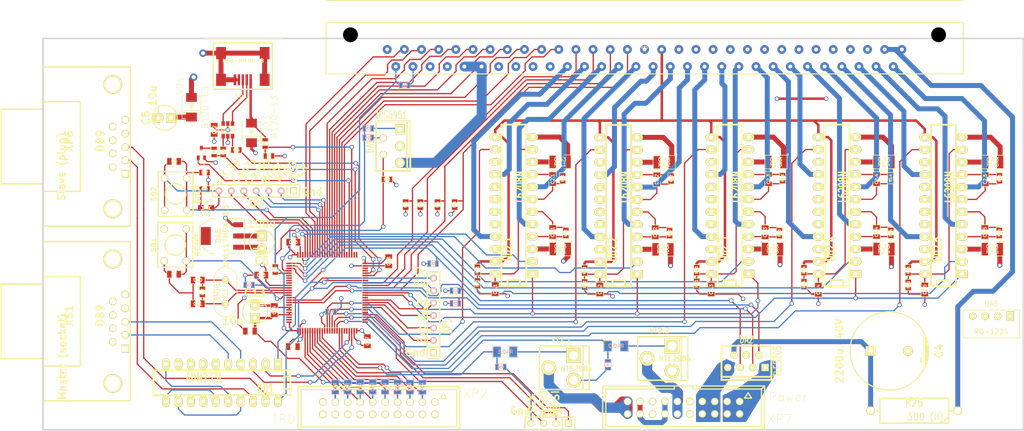
<source format=kicad_pcb>
(kicad_pcb (version 3) (host pcbnew "(2013-feb-26)-stable")
  (layers (15 F.Cu signal) (2 ground.Cu power hide) (1 power.Cu mixed) (0 B.Cu signal) (18 B.Paste user) (19 F.Paste user) (20 B.SilkS user) (21 F.SilkS user) (22 B.Mask user) (23 F.Mask user) (28 Edge.Cuts user))
  (net 0 "")
  (net 1 +3.3V)
  (net 2 +5V)
  (net 3 /EP0)
  (net 4 /EP1)
  (net 5 /EP2)
  (net 6 /EP3)
  (net 7 "/Filters slit #1/+10V")
  (net 8 "/Filters slit #1/+24V")
  (net 9 "/Filters slit #1/A")
  (net 10 "/Filters slit #1/A*")
  (net 11 "/Filters slit #1/B")
  (net 12 "/Filters slit #1/B*")
  (net 13 "/Filters slit #1/SM_CLK")
  (net 14 "/Filters slit #1/SM_DIR")
  (net 15 "/Filters slit #1/SM_EN")
  (net 16 "/Filters slit #2/A")
  (net 17 "/Filters slit #2/A*")
  (net 18 "/Filters slit #2/B")
  (net 19 "/Filters slit #2/B*")
  (net 20 "/Filters slit #2/SM_DIR")
  (net 21 "/Filters slit #2/SM_EN")
  (net 22 /Hall0)
  (net 23 /Hall1)
  (net 24 /Hall2)
  (net 25 /Hall3)
  (net 26 /Hall4)
  (net 27 /Hall5)
  (net 28 /Hall6)
  (net 29 /Hall7)
  (net 30 /Hall8)
  (net 31 /Hall9)
  (net 32 "/Long stage/A")
  (net 33 "/Long stage/A*")
  (net 34 "/Long stage/B")
  (net 35 "/Long stage/B*")
  (net 36 "/Long stage/SM_CLK")
  (net 37 "/Long stage/SM_DIR")
  (net 38 "/Long stage/SM_EN")
  (net 39 /POW3)
  (net 40 /POW_LOAD)
  (net 41 "/Power MOSFET module 1/GND_OUT")
  (net 42 "/Power MOSFET module 1/ON")
  (net 43 "/Power MOSFET module 2/GND_OUT")
  (net 44 "/Power MOSFET module 2/ON")
  (net 45 "/STM32F103 module/1-WIRE")
  (net 46 "/STM32F103 module/BOOT")
  (net 47 "/STM32F103 module/DG_FEEDBACK")
  (net 48 "/STM32F103 module/EXT0")
  (net 49 "/STM32F103 module/EXT1")
  (net 50 "/STM32F103 module/EXT2")
  (net 51 "/STM32F103 module/EXT3")
  (net 52 "/STM32F103 module/I2C_SCL/CANRX")
  (net 53 "/STM32F103 module/I2C_SDA/CANTX")
  (net 54 "/STM32F103 module/POW3_FEEDBACK")
  (net 55 "/STM32F103 module/RS-232 level converter/UART_RX")
  (net 56 "/STM32F103 module/RS-232 level converter/UART_RX1")
  (net 57 "/STM32F103 module/RS-232 level converter/UART_TX")
  (net 58 "/STM32F103 module/RS-232 level converter/UART_TX1")
  (net 59 "/STM32F103 module/RST")
  (net 60 "/STM32F103 module/SPI1_MISO")
  (net 61 "/STM32F103 module/SPI1_MOSI")
  (net 62 "/STM32F103 module/SPI1_SCK")
  (net 63 "/STM32F103 module/SPI2_MISO")
  (net 64 "/STM32F103 module/SPI2_MOSI")
  (net 65 "/STM32F103 module/SPI2_SCK")
  (net 66 "/STM32F103 module/USB input circuit/USB_DISC")
  (net 67 "/STM32F103 module/USB input circuit/USB_DM")
  (net 68 "/STM32F103 module/USB input circuit/USB_DP")
  (net 69 "/STM32F103 module/USB input circuit/USB_POWER")
  (net 70 "/STM32F103 module/VDDA")
  (net 71 "/Short stage/A")
  (net 72 "/Short stage/A*")
  (net 73 "/Short stage/B")
  (net 74 "/Short stage/B*")
  (net 75 "/Short stage/SM_DIR")
  (net 76 "/Short stage/SM_EN")
  (net 77 "/Shutter MOSFET/+36V")
  (net 78 "/Shutter MOSFET/EF")
  (net 79 "/Shutter MOSFET/IN1")
  (net 80 "/Shutter MOSFET/IN2")
  (net 81 "/Shutter MOSFET/OUT1")
  (net 82 "/Shutter MOSFET/OUT2")
  (net 83 /T1_0)
  (net 84 /T1_1)
  (net 85 /T1_2)
  (net 86 /T1_3)
  (net 87 /T1_4)
  (net 88 /T1_5)
  (net 89 /T1_6)
  (net 90 /T1_7)
  (net 91 "/Turret slits/A")
  (net 92 "/Turret slits/A*")
  (net 93 "/Turret slits/B")
  (net 94 "/Turret slits/B*")
  (net 95 "/Turret slits/SM_DIR")
  (net 96 "/Turret slits/SM_EN")
  (net 97 GND)
  (net 98 N-00000103)
  (net 99 N-00000105)
  (net 100 N-00000106)
  (net 101 N-00000122)
  (net 102 N-00000123)
  (net 103 N-00000124)
  (net 104 N-00000125)
  (net 105 N-00000126)
  (net 106 N-00000127)
  (net 107 N-00000129)
  (net 108 N-00000130)
  (net 109 N-00000131)
  (net 110 N-00000133)
  (net 111 N-00000134)
  (net 112 N-00000135)
  (net 113 N-00000136)
  (net 114 N-00000138)
  (net 115 N-00000139)
  (net 116 N-00000140)
  (net 117 N-00000141)
  (net 118 N-00000142)
  (net 119 N-00000143)
  (net 120 N-00000145)
  (net 121 N-00000146)
  (net 122 N-00000147)
  (net 123 N-00000148)
  (net 124 N-00000149)
  (net 125 N-00000150)
  (net 126 N-00000154)
  (net 127 N-00000155)
  (net 128 N-00000156)
  (net 129 N-00000157)
  (net 130 N-00000169)
  (net 131 N-00000171)
  (net 132 N-00000172)
  (net 133 N-00000173)
  (net 134 N-00000174)
  (net 135 N-00000175)
  (net 136 N-00000176)
  (net 137 N-0000018)
  (net 138 N-0000027)
  (net 139 N-0000069)
  (net 140 N-0000070)
  (net 141 N-0000071)
  (net 142 N-0000072)
  (net 143 N-0000073)
  (net 144 N-0000081)
  (module CP_16x25mm (layer F.Cu) (at 217.678 128.397 270)
    (fp_text reference C4 (at 0 -10.16 270) (layer F.SilkS) (effects (font (size 1.524 1.524) (thickness 0.3048))))
    (fp_text value "2200u, 40V" (at 0 10.16 270) (layer F.SilkS) (effects (font (size 1.524 1.524) (thickness 0.3048))))
    (pad 1 thru_hole rect (at 0 3.81 270) (size 1.99898 1.99898) (drill 1) (layers *.Cu *.Mask F.SilkS) (net 123 N-00000148))
    (pad 2 thru_hole circle (at 0 -3.81 270) (size 1.99898 1.99898) (drill 1) (layers *.Cu *.Mask F.SilkS) (net 97 GND))
  )
  (module LQFP100_STM32 (layer F.Cu) (at 103 116.5)
    (fp_text reference DD3)
    (fp_text value STM32F103 hide)
    (pad 1 smd rect (at -7.747 -5.99948) (size 1.20142 0.29972) (layers F.Cu F.Paste F.Mask) (net 20 "/Filters slit #2/SM_DIR"))
    (pad 2 smd rect (at -7.747 -5.4991) (size 1.20142 0.29972) (layers F.Cu F.Paste F.Mask) (net 37 "/Long stage/SM_DIR"))
    (pad 3 smd rect (at -7.747 -4.99872) (size 1.20142 0.29972) (layers F.Cu F.Paste F.Mask) (net 75 "/Short stage/SM_DIR"))
    (pad 4 smd rect (at -7.747 -4.49834) (size 1.20142 0.29972) (layers F.Cu F.Paste F.Mask) (net 39 /POW3))
    (pad 5 smd rect (at -7.747 -3.99796) (size 1.20142 0.29972) (layers F.Cu F.Paste F.Mask) (net 47 "/STM32F103 module/DG_FEEDBACK"))
    (pad 6 smd rect (at -7.747 -3.49758) (size 1.20142 0.30226) (layers F.Cu F.Paste F.Mask))
    (pad 7 smd rect (at -7.747 -2.99974) (size 1.20142 0.29972) (layers F.Cu F.Paste F.Mask))
    (pad 8 smd rect (at -7.747 -2.49936) (size 1.20142 0.29972) (layers F.Cu F.Paste F.Mask))
    (pad 9 smd rect (at -7.747 -1.99898) (size 1.20142 0.29972) (layers F.Cu F.Paste F.Mask))
    (pad 10 smd rect (at -7.747 -1.4986) (size 1.20142 0.29972) (layers F.Cu F.Paste F.Mask) (net 97 GND))
    (pad 11 smd rect (at -7.747 -0.99822) (size 1.20142 0.29972) (layers F.Cu F.Paste F.Mask) (net 1 +3.3V))
    (pad 12 smd rect (at -7.747 -0.49784) (size 1.20142 0.29972) (layers F.Cu F.Paste F.Mask) (net 99 N-00000105))
    (pad 13 smd rect (at -7.747 0) (size 1.20142 0.29972) (layers F.Cu F.Paste F.Mask) (net 100 N-00000106))
    (pad 14 smd rect (at -7.747 0.49784) (size 1.20142 0.29972) (layers F.Cu F.Paste F.Mask) (net 59 "/STM32F103 module/RST"))
    (pad 15 smd rect (at -7.747 0.99822) (size 1.20142 0.29972) (layers F.Cu F.Paste F.Mask) (net 80 "/Shutter MOSFET/IN2"))
    (pad 16 smd rect (at -7.747 1.4986) (size 1.20142 0.29972) (layers F.Cu F.Paste F.Mask) (net 78 "/Shutter MOSFET/EF"))
    (pad 17 smd rect (at -7.747 1.99898) (size 1.20142 0.29972) (layers F.Cu F.Paste F.Mask) (net 79 "/Shutter MOSFET/IN1"))
    (pad 18 smd rect (at -7.747 2.49936) (size 1.20142 0.29972) (layers F.Cu F.Paste F.Mask))
    (pad 19 smd rect (at -7.747 2.99974) (size 1.20142 0.29972) (layers F.Cu F.Paste F.Mask) (net 97 GND))
    (pad 20 smd rect (at -7.747 3.49758) (size 1.20142 0.30226) (layers F.Cu F.Paste F.Mask) (net 97 GND))
    (pad 21 smd rect (at -7.747 3.99796) (size 1.20142 0.29972) (layers F.Cu F.Paste F.Mask) (net 70 "/STM32F103 module/VDDA"))
    (pad 22 smd rect (at -7.747 4.49834) (size 1.20142 0.29972) (layers F.Cu F.Paste F.Mask) (net 70 "/STM32F103 module/VDDA"))
    (pad 23 smd rect (at -7.747 4.99872) (size 1.20142 0.29972) (layers F.Cu F.Paste F.Mask))
    (pad 24 smd rect (at -7.747 5.4991) (size 1.20142 0.29972) (layers F.Cu F.Paste F.Mask))
    (pad 25 smd rect (at -7.747 5.99948) (size 1.20142 0.29972) (layers F.Cu F.Paste F.Mask) (net 45 "/STM32F103 module/1-WIRE"))
    (pad 26 smd rect (at -5.99948 7.747) (size 0.29972 1.20142) (layers F.Cu F.Paste F.Mask) (net 45 "/STM32F103 module/1-WIRE"))
    (pad 27 smd rect (at -5.4991 7.747) (size 0.29972 1.20142) (layers F.Cu F.Paste F.Mask) (net 97 GND))
    (pad 28 smd rect (at -4.99872 7.747) (size 0.29972 1.20142) (layers F.Cu F.Paste F.Mask) (net 1 +3.3V))
    (pad 29 smd rect (at -4.49834 7.747) (size 0.29972 1.20142) (layers F.Cu F.Paste F.Mask) (net 90 /T1_7))
    (pad 30 smd rect (at -3.99796 7.747) (size 0.29972 1.20142) (layers F.Cu F.Paste F.Mask) (net 89 /T1_6))
    (pad 31 smd rect (at -3.49758 7.747) (size 0.30226 1.20142) (layers F.Cu F.Paste F.Mask) (net 88 /T1_5))
    (pad 32 smd rect (at -2.99974 7.747) (size 0.29972 1.20142) (layers F.Cu F.Paste F.Mask) (net 87 /T1_4))
    (pad 33 smd rect (at -2.49936 7.747) (size 0.29972 1.20142) (layers F.Cu F.Paste F.Mask) (net 86 /T1_3))
    (pad 34 smd rect (at -1.99898 7.747) (size 0.29972 1.20142) (layers F.Cu F.Paste F.Mask) (net 85 /T1_2))
    (pad 35 smd rect (at -1.4986 7.747) (size 0.29972 1.20142) (layers F.Cu F.Paste F.Mask) (net 84 /T1_1))
    (pad 36 smd rect (at -0.99822 7.747) (size 0.29972 1.20142) (layers F.Cu F.Paste F.Mask) (net 83 /T1_0))
    (pad 37 smd rect (at -0.49784 7.747) (size 0.29972 1.20142) (layers F.Cu F.Paste F.Mask) (net 144 N-0000081))
    (pad 38 smd rect (at 0 7.747) (size 0.29972 1.20142) (layers F.Cu F.Paste F.Mask) (net 96 "/Turret slits/SM_EN"))
    (pad 39 smd rect (at 0.49784 7.747) (size 0.29972 1.20142) (layers F.Cu F.Paste F.Mask) (net 15 "/Filters slit #1/SM_EN"))
    (pad 40 smd rect (at 0.99822 7.747) (size 0.29972 1.20142) (layers F.Cu F.Paste F.Mask) (net 21 "/Filters slit #2/SM_EN"))
    (pad 41 smd rect (at 1.4986 7.747) (size 0.29972 1.20142) (layers F.Cu F.Paste F.Mask) (net 38 "/Long stage/SM_EN"))
    (pad 42 smd rect (at 1.99898 7.747) (size 0.29972 1.20142) (layers F.Cu F.Paste F.Mask) (net 76 "/Short stage/SM_EN"))
    (pad 43 smd rect (at 2.49936 7.747) (size 0.29972 1.20142) (layers F.Cu F.Paste F.Mask) (net 44 "/Power MOSFET module 2/ON"))
    (pad 44 smd rect (at 2.99974 7.747) (size 0.29972 1.20142) (layers F.Cu F.Paste F.Mask) (net 42 "/Power MOSFET module 1/ON"))
    (pad 45 smd rect (at 3.49758 7.747) (size 0.30226 1.20142) (layers F.Cu F.Paste F.Mask))
    (pad 46 smd rect (at 3.99796 7.747) (size 0.29972 1.20142) (layers F.Cu F.Paste F.Mask))
    (pad 47 smd rect (at 4.49834 7.747) (size 0.29972 1.20142) (layers F.Cu F.Paste F.Mask) (net 57 "/STM32F103 module/RS-232 level converter/UART_TX"))
    (pad 48 smd rect (at 4.99872 7.747) (size 0.29972 1.20142) (layers F.Cu F.Paste F.Mask) (net 55 "/STM32F103 module/RS-232 level converter/UART_RX"))
    (pad 49 smd rect (at 5.4991 7.747) (size 0.29972 1.20142) (layers F.Cu F.Paste F.Mask) (net 97 GND))
    (pad 50 smd rect (at 5.99948 7.747) (size 0.29972 1.20142) (layers F.Cu F.Paste F.Mask) (net 1 +3.3V))
    (pad 51 smd rect (at 7.747 5.99948) (size 1.20142 0.29972) (layers F.Cu F.Paste F.Mask))
    (pad 52 smd rect (at 7.747 5.4991) (size 1.20142 0.29972) (layers F.Cu F.Paste F.Mask) (net 65 "/STM32F103 module/SPI2_SCK"))
    (pad 53 smd rect (at 7.747 4.99872) (size 1.20142 0.29972) (layers F.Cu F.Paste F.Mask) (net 63 "/STM32F103 module/SPI2_MISO"))
    (pad 54 smd rect (at 7.747 4.49834) (size 1.20142 0.29972) (layers F.Cu F.Paste F.Mask) (net 64 "/STM32F103 module/SPI2_MOSI"))
    (pad 55 smd rect (at 7.747 3.99796) (size 1.20142 0.29972) (layers F.Cu F.Paste F.Mask))
    (pad 56 smd rect (at 7.747 3.49758) (size 1.20142 0.30226) (layers F.Cu F.Paste F.Mask))
    (pad 57 smd rect (at 7.747 2.99974) (size 1.20142 0.29972) (layers F.Cu F.Paste F.Mask) (net 48 "/STM32F103 module/EXT0"))
    (pad 58 smd rect (at 7.747 2.49936) (size 1.20142 0.29972) (layers F.Cu F.Paste F.Mask) (net 49 "/STM32F103 module/EXT1"))
    (pad 59 smd rect (at 7.747 1.99898) (size 1.20142 0.29972) (layers F.Cu F.Paste F.Mask) (net 50 "/STM32F103 module/EXT2"))
    (pad 60 smd rect (at 7.747 1.4986) (size 1.20142 0.29972) (layers F.Cu F.Paste F.Mask) (net 51 "/STM32F103 module/EXT3"))
    (pad 61 smd rect (at 7.747 0.99822) (size 1.20142 0.29972) (layers F.Cu F.Paste F.Mask))
    (pad 62 smd rect (at 7.747 0.49784) (size 1.20142 0.29972) (layers F.Cu F.Paste F.Mask) (net 36 "/Long stage/SM_CLK"))
    (pad 63 smd rect (at 7.747 0) (size 1.20142 0.29972) (layers F.Cu F.Paste F.Mask) (net 13 "/Filters slit #1/SM_CLK"))
    (pad 64 smd rect (at 7.747 -0.49784) (size 1.20142 0.29972) (layers F.Cu F.Paste F.Mask) (net 3 /EP0))
    (pad 65 smd rect (at 7.747 -0.99822) (size 1.20142 0.29972) (layers F.Cu F.Paste F.Mask) (net 4 /EP1))
    (pad 66 smd rect (at 7.747 -1.4986) (size 1.20142 0.29972) (layers F.Cu F.Paste F.Mask) (net 5 /EP2))
    (pad 67 smd rect (at 7.747 -1.99898) (size 1.20142 0.29972) (layers F.Cu F.Paste F.Mask) (net 6 /EP3))
    (pad 68 smd rect (at 7.747 -2.49936) (size 1.20142 0.29972) (layers F.Cu F.Paste F.Mask) (net 58 "/STM32F103 module/RS-232 level converter/UART_TX1"))
    (pad 69 smd rect (at 7.747 -2.99974) (size 1.20142 0.29972) (layers F.Cu F.Paste F.Mask) (net 56 "/STM32F103 module/RS-232 level converter/UART_RX1"))
    (pad 70 smd rect (at 7.747 -3.49758) (size 1.20142 0.30226) (layers F.Cu F.Paste F.Mask) (net 67 "/STM32F103 module/USB input circuit/USB_DM"))
    (pad 71 smd rect (at 7.747 -3.99796) (size 1.20142 0.29972) (layers F.Cu F.Paste F.Mask) (net 68 "/STM32F103 module/USB input circuit/USB_DP"))
    (pad 72 smd rect (at 7.747 -4.49834) (size 1.20142 0.29972) (layers F.Cu F.Paste F.Mask))
    (pad 73 smd rect (at 7.747 -4.99872) (size 1.20142 0.29972) (layers F.Cu F.Paste F.Mask))
    (pad 74 smd rect (at 7.747 -5.4991) (size 1.20142 0.29972) (layers F.Cu F.Paste F.Mask) (net 97 GND))
    (pad 75 smd rect (at 7.747 -5.99948) (size 1.20142 0.29972) (layers F.Cu F.Paste F.Mask) (net 1 +3.3V))
    (pad 76 smd rect (at 5.99948 -7.747) (size 0.29972 1.20142) (layers F.Cu F.Paste F.Mask))
    (pad 77 smd rect (at 5.4991 -7.747) (size 0.29972 1.20142) (layers F.Cu F.Paste F.Mask))
    (pad 78 smd rect (at 4.99872 -7.747) (size 0.29972 1.20142) (layers F.Cu F.Paste F.Mask) (net 69 "/STM32F103 module/USB input circuit/USB_POWER"))
    (pad 79 smd rect (at 4.49834 -7.747) (size 0.29972 1.20142) (layers F.Cu F.Paste F.Mask) (net 66 "/STM32F103 module/USB input circuit/USB_DISC"))
    (pad 80 smd rect (at 3.99796 -7.747) (size 0.29972 1.20142) (layers F.Cu F.Paste F.Mask))
    (pad 81 smd rect (at 3.49758 -7.747) (size 0.30226 1.20142) (layers F.Cu F.Paste F.Mask) (net 22 /Hall0))
    (pad 82 smd rect (at 2.99974 -7.747) (size 0.29972 1.20142) (layers F.Cu F.Paste F.Mask) (net 23 /Hall1))
    (pad 83 smd rect (at 2.49936 -7.747) (size 0.29972 1.20142) (layers F.Cu F.Paste F.Mask) (net 24 /Hall2))
    (pad 84 smd rect (at 1.99898 -7.747) (size 0.29972 1.20142) (layers F.Cu F.Paste F.Mask) (net 25 /Hall3))
    (pad 85 smd rect (at 1.4986 -7.747) (size 0.29972 1.20142) (layers F.Cu F.Paste F.Mask) (net 26 /Hall4))
    (pad 86 smd rect (at 0.99822 -7.747) (size 0.29972 1.20142) (layers F.Cu F.Paste F.Mask) (net 27 /Hall5))
    (pad 87 smd rect (at 0.49784 -7.747) (size 0.29972 1.20142) (layers F.Cu F.Paste F.Mask) (net 28 /Hall6))
    (pad 88 smd rect (at 0 -7.747) (size 0.29972 1.20142) (layers F.Cu F.Paste F.Mask) (net 29 /Hall7))
    (pad 89 smd rect (at -0.49784 -7.747) (size 0.29972 1.20142) (layers F.Cu F.Paste F.Mask) (net 62 "/STM32F103 module/SPI1_SCK"))
    (pad 90 smd rect (at -0.99822 -7.747) (size 0.29972 1.20142) (layers F.Cu F.Paste F.Mask) (net 60 "/STM32F103 module/SPI1_MISO"))
    (pad 91 smd rect (at -1.4986 -7.747) (size 0.29972 1.20142) (layers F.Cu F.Paste F.Mask) (net 61 "/STM32F103 module/SPI1_MOSI"))
    (pad 92 smd rect (at -1.99898 -7.747) (size 0.29972 1.20142) (layers F.Cu F.Paste F.Mask) (net 30 /Hall8))
    (pad 93 smd rect (at -2.49936 -7.747) (size 0.29972 1.20142) (layers F.Cu F.Paste F.Mask) (net 31 /Hall9))
    (pad 94 smd rect (at -2.99974 -7.747) (size 0.29972 1.20142) (layers F.Cu F.Paste F.Mask) (net 46 "/STM32F103 module/BOOT"))
    (pad 95 smd rect (at -3.49758 -7.747) (size 0.30226 1.20142) (layers F.Cu F.Paste F.Mask) (net 52 "/STM32F103 module/I2C_SCL/CANRX"))
    (pad 96 smd rect (at -3.99796 -7.747) (size 0.29972 1.20142) (layers F.Cu F.Paste F.Mask) (net 53 "/STM32F103 module/I2C_SDA/CANTX"))
    (pad 97 smd rect (at -4.49834 -7.747) (size 0.29972 1.20142) (layers F.Cu F.Paste F.Mask) (net 95 "/Turret slits/SM_DIR"))
    (pad 98 smd rect (at -4.99872 -7.747) (size 0.29972 1.20142) (layers F.Cu F.Paste F.Mask) (net 14 "/Filters slit #1/SM_DIR"))
    (pad 99 smd rect (at -5.4991 -7.747) (size 0.29972 1.20142) (layers F.Cu F.Paste F.Mask) (net 97 GND))
    (pad 100 smd rect (at -5.99948 -7.747) (size 0.29972 1.20142) (layers F.Cu F.Paste F.Mask) (net 1 +3.3V))
  )
  (module TO220-7-12 (layer F.Cu) (at 188.5315 130.4925 270)
    (fp_text reference DA2 (at -4.445 0 360) (layer F.SilkS) (effects (font (size 1.524 1.016) (thickness 0.2032))))
    (fp_text value TLE5205 (at 0 -6.35 270) (layer F.SilkS) (effects (font (size 1.524 1.016) (thickness 0.2032))))
    (pad 7 thru_hole circle (at 1.27 3.81 270) (size 1.5 1.5) (drill 0.6) (layers *.Cu *.Mask F.SilkS) (net 82 "/Shutter MOSFET/OUT2"))
    (pad 1 thru_hole rect (at 1.27 -3.81 270) (size 1.5 1.5) (drill 0.6) (layers *.Cu *.Mask F.SilkS) (net 81 "/Shutter MOSFET/OUT1"))
    (pad 5 thru_hole circle (at 1.27 1.27 270) (size 1.5 1.5) (drill 0.6) (layers *.Cu *.Mask F.SilkS) (net 80 "/Shutter MOSFET/IN2"))
    (pad 6 thru_hole circle (at -1.27 2.54 270) (size 1.5 1.5) (drill 0.6) (layers *.Cu *.Mask F.SilkS) (net 123 N-00000148))
    (pad 2 thru_hole circle (at -1.27 -2.54 270) (size 1.5 1.5) (drill 0.6) (layers *.Cu *.Mask F.SilkS) (net 78 "/Shutter MOSFET/EF"))
    (pad 3 thru_hole circle (at 1.27 -1.27 270) (size 1.5 1.5) (drill 0.6) (layers *.Cu *.Mask F.SilkS) (net 79 "/Shutter MOSFET/IN1"))
    (pad 4 thru_hole circle (at -1.27 0 270) (size 1.5 1.5) (drill 0.6) (layers *.Cu *.Mask F.SilkS) (net 97 GND))
  )
  (module SOT323 (layer F.Cu) (at 77.3349 87.9217 180)
    (fp_text reference VT1 (at 0.127 -2.032 180) (layer F.SilkS) (effects (font (size 0.762 0.762) (thickness 0.09906))))
    (fp_text value DTA114Y hide)
    (pad 2 smd rect (at -0.65024 -0.94996 180) (size 0.59944 1.00076) (layers F.Cu F.Paste F.Mask) (net 2 +5V))
    (pad 1 smd rect (at 0.65024 -0.94996 180) (size 0.59944 1.00076) (layers F.Cu F.Paste F.Mask) (net 66 "/STM32F103 module/USB input circuit/USB_DISC"))
    (pad 3 smd rect (at 0 0.94996 180) (size 0.59944 1.00076) (layers F.Cu F.Paste F.Mask) (net 135 N-00000175))
  )
  (module SOT23_6 (layer F.Cu) (at 82.7324 83.2227 180)
    (fp_text reference DA4 (at 1.99898 0 270) (layer F.SilkS) (effects (font (size 0.762 0.762) (thickness 0.0762))))
    (fp_text value USBLC6-2 (at 0.0635 0 180) (layer F.SilkS) (effects (font (size 0.50038 0.50038) (thickness 0.0762))))
    (pad 6 smd rect (at -0.9525 -1.27 180) (size 0.70104 1.00076) (layers F.Cu F.Paste F.Mask) (net 134 N-00000174))
    (pad 5 smd rect (at 0 -1.27 180) (size 0.70104 1.00076) (layers F.Cu F.Paste F.Mask) (net 2 +5V))
    (pad 4 smd rect (at 0.9525 -1.27 180) (size 0.70104 1.00076) (layers F.Cu F.Paste F.Mask) (net 136 N-00000176))
    (pad 3 smd rect (at 0.9525 1.27 180) (size 0.70104 1.00076) (layers F.Cu F.Paste F.Mask) (net 131 N-00000171))
    (pad 2 smd rect (at 0 1.27 180) (size 0.70104 1.00076) (layers F.Cu F.Paste F.Mask) (net 97 GND))
    (pad 1 smd rect (at -0.9525 1.27 180) (size 0.70104 1.00076) (layers F.Cu F.Paste F.Mask) (net 132 N-00000172))
  )
  (module SM1210 (layer F.Cu) (at 238.703 107.5875 180)
    (fp_text reference R2.5 (at 0 -0.508 180) (layer F.SilkS) (effects (font (size 0.762 0.762) (thickness 0.127))))
    (fp_text value 0.33 (at 0 0.508 180) (layer F.SilkS) (effects (font (size 0.762 0.762) (thickness 0.127))))
    (pad 1 smd rect (at -1.524 0 180) (size 1.27 2.54) (layers F.Cu F.Paste F.Mask) (net 97 GND))
    (pad 2 smd rect (at 1.524 0 180) (size 1.27 2.54) (layers F.Cu F.Paste F.Mask) (net 116 N-00000140))
  )
  (module SM1210 (layer F.Cu) (at 193.8655 107.569 180)
    (fp_text reference R2.3 (at 0 -0.508 180) (layer F.SilkS) (effects (font (size 0.762 0.762) (thickness 0.127))))
    (fp_text value 0.33 (at 0 0.508 180) (layer F.SilkS) (effects (font (size 0.762 0.762) (thickness 0.127))))
    (pad 1 smd rect (at -1.524 0 180) (size 1.27 2.54) (layers F.Cu F.Paste F.Mask) (net 97 GND))
    (pad 2 smd rect (at 1.524 0 180) (size 1.27 2.54) (layers F.Cu F.Paste F.Mask) (net 141 N-0000071))
  )
  (module SM1210 (layer F.Cu) (at 216.5985 107.569 180)
    (fp_text reference R2.4 (at 0 -0.508 180) (layer F.SilkS) (effects (font (size 0.762 0.762) (thickness 0.127))))
    (fp_text value 0.33 (at 0 0.508 180) (layer F.SilkS) (effects (font (size 0.762 0.762) (thickness 0.127))))
    (pad 1 smd rect (at -1.524 0 180) (size 1.27 2.54) (layers F.Cu F.Paste F.Mask) (net 97 GND))
    (pad 2 smd rect (at 1.524 0 180) (size 1.27 2.54) (layers F.Cu F.Paste F.Mask) (net 119 N-00000143))
  )
  (module SM1210 (layer F.Cu) (at 216.5985 89.789 180)
    (fp_text reference R1.4 (at 0 -0.508 180) (layer F.SilkS) (effects (font (size 0.762 0.762) (thickness 0.127))))
    (fp_text value 0.33 (at 0 0.508 180) (layer F.SilkS) (effects (font (size 0.762 0.762) (thickness 0.127))))
    (pad 1 smd rect (at -1.524 0 180) (size 1.27 2.54) (layers F.Cu F.Paste F.Mask) (net 97 GND))
    (pad 2 smd rect (at 1.524 0 180) (size 1.27 2.54) (layers F.Cu F.Paste F.Mask) (net 118 N-00000142))
  )
  (module SM1210 (layer F.Cu) (at 171.5135 107.6325 180)
    (fp_text reference R2.2 (at 0 -0.508 180) (layer F.SilkS) (effects (font (size 0.762 0.762) (thickness 0.127))))
    (fp_text value 0.33 (at 0 0.508 180) (layer F.SilkS) (effects (font (size 0.762 0.762) (thickness 0.127))))
    (pad 1 smd rect (at -1.524 0 180) (size 1.27 2.54) (layers F.Cu F.Paste F.Mask) (net 97 GND))
    (pad 2 smd rect (at 1.524 0 180) (size 1.27 2.54) (layers F.Cu F.Paste F.Mask) (net 104 N-00000125))
  )
  (module SM1210 (layer F.Cu) (at 171.7675 89.8525 180)
    (fp_text reference R1.2 (at 0 -0.508 180) (layer F.SilkS) (effects (font (size 0.762 0.762) (thickness 0.127))))
    (fp_text value 0.33 (at 0 0.508 180) (layer F.SilkS) (effects (font (size 0.762 0.762) (thickness 0.127))))
    (pad 1 smd rect (at -1.524 0 180) (size 1.27 2.54) (layers F.Cu F.Paste F.Mask) (net 97 GND))
    (pad 2 smd rect (at 1.524 0 180) (size 1.27 2.54) (layers F.Cu F.Paste F.Mask) (net 105 N-00000126))
  )
  (module SM1210 (layer F.Cu) (at 194.564 89.789 180)
    (fp_text reference R1.3 (at 0 -0.508 180) (layer F.SilkS) (effects (font (size 0.762 0.762) (thickness 0.127))))
    (fp_text value 0.33 (at 0 0.508 180) (layer F.SilkS) (effects (font (size 0.762 0.762) (thickness 0.127))))
    (pad 1 smd rect (at -1.524 0 180) (size 1.27 2.54) (layers F.Cu F.Paste F.Mask) (net 97 GND))
    (pad 2 smd rect (at 1.524 0 180) (size 1.27 2.54) (layers F.Cu F.Paste F.Mask) (net 142 N-0000072))
  )
  (module SM1210 (layer F.Cu) (at 238.7665 89.8075 180)
    (fp_text reference R1.5 (at 0 -0.508 180) (layer F.SilkS) (effects (font (size 0.762 0.762) (thickness 0.127))))
    (fp_text value 0.33 (at 0 0.508 180) (layer F.SilkS) (effects (font (size 0.762 0.762) (thickness 0.127))))
    (pad 1 smd rect (at -1.524 0 180) (size 1.27 2.54) (layers F.Cu F.Paste F.Mask) (net 97 GND))
    (pad 2 smd rect (at 1.524 0 180) (size 1.27 2.54) (layers F.Cu F.Paste F.Mask) (net 112 N-00000135))
  )
  (module SM1210 (layer F.Cu) (at 150.5709 107.5456 180)
    (fp_text reference R2.1 (at 0 -0.508 180) (layer F.SilkS) (effects (font (size 0.762 0.762) (thickness 0.127))))
    (fp_text value 0.33 (at 0 0.508 180) (layer F.SilkS) (effects (font (size 0.762 0.762) (thickness 0.127))))
    (pad 1 smd rect (at -1.524 0 180) (size 1.27 2.54) (layers F.Cu F.Paste F.Mask) (net 97 GND))
    (pad 2 smd rect (at 1.524 0 180) (size 1.27 2.54) (layers F.Cu F.Paste F.Mask) (net 107 N-00000129))
  )
  (module SM1210 (layer F.Cu) (at 150.5201 89.7656 180)
    (fp_text reference R1.1 (at 0 -0.508 180) (layer F.SilkS) (effects (font (size 0.762 0.762) (thickness 0.127))))
    (fp_text value 0.33 (at 0 0.508 180) (layer F.SilkS) (effects (font (size 0.762 0.762) (thickness 0.127))))
    (pad 1 smd rect (at -1.524 0 180) (size 1.27 2.54) (layers F.Cu F.Paste F.Mask) (net 97 GND))
    (pad 2 smd rect (at 1.524 0 180) (size 1.27 2.54) (layers F.Cu F.Paste F.Mask) (net 109 N-00000131))
  )
  (module SM0805 (layer F.Cu) (at 71.755 112.7125 180)
    (fp_text reference C7 (at 0 0 180) (layer F.SilkS) (effects (font (size 0.635 0.635) (thickness 0.127))))
    (fp_text value 100n hide)
    (pad 1 smd rect (at -0.9525 0 180) (size 0.889 1.397) (layers F.Cu F.Paste F.Mask) (net 59 "/STM32F103 module/RST"))
    (pad 2 smd rect (at 0.9525 0 180) (size 0.889 1.397) (layers F.Cu F.Paste F.Mask) (net 97 GND))
  )
  (module SM0805 (layer F.Cu) (at 76.589 118.745)
    (fp_text reference C11 (at 0 0) (layer F.SilkS) (effects (font (size 0.635 0.635) (thickness 0.127))))
    (fp_text value 27p hide)
    (pad 1 smd rect (at -0.9525 0) (size 0.889 1.397) (layers F.Cu F.Paste F.Mask) (net 97 GND))
    (pad 2 smd rect (at 0.9525 0) (size 0.889 1.397) (layers F.Cu F.Paste F.Mask) (net 100 N-00000106))
  )
  (module SM0805 (layer F.Cu) (at 87.249 124.333)
    (fp_text reference L1 (at 0 0) (layer F.SilkS) (effects (font (size 0.635 0.635) (thickness 0.127))))
    (fp_text value BMB2A0300AN1 hide)
    (pad 1 smd rect (at -0.9525 0) (size 0.889 1.397) (layers F.Cu F.Paste F.Mask) (net 1 +3.3V))
    (pad 2 smd rect (at 0.9525 0) (size 0.889 1.397) (layers F.Cu F.Paste F.Mask) (net 70 "/STM32F103 module/VDDA"))
  )
  (module SM0805 (layer F.Cu) (at 92.202 120.0404 90)
    (fp_text reference C14 (at 0 0 90) (layer F.SilkS) (effects (font (size 0.635 0.635) (thickness 0.127))))
    (fp_text value 100n hide)
    (pad 1 smd rect (at -0.9525 0 90) (size 0.889 1.397) (layers F.Cu F.Paste F.Mask) (net 70 "/STM32F103 module/VDDA"))
    (pad 2 smd rect (at 0.9525 0 90) (size 0.889 1.397) (layers F.Cu F.Paste F.Mask) (net 97 GND))
  )
  (module SM0805 (layer F.Cu) (at 215.0745 93.2815 270)
    (fp_text reference C2.4 (at 0 0 270) (layer F.SilkS) (effects (font (size 0.635 0.635) (thickness 0.127))))
    (fp_text value 1n hide)
    (pad 1 smd rect (at -0.9525 0 270) (size 0.889 1.397) (layers F.Cu F.Paste F.Mask) (net 117 N-00000141))
    (pad 2 smd rect (at 0.9525 0 270) (size 0.889 1.397) (layers F.Cu F.Paste F.Mask) (net 97 GND))
  )
  (module SM0805 (layer F.Cu) (at 181.356 115.824 270)
    (fp_text reference C1.3 (at 0 0 270) (layer F.SilkS) (effects (font (size 0.635 0.635) (thickness 0.127))))
    (fp_text value 68n hide)
    (pad 1 smd rect (at -0.9525 0 270) (size 0.889 1.397) (layers F.Cu F.Paste F.Mask) (net 143 N-0000073))
    (pad 2 smd rect (at 0.9525 0 270) (size 0.889 1.397) (layers F.Cu F.Paste F.Mask) (net 97 GND))
  )
  (module SM0805 (layer B.Cu) (at 109.728 135.763 270)
    (fp_text reference R29 (at 0 0 270) (layer B.SilkS) (effects (font (size 0.635 0.635) (thickness 0.127)) (justify mirror)))
    (fp_text value RT0805BRB071KL hide)
    (pad 1 smd rect (at -0.9525 0 270) (size 0.889 1.397) (layers B.Cu B.Paste B.Mask) (net 70 "/STM32F103 module/VDDA"))
    (pad 2 smd rect (at 0.9525 0 270) (size 0.889 1.397) (layers B.Cu B.Paste B.Mask) (net 88 /T1_5))
  )
  (module SM0805 (layer F.Cu) (at 96 127.5 180)
    (fp_text reference C9 (at 0 0 180) (layer F.SilkS) (effects (font (size 0.635 0.635) (thickness 0.127))))
    (fp_text value 100n hide)
    (pad 1 smd rect (at -0.9525 0 180) (size 0.889 1.397) (layers F.Cu F.Paste F.Mask) (net 1 +3.3V))
    (pad 2 smd rect (at 0.9525 0 180) (size 0.889 1.397) (layers F.Cu F.Paste F.Mask) (net 97 GND))
  )
  (module SM0805 (layer F.Cu) (at 76.589 113.919)
    (fp_text reference C10 (at 0 0) (layer F.SilkS) (effects (font (size 0.635 0.635) (thickness 0.127))))
    (fp_text value 27p hide)
    (pad 1 smd rect (at -0.9525 0) (size 0.889 1.397) (layers F.Cu F.Paste F.Mask) (net 97 GND))
    (pad 2 smd rect (at 0.9525 0) (size 0.889 1.397) (layers F.Cu F.Paste F.Mask) (net 99 N-00000105))
  )
  (module SM0805 (layer F.Cu) (at 89.535 112.903 180)
    (fp_text reference C15 (at 0 0 180) (layer F.SilkS) (effects (font (size 0.635 0.635) (thickness 0.127))))
    (fp_text value 100n hide)
    (pad 1 smd rect (at -0.9525 0 180) (size 0.889 1.397) (layers F.Cu F.Paste F.Mask) (net 97 GND))
    (pad 2 smd rect (at 0.9525 0 180) (size 0.889 1.397) (layers F.Cu F.Paste F.Mask) (net 1 +3.3V))
  )
  (module SM0805 (layer F.Cu) (at 79.9384 83.2227 270)
    (fp_text reference C12 (at 0 0 270) (layer F.SilkS) (effects (font (size 0.635 0.635) (thickness 0.127))))
    (fp_text value 100n hide)
    (pad 1 smd rect (at -0.9525 0 270) (size 0.889 1.397) (layers F.Cu F.Paste F.Mask) (net 97 GND))
    (pad 2 smd rect (at 0.9525 0 270) (size 0.889 1.397) (layers F.Cu F.Paste F.Mask) (net 2 +5V))
  )
  (module SM0805 (layer F.Cu) (at 215.0745 104.0765 90)
    (fp_text reference C3.4 (at 0 0 90) (layer F.SilkS) (effects (font (size 0.635 0.635) (thickness 0.127))))
    (fp_text value 1n hide)
    (pad 1 smd rect (at -0.9525 0 90) (size 0.889 1.397) (layers F.Cu F.Paste F.Mask) (net 121 N-00000146))
    (pad 2 smd rect (at 0.9525 0 90) (size 0.889 1.397) (layers F.Cu F.Paste F.Mask) (net 97 GND))
  )
  (module SM0805 (layer F.Cu) (at 71.755 89.662 180)
    (fp_text reference C8 (at 0 0 180) (layer F.SilkS) (effects (font (size 0.635 0.635) (thickness 0.127))))
    (fp_text value 100n hide)
    (pad 1 smd rect (at -0.9525 0 180) (size 0.889 1.397) (layers F.Cu F.Paste F.Mask) (net 46 "/STM32F103 module/BOOT"))
    (pad 2 smd rect (at 0.9525 0 180) (size 0.889 1.397) (layers F.Cu F.Paste F.Mask) (net 1 +3.3V))
  )
  (module SM0805 (layer F.Cu) (at 203.2 115.8875 270)
    (fp_text reference C1.4 (at 0 0 270) (layer F.SilkS) (effects (font (size 0.635 0.635) (thickness 0.127))))
    (fp_text value 68n hide)
    (pad 1 smd rect (at -0.9525 0 270) (size 0.889 1.397) (layers F.Cu F.Paste F.Mask) (net 120 N-00000145))
    (pad 2 smd rect (at 0.9525 0 270) (size 0.889 1.397) (layers F.Cu F.Paste F.Mask) (net 97 GND))
  )
  (module SM0805 (layer F.Cu) (at 192.3415 104.14 90)
    (fp_text reference C3.3 (at 0 0 90) (layer F.SilkS) (effects (font (size 0.635 0.635) (thickness 0.127))))
    (fp_text value 1n hide)
    (pad 1 smd rect (at -0.9525 0 90) (size 0.889 1.397) (layers F.Cu F.Paste F.Mask) (net 139 N-0000069))
    (pad 2 smd rect (at 0.9525 0 90) (size 0.889 1.397) (layers F.Cu F.Paste F.Mask) (net 97 GND))
  )
  (module SM0805 (layer B.Cu) (at 122.428 135.763 270)
    (fp_text reference R34 (at 0 0 270) (layer B.SilkS) (effects (font (size 0.635 0.635) (thickness 0.127)) (justify mirror)))
    (fp_text value RT0805BRB071KL hide)
    (pad 1 smd rect (at -0.9525 0 270) (size 0.889 1.397) (layers B.Cu B.Paste B.Mask) (net 70 "/STM32F103 module/VDDA"))
    (pad 2 smd rect (at 0.9525 0 270) (size 0.889 1.397) (layers B.Cu B.Paste B.Mask) (net 83 /T1_0))
  )
  (module SM0805 (layer B.Cu) (at 119.888 135.763 270)
    (fp_text reference R33 (at 0 0 270) (layer B.SilkS) (effects (font (size 0.635 0.635) (thickness 0.127)) (justify mirror)))
    (fp_text value RT0805BRB071KL hide)
    (pad 1 smd rect (at -0.9525 0 270) (size 0.889 1.397) (layers B.Cu B.Paste B.Mask) (net 70 "/STM32F103 module/VDDA"))
    (pad 2 smd rect (at 0.9525 0 270) (size 0.889 1.397) (layers B.Cu B.Paste B.Mask) (net 84 /T1_1))
  )
  (module SM0805 (layer F.Cu) (at 224.9235 115.8425 270)
    (fp_text reference C1.5 (at 0 0 270) (layer F.SilkS) (effects (font (size 0.635 0.635) (thickness 0.127))))
    (fp_text value 68n hide)
    (pad 1 smd rect (at -0.9525 0 270) (size 0.889 1.397) (layers F.Cu F.Paste F.Mask) (net 113 N-00000136))
    (pad 2 smd rect (at 0.9525 0 270) (size 0.889 1.397) (layers F.Cu F.Paste F.Mask) (net 97 GND))
  )
  (module SM0805 (layer F.Cu) (at 237.2425 93.3 270)
    (fp_text reference C2.5 (at 0 0 270) (layer F.SilkS) (effects (font (size 0.635 0.635) (thickness 0.127))))
    (fp_text value 1n hide)
    (pad 1 smd rect (at -0.9525 0 270) (size 0.889 1.397) (layers F.Cu F.Paste F.Mask) (net 115 N-00000139))
    (pad 2 smd rect (at 0.9525 0 270) (size 0.889 1.397) (layers F.Cu F.Paste F.Mask) (net 97 GND))
  )
  (module SM0805 (layer F.Cu) (at 158.623 115.824 270)
    (fp_text reference C1.2 (at 0 0 270) (layer F.SilkS) (effects (font (size 0.635 0.635) (thickness 0.127))))
    (fp_text value 68n hide)
    (pad 1 smd rect (at -0.9525 0 270) (size 0.889 1.397) (layers F.Cu F.Paste F.Mask) (net 106 N-00000127))
    (pad 2 smd rect (at 0.9525 0 270) (size 0.889 1.397) (layers F.Cu F.Paste F.Mask) (net 97 GND))
  )
  (module SM0805 (layer F.Cu) (at 237.179 104.095 90)
    (fp_text reference C3.5 (at 0 0 90) (layer F.SilkS) (effects (font (size 0.635 0.635) (thickness 0.127))))
    (fp_text value 1n hide)
    (pad 1 smd rect (at -0.9525 0 90) (size 0.889 1.397) (layers F.Cu F.Paste F.Mask) (net 114 N-00000138))
    (pad 2 smd rect (at 0.9525 0 90) (size 0.889 1.397) (layers F.Cu F.Paste F.Mask) (net 97 GND))
  )
  (module SM0805 (layer F.Cu) (at 170.2435 93.345 270)
    (fp_text reference C2.2 (at 0 0 270) (layer F.SilkS) (effects (font (size 0.635 0.635) (thickness 0.127))))
    (fp_text value 1n hide)
    (pad 1 smd rect (at -0.9525 0 270) (size 0.889 1.397) (layers F.Cu F.Paste F.Mask) (net 103 N-00000124))
    (pad 2 smd rect (at 0.9525 0 270) (size 0.889 1.397) (layers F.Cu F.Paste F.Mask) (net 97 GND))
  )
  (module SM0805 (layer B.Cu) (at 117.348 135.763 270)
    (fp_text reference R32 (at 0 0 270) (layer B.SilkS) (effects (font (size 0.635 0.635) (thickness 0.127)) (justify mirror)))
    (fp_text value RT0805BRB071KL hide)
    (pad 1 smd rect (at -0.9525 0 270) (size 0.889 1.397) (layers B.Cu B.Paste B.Mask) (net 70 "/STM32F103 module/VDDA"))
    (pad 2 smd rect (at 0.9525 0 270) (size 0.889 1.397) (layers B.Cu B.Paste B.Mask) (net 85 /T1_2))
  )
  (module SM0805 (layer F.Cu) (at 148.9961 104.0912 90)
    (fp_text reference C3.1 (at 0 0 90) (layer F.SilkS) (effects (font (size 0.635 0.635) (thickness 0.127))))
    (fp_text value 1n hide)
    (pad 1 smd rect (at -0.9525 0 90) (size 0.889 1.397) (layers F.Cu F.Paste F.Mask) (net 111 N-00000134))
    (pad 2 smd rect (at 0.9525 0 90) (size 0.889 1.397) (layers F.Cu F.Paste F.Mask) (net 97 GND))
  )
  (module SM0805 (layer B.Cu) (at 114.808 135.763 270)
    (fp_text reference R31 (at 0 0 270) (layer B.SilkS) (effects (font (size 0.635 0.635) (thickness 0.127)) (justify mirror)))
    (fp_text value RT0805BRB071KL hide)
    (pad 1 smd rect (at -0.9525 0 270) (size 0.889 1.397) (layers B.Cu B.Paste B.Mask) (net 70 "/STM32F103 module/VDDA"))
    (pad 2 smd rect (at 0.9525 0 270) (size 0.889 1.397) (layers B.Cu B.Paste B.Mask) (net 86 /T1_3))
  )
  (module SM0805 (layer F.Cu) (at 169.926 104.14 90)
    (fp_text reference C3.2 (at 0 0 90) (layer F.SilkS) (effects (font (size 0.635 0.635) (thickness 0.127))))
    (fp_text value 1n hide)
    (pad 1 smd rect (at -0.9525 0 90) (size 0.889 1.397) (layers F.Cu F.Paste F.Mask) (net 102 N-00000123))
    (pad 2 smd rect (at 0.9525 0 90) (size 0.889 1.397) (layers F.Cu F.Paste F.Mask) (net 97 GND))
  )
  (module SM0805 (layer F.Cu) (at 148.9961 93.2708 270)
    (fp_text reference C2.1 (at 0 0 270) (layer F.SilkS) (effects (font (size 0.635 0.635) (thickness 0.127))))
    (fp_text value 1n hide)
    (pad 1 smd rect (at -0.9525 0 270) (size 0.889 1.397) (layers F.Cu F.Paste F.Mask) (net 108 N-00000130))
    (pad 2 smd rect (at 0.9525 0 270) (size 0.889 1.397) (layers F.Cu F.Paste F.Mask) (net 97 GND))
  )
  (module SM0805 (layer F.Cu) (at 137.274 115.7625 270)
    (fp_text reference C1.1 (at 0 0 270) (layer F.SilkS) (effects (font (size 0.635 0.635) (thickness 0.127))))
    (fp_text value 68n hide)
    (pad 1 smd rect (at -0.9525 0 270) (size 0.889 1.397) (layers F.Cu F.Paste F.Mask) (net 110 N-00000133))
    (pad 2 smd rect (at 0.9525 0 270) (size 0.889 1.397) (layers F.Cu F.Paste F.Mask) (net 97 GND))
  )
  (module SM0805 (layer B.Cu) (at 112.268 135.763 270)
    (fp_text reference R30 (at 0 0 270) (layer B.SilkS) (effects (font (size 0.635 0.635) (thickness 0.127)) (justify mirror)))
    (fp_text value RT0805BRB071KL hide)
    (pad 1 smd rect (at -0.9525 0 270) (size 0.889 1.397) (layers B.Cu B.Paste B.Mask) (net 70 "/STM32F103 module/VDDA"))
    (pad 2 smd rect (at 0.9525 0 270) (size 0.889 1.397) (layers B.Cu B.Paste B.Mask) (net 87 /T1_4))
  )
  (module SM0805 (layer F.Cu) (at 193.04 93.2815 270)
    (fp_text reference C2.3 (at 0 0 270) (layer F.SilkS) (effects (font (size 0.635 0.635) (thickness 0.127))))
    (fp_text value 1n hide)
    (pad 1 smd rect (at -0.9525 0 270) (size 0.889 1.397) (layers F.Cu F.Paste F.Mask) (net 140 N-0000070))
    (pad 2 smd rect (at 0.9525 0 270) (size 0.889 1.397) (layers F.Cu F.Paste F.Mask) (net 97 GND))
  )
  (module SM0805 (layer F.Cu) (at 111.2012 126.3904 90)
    (fp_text reference C17 (at 0 0 90) (layer F.SilkS) (effects (font (size 0.635 0.635) (thickness 0.127))))
    (fp_text value 100n hide)
    (pad 1 smd rect (at -0.9525 0 90) (size 0.889 1.397) (layers F.Cu F.Paste F.Mask) (net 97 GND))
    (pad 2 smd rect (at 0.9525 0 90) (size 0.889 1.397) (layers F.Cu F.Paste F.Mask) (net 1 +3.3V))
  )
  (module SM0805 (layer F.Cu) (at 115.55 110.05 90)
    (fp_text reference C18 (at 0 0 90) (layer F.SilkS) (effects (font (size 0.635 0.635) (thickness 0.127))))
    (fp_text value 100n hide)
    (pad 1 smd rect (at -0.9525 0 90) (size 0.889 1.397) (layers F.Cu F.Paste F.Mask) (net 97 GND))
    (pad 2 smd rect (at 0.9525 0 90) (size 0.889 1.397) (layers F.Cu F.Paste F.Mask) (net 1 +3.3V))
  )
  (module SM0805 (layer F.Cu) (at 96.0755 106.172 180)
    (fp_text reference C16 (at 0 0 180) (layer F.SilkS) (effects (font (size 0.635 0.635) (thickness 0.127))))
    (fp_text value 100n hide)
    (pad 1 smd rect (at -0.9525 0 180) (size 0.889 1.397) (layers F.Cu F.Paste F.Mask) (net 97 GND))
    (pad 2 smd rect (at 0.9525 0 180) (size 0.889 1.397) (layers F.Cu F.Paste F.Mask) (net 1 +3.3V))
  )
  (module SM0603 (layer B.Cu) (at 124.587 110.5535)
    (fp_text reference R23 (at 0 0) (layer B.SilkS) (effects (font (size 0.508 0.4572) (thickness 0.1143)) (justify mirror)))
    (fp_text value 10k hide)
    (pad 1 smd rect (at -0.762 0) (size 0.635 1.143) (layers B.Cu B.Paste B.Mask) (net 1 +3.3V))
    (pad 2 smd rect (at 0.762 0) (size 0.635 1.143) (layers B.Cu B.Paste B.Mask) (net 80 "/Shutter MOSFET/IN2"))
  )
  (module SM0603 (layer B.Cu) (at 129.159 118.6815)
    (fp_text reference R24 (at 0 0) (layer B.SilkS) (effects (font (size 0.508 0.4572) (thickness 0.1143)) (justify mirror)))
    (fp_text value 10k hide)
    (pad 1 smd rect (at -0.762 0) (size 0.635 1.143) (layers B.Cu B.Paste B.Mask) (net 1 +3.3V))
    (pad 2 smd rect (at 0.762 0) (size 0.635 1.143) (layers B.Cu B.Paste B.Mask) (net 79 "/Shutter MOSFET/IN1"))
  )
  (module SM0603 (layer B.Cu) (at 129.159 116.078)
    (fp_text reference R22 (at 0 0) (layer B.SilkS) (effects (font (size 0.508 0.4572) (thickness 0.1143)) (justify mirror)))
    (fp_text value 10k hide)
    (pad 1 smd rect (at -0.762 0) (size 0.635 1.143) (layers B.Cu B.Paste B.Mask) (net 1 +3.3V))
    (pad 2 smd rect (at 0.762 0) (size 0.635 1.143) (layers B.Cu B.Paste B.Mask) (net 78 "/Shutter MOSFET/EF"))
  )
  (module SM0603 (layer B.Cu) (at 160.274 131.191 270)
    (fp_text reference R37 (at 0 0 270) (layer B.SilkS) (effects (font (size 0.508 0.4572) (thickness 0.1143)) (justify mirror)))
    (fp_text value 10k hide)
    (pad 1 smd rect (at -0.762 0 270) (size 0.635 1.143) (layers B.Cu B.Paste B.Mask) (net 42 "/Power MOSFET module 1/ON"))
    (pad 2 smd rect (at 0.762 0 270) (size 0.635 1.143) (layers B.Cu B.Paste B.Mask) (net 97 GND))
  )
  (module SM0603 (layer F.Cu) (at 115.189 93.345)
    (fp_text reference R20 (at 0 0) (layer F.SilkS) (effects (font (size 0.508 0.4572) (thickness 0.1143))))
    (fp_text value 15k hide)
    (pad 1 smd rect (at -0.762 0) (size 0.635 1.143) (layers F.Cu F.Paste F.Mask) (net 54 "/STM32F103 module/POW3_FEEDBACK"))
    (pad 2 smd rect (at 0.762 0) (size 0.635 1.143) (layers F.Cu F.Paste F.Mask) (net 1 +3.3V))
  )
  (module SM0603 (layer F.Cu) (at 122 98.5 270)
    (fp_text reference R15 (at 0 0 270) (layer F.SilkS) (effects (font (size 0.508 0.4572) (thickness 0.1143))))
    (fp_text value 10k hide)
    (pad 1 smd rect (at -0.762 0 270) (size 0.635 1.143) (layers F.Cu F.Paste F.Mask) (net 5 /EP2))
    (pad 2 smd rect (at 0.762 0 270) (size 0.635 1.143) (layers F.Cu F.Paste F.Mask) (net 1 +3.3V))
  )
  (module SM0603 (layer B.Cu) (at 138.43 131.6736)
    (fp_text reference R38 (at 0 0) (layer B.SilkS) (effects (font (size 0.508 0.4572) (thickness 0.1143)) (justify mirror)))
    (fp_text value 10k hide)
    (pad 1 smd rect (at -0.762 0) (size 0.635 1.143) (layers B.Cu B.Paste B.Mask) (net 44 "/Power MOSFET module 2/ON"))
    (pad 2 smd rect (at 0.762 0) (size 0.635 1.143) (layers B.Cu B.Paste B.Mask) (net 97 GND))
  )
  (module SM0603 (layer B.Cu) (at 111.379 82.931)
    (fp_text reference R39 (at 0 0) (layer B.SilkS) (effects (font (size 0.508 0.4572) (thickness 0.1143)) (justify mirror)))
    (fp_text value 10k hide)
    (pad 1 smd rect (at -0.762 0) (size 0.635 1.143) (layers B.Cu B.Paste B.Mask) (net 39 /POW3))
    (pad 2 smd rect (at 0.762 0) (size 0.635 1.143) (layers B.Cu B.Paste B.Mask) (net 97 GND))
  )
  (module SM0603 (layer F.Cu) (at 90.3524 86.0167 90)
    (fp_text reference R8 (at 0 0 90) (layer F.SilkS) (effects (font (size 0.508 0.4572) (thickness 0.1143))))
    (fp_text value 15k hide)
    (pad 1 smd rect (at -0.762 0 90) (size 0.635 1.143) (layers F.Cu F.Paste F.Mask) (net 69 "/STM32F103 module/USB input circuit/USB_POWER"))
    (pad 2 smd rect (at 0.762 0 90) (size 0.635 1.143) (layers F.Cu F.Paste F.Mask) (net 133 N-00000173))
  )
  (module SM0603 (layer F.Cu) (at 91.1144 88.5567)
    (fp_text reference R7 (at 0 0) (layer F.SilkS) (effects (font (size 0.508 0.4572) (thickness 0.1143))))
    (fp_text value 22k hide)
    (pad 1 smd rect (at -0.762 0) (size 0.635 1.143) (layers F.Cu F.Paste F.Mask) (net 69 "/STM32F103 module/USB input circuit/USB_POWER"))
    (pad 2 smd rect (at 0.762 0) (size 0.635 1.143) (layers F.Cu F.Paste F.Mask) (net 97 GND))
  )
  (module SM0603 (layer F.Cu) (at 79.9384 87.7312 270)
    (fp_text reference R9 (at 0 0 270) (layer F.SilkS) (effects (font (size 0.508 0.4572) (thickness 0.1143))))
    (fp_text value 1.5k hide)
    (pad 1 smd rect (at -0.762 0 270) (size 0.635 1.143) (layers F.Cu F.Paste F.Mask) (net 135 N-00000175))
    (pad 2 smd rect (at 0.762 0 270) (size 0.635 1.143) (layers F.Cu F.Paste F.Mask) (net 68 "/STM32F103 module/USB input circuit/USB_DP"))
  )
  (module SM0603 (layer F.Cu) (at 84.4469 87.3502)
    (fp_text reference R35 (at 0 0) (layer F.SilkS) (effects (font (size 0.508 0.4572) (thickness 0.1143))))
    (fp_text value 22 hide)
    (pad 1 smd rect (at -0.762 0) (size 0.635 1.143) (layers F.Cu F.Paste F.Mask) (net 134 N-00000174))
    (pad 2 smd rect (at 0.762 0) (size 0.635 1.143) (layers F.Cu F.Paste F.Mask) (net 67 "/STM32F103 module/USB input circuit/USB_DM"))
  )
  (module SM0603 (layer F.Cu) (at 81.7799 87.7312 270)
    (fp_text reference R36 (at 0 0 270) (layer F.SilkS) (effects (font (size 0.508 0.4572) (thickness 0.1143))))
    (fp_text value 22 hide)
    (pad 1 smd rect (at -0.762 0 270) (size 0.635 1.143) (layers F.Cu F.Paste F.Mask) (net 136 N-00000176))
    (pad 2 smd rect (at 0.762 0 270) (size 0.635 1.143) (layers F.Cu F.Paste F.Mask) (net 68 "/STM32F103 module/USB input circuit/USB_DP"))
  )
  (module SM0603 (layer F.Cu) (at 178.3715 111.887 90)
    (fp_text reference R3.3 (at 0 0 90) (layer F.SilkS) (effects (font (size 0.508 0.4572) (thickness 0.1143))))
    (fp_text value 22k hide)
    (pad 1 smd rect (at -0.762 0 90) (size 0.635 1.143) (layers F.Cu F.Paste F.Mask) (net 143 N-0000073))
    (pad 2 smd rect (at 0.762 0 90) (size 0.635 1.143) (layers F.Cu F.Paste F.Mask) (net 2 +5V))
  )
  (module SM0603 (layer F.Cu) (at 195.8975 93.091 270)
    (fp_text reference R5.3 (at 0 0 270) (layer F.SilkS) (effects (font (size 0.508 0.4572) (thickness 0.1143))))
    (fp_text value 51k hide)
    (pad 1 smd rect (at -0.762 0 270) (size 0.635 1.143) (layers F.Cu F.Paste F.Mask) (net 140 N-0000070))
    (pad 2 smd rect (at 0.762 0 270) (size 0.635 1.143) (layers F.Cu F.Paste F.Mask) (net 97 GND))
  )
  (module SM0603 (layer F.Cu) (at 172.847 104.3305 90)
    (fp_text reference R6.2 (at 0 0 90) (layer F.SilkS) (effects (font (size 0.508 0.4572) (thickness 0.1143))))
    (fp_text value 51k hide)
    (pad 1 smd rect (at -0.762 0 90) (size 0.635 1.143) (layers F.Cu F.Paste F.Mask) (net 102 N-00000123))
    (pad 2 smd rect (at 0.762 0 90) (size 0.635 1.143) (layers F.Cu F.Paste F.Mask) (net 97 GND))
  )
  (module SM0603 (layer F.Cu) (at 173.1645 93.1545 270)
    (fp_text reference R5.2 (at 0 0 270) (layer F.SilkS) (effects (font (size 0.508 0.4572) (thickness 0.1143))))
    (fp_text value 51k hide)
    (pad 1 smd rect (at -0.762 0 270) (size 0.635 1.143) (layers F.Cu F.Paste F.Mask) (net 103 N-00000124))
    (pad 2 smd rect (at 0.762 0 270) (size 0.635 1.143) (layers F.Cu F.Paste F.Mask) (net 97 GND))
  )
  (module SM0603 (layer F.Cu) (at 155.5115 111.9505 90)
    (fp_text reference R3.2 (at 0 0 90) (layer F.SilkS) (effects (font (size 0.508 0.4572) (thickness 0.1143))))
    (fp_text value 22k hide)
    (pad 1 smd rect (at -0.762 0 90) (size 0.635 1.143) (layers F.Cu F.Paste F.Mask) (net 106 N-00000127))
    (pad 2 smd rect (at 0.762 0 90) (size 0.635 1.143) (layers F.Cu F.Paste F.Mask) (net 2 +5V))
  )
  (module SM0603 (layer F.Cu) (at 195.2625 104.3305 90)
    (fp_text reference R6.3 (at 0 0 90) (layer F.SilkS) (effects (font (size 0.508 0.4572) (thickness 0.1143))))
    (fp_text value 51k hide)
    (pad 1 smd rect (at -0.762 0 90) (size 0.635 1.143) (layers F.Cu F.Paste F.Mask) (net 139 N-0000069))
    (pad 2 smd rect (at 0.762 0 90) (size 0.635 1.143) (layers F.Cu F.Paste F.Mask) (net 97 GND))
  )
  (module SM0603 (layer F.Cu) (at 155.5115 114.808 270)
    (fp_text reference R4.2 (at 0 0 270) (layer F.SilkS) (effects (font (size 0.508 0.4572) (thickness 0.1143))))
    (fp_text value 1.8k hide)
    (pad 1 smd rect (at -0.762 0 270) (size 0.635 1.143) (layers F.Cu F.Paste F.Mask) (net 106 N-00000127))
    (pad 2 smd rect (at 0.762 0 270) (size 0.635 1.143) (layers F.Cu F.Paste F.Mask) (net 97 GND))
  )
  (module SM0603 (layer F.Cu) (at 92.4306 111.7473 90)
    (fp_text reference R21 (at 0 0 90) (layer F.SilkS) (effects (font (size 0.508 0.4572) (thickness 0.1143))))
    (fp_text value 15k hide)
    (pad 1 smd rect (at -0.762 0 90) (size 0.635 1.143) (layers F.Cu F.Paste F.Mask) (net 47 "/STM32F103 module/DG_FEEDBACK"))
    (pad 2 smd rect (at 0.762 0 90) (size 0.635 1.143) (layers F.Cu F.Paste F.Mask) (net 54 "/STM32F103 module/POW3_FEEDBACK"))
  )
  (module SM0603 (layer F.Cu) (at 221.558 114.89 270)
    (fp_text reference R4.5 (at 0 0 270) (layer F.SilkS) (effects (font (size 0.508 0.4572) (thickness 0.1143))))
    (fp_text value 1.8k hide)
    (pad 1 smd rect (at -0.762 0 270) (size 0.635 1.143) (layers F.Cu F.Paste F.Mask) (net 113 N-00000136))
    (pad 2 smd rect (at 0.762 0 270) (size 0.635 1.143) (layers F.Cu F.Paste F.Mask) (net 97 GND))
  )
  (module SM0603 (layer F.Cu) (at 221.558 111.9055 90)
    (fp_text reference R3.5 (at 0 0 90) (layer F.SilkS) (effects (font (size 0.508 0.4572) (thickness 0.1143))))
    (fp_text value 22k hide)
    (pad 1 smd rect (at -0.762 0 90) (size 0.635 1.143) (layers F.Cu F.Paste F.Mask) (net 113 N-00000136))
    (pad 2 smd rect (at 0.762 0 90) (size 0.635 1.143) (layers F.Cu F.Paste F.Mask) (net 2 +5V))
  )
  (module SM0603 (layer F.Cu) (at 240.1635 93.1095 270)
    (fp_text reference R5.5 (at 0 0 270) (layer F.SilkS) (effects (font (size 0.508 0.4572) (thickness 0.1143))))
    (fp_text value 51k hide)
    (pad 1 smd rect (at -0.762 0 270) (size 0.635 1.143) (layers F.Cu F.Paste F.Mask) (net 115 N-00000139))
    (pad 2 smd rect (at 0.762 0 270) (size 0.635 1.143) (layers F.Cu F.Paste F.Mask) (net 97 GND))
  )
  (module SM0603 (layer F.Cu) (at 240.1 104.2855 90)
    (fp_text reference R6.5 (at 0 0 90) (layer F.SilkS) (effects (font (size 0.508 0.4572) (thickness 0.1143))))
    (fp_text value 51k hide)
    (pad 1 smd rect (at -0.762 0 90) (size 0.635 1.143) (layers F.Cu F.Paste F.Mask) (net 114 N-00000138))
    (pad 2 smd rect (at 0.762 0 90) (size 0.635 1.143) (layers F.Cu F.Paste F.Mask) (net 97 GND))
  )
  (module SM0603 (layer B.Cu) (at 111.379 84.836 180)
    (fp_text reference R19 (at 0 0 180) (layer B.SilkS) (effects (font (size 0.508 0.4572) (thickness 0.1143)) (justify mirror)))
    (fp_text value 4.7k hide)
    (pad 1 smd rect (at -0.762 0 180) (size 0.635 1.143) (layers B.Cu B.Paste B.Mask) (net 137 N-0000018))
    (pad 2 smd rect (at 0.762 0 180) (size 0.635 1.143) (layers B.Cu B.Paste B.Mask) (net 39 /POW3))
  )
  (module SM0603 (layer F.Cu) (at 200.279 114.7445 270)
    (fp_text reference R4.4 (at 0 0 270) (layer F.SilkS) (effects (font (size 0.508 0.4572) (thickness 0.1143))))
    (fp_text value 1.8k hide)
    (pad 1 smd rect (at -0.762 0 270) (size 0.635 1.143) (layers F.Cu F.Paste F.Mask) (net 120 N-00000145))
    (pad 2 smd rect (at 0.762 0 270) (size 0.635 1.143) (layers F.Cu F.Paste F.Mask) (net 97 GND))
  )
  (module SM0603 (layer F.Cu) (at 151.6885 104.2944 90)
    (fp_text reference R6.1 (at 0 0 90) (layer F.SilkS) (effects (font (size 0.508 0.4572) (thickness 0.1143))))
    (fp_text value 51k hide)
    (pad 1 smd rect (at -0.762 0 90) (size 0.635 1.143) (layers F.Cu F.Paste F.Mask) (net 111 N-00000134))
    (pad 2 smd rect (at 0.762 0 90) (size 0.635 1.143) (layers F.Cu F.Paste F.Mask) (net 97 GND))
  )
  (module SM0603 (layer F.Cu) (at 151.0281 93.1184 270)
    (fp_text reference R5.1 (at 0 0 270) (layer F.SilkS) (effects (font (size 0.508 0.4572) (thickness 0.1143))))
    (fp_text value 51k hide)
    (pad 1 smd rect (at -0.762 0 270) (size 0.635 1.143) (layers F.Cu F.Paste F.Mask) (net 108 N-00000130))
    (pad 2 smd rect (at 0.762 0 270) (size 0.635 1.143) (layers F.Cu F.Paste F.Mask) (net 97 GND))
  )
  (module SM0603 (layer F.Cu) (at 133.6545 111.8128 90)
    (fp_text reference R3.1 (at 0 0 90) (layer F.SilkS) (effects (font (size 0.508 0.4572) (thickness 0.1143))))
    (fp_text value 22k hide)
    (pad 1 smd rect (at -0.762 0 90) (size 0.635 1.143) (layers F.Cu F.Paste F.Mask) (net 110 N-00000133))
    (pad 2 smd rect (at 0.762 0 90) (size 0.635 1.143) (layers F.Cu F.Paste F.Mask) (net 2 +5V))
  )
  (module SM0603 (layer F.Cu) (at 200.279 111.887 90)
    (fp_text reference R3.4 (at 0 0 90) (layer F.SilkS) (effects (font (size 0.508 0.4572) (thickness 0.1143))))
    (fp_text value 22k hide)
    (pad 1 smd rect (at -0.762 0 90) (size 0.635 1.143) (layers F.Cu F.Paste F.Mask) (net 120 N-00000145))
    (pad 2 smd rect (at 0.762 0 90) (size 0.635 1.143) (layers F.Cu F.Paste F.Mask) (net 2 +5V))
  )
  (module SM0603 (layer F.Cu) (at 133.6545 114.556 270)
    (fp_text reference R4.1 (at 0 0 270) (layer F.SilkS) (effects (font (size 0.508 0.4572) (thickness 0.1143))))
    (fp_text value 1.8k hide)
    (pad 1 smd rect (at -0.762 0 270) (size 0.635 1.143) (layers F.Cu F.Paste F.Mask) (net 110 N-00000133))
    (pad 2 smd rect (at 0.762 0 270) (size 0.635 1.143) (layers F.Cu F.Paste F.Mask) (net 97 GND))
  )
  (module SM0603 (layer B.Cu) (at 87.0585 114.935 180)
    (fp_text reference R26 (at 0 0 180) (layer B.SilkS) (effects (font (size 0.508 0.4572) (thickness 0.1143)) (justify mirror)))
    (fp_text value 10k hide)
    (pad 1 smd rect (at -0.762 0 180) (size 0.635 1.143) (layers B.Cu B.Paste B.Mask) (net 59 "/STM32F103 module/RST"))
    (pad 2 smd rect (at 0.762 0 180) (size 0.635 1.143) (layers B.Cu B.Paste B.Mask) (net 1 +3.3V))
  )
  (module SM0603 (layer F.Cu) (at 77.978 95.3135 180)
    (fp_text reference R10 (at 0 0 180) (layer F.SilkS) (effects (font (size 0.508 0.4572) (thickness 0.1143))))
    (fp_text value 510 hide)
    (pad 1 smd rect (at -0.762 0 180) (size 0.635 1.143) (layers F.Cu F.Paste F.Mask) (net 97 GND))
    (pad 2 smd rect (at 0.762 0 180) (size 0.635 1.143) (layers F.Cu F.Paste F.Mask) (net 98 N-00000103))
  )
  (module SM0603 (layer F.Cu) (at 217.932 93.091 270)
    (fp_text reference R5.4 (at 0 0 270) (layer F.SilkS) (effects (font (size 0.508 0.4572) (thickness 0.1143))))
    (fp_text value 51k hide)
    (pad 1 smd rect (at -0.762 0 270) (size 0.635 1.143) (layers F.Cu F.Paste F.Mask) (net 117 N-00000141))
    (pad 2 smd rect (at 0.762 0 270) (size 0.635 1.143) (layers F.Cu F.Paste F.Mask) (net 97 GND))
  )
  (module SM0603 (layer B.Cu) (at 118.8085 74.1045 180)
    (fp_text reference R11 (at 0 0 180) (layer B.SilkS) (effects (font (size 0.508 0.4572) (thickness 0.1143)) (justify mirror)))
    (fp_text value 4.7k hide)
    (pad 1 smd rect (at -0.762 0 180) (size 0.635 1.143) (layers B.Cu B.Paste B.Mask) (net 2 +5V))
    (pad 2 smd rect (at 0.762 0 180) (size 0.635 1.143) (layers B.Cu B.Paste B.Mask) (net 45 "/STM32F103 module/1-WIRE"))
  )
  (module SM0603 (layer F.Cu) (at 178.3715 114.681 270)
    (fp_text reference R4.3 (at 0 0 270) (layer F.SilkS) (effects (font (size 0.508 0.4572) (thickness 0.1143))))
    (fp_text value 1.8k hide)
    (pad 1 smd rect (at -0.762 0 270) (size 0.635 1.143) (layers F.Cu F.Paste F.Mask) (net 143 N-0000073))
    (pad 2 smd rect (at 0.762 0 270) (size 0.635 1.143) (layers F.Cu F.Paste F.Mask) (net 97 GND))
  )
  (module SM0603 (layer F.Cu) (at 77.978 91.948)
    (fp_text reference R17 (at 0 0) (layer F.SilkS) (effects (font (size 0.508 0.4572) (thickness 0.1143))))
    (fp_text value 10k hide)
    (pad 1 smd rect (at -0.762 0) (size 0.635 1.143) (layers F.Cu F.Paste F.Mask) (net 46 "/STM32F103 module/BOOT"))
    (pad 2 smd rect (at 0.762 0) (size 0.635 1.143) (layers F.Cu F.Paste F.Mask) (net 97 GND))
  )
  (module SM0603 (layer B.Cu) (at 103.759 120.396)
    (fp_text reference R18 (at 0 0) (layer B.SilkS) (effects (font (size 0.508 0.4572) (thickness 0.1143)) (justify mirror)))
    (fp_text value 100k hide)
    (pad 1 smd rect (at -0.762 0) (size 0.635 1.143) (layers B.Cu B.Paste B.Mask) (net 144 N-0000081))
    (pad 2 smd rect (at 0.762 0) (size 0.635 1.143) (layers B.Cu B.Paste B.Mask) (net 97 GND))
  )
  (module SM0603 (layer F.Cu) (at 119 98.5 270)
    (fp_text reference R16 (at 0 0 270) (layer F.SilkS) (effects (font (size 0.508 0.4572) (thickness 0.1143))))
    (fp_text value 10k hide)
    (pad 1 smd rect (at -0.762 0 270) (size 0.635 1.143) (layers F.Cu F.Paste F.Mask) (net 6 /EP3))
    (pad 2 smd rect (at 0.762 0 270) (size 0.635 1.143) (layers F.Cu F.Paste F.Mask) (net 1 +3.3V))
  )
  (module SM0603 (layer F.Cu) (at 125.5 98.5 270)
    (fp_text reference R14 (at 0 0 270) (layer F.SilkS) (effects (font (size 0.508 0.4572) (thickness 0.1143))))
    (fp_text value 10k hide)
    (pad 1 smd rect (at -0.762 0 270) (size 0.635 1.143) (layers F.Cu F.Paste F.Mask) (net 4 /EP1))
    (pad 2 smd rect (at 0.762 0 270) (size 0.635 1.143) (layers F.Cu F.Paste F.Mask) (net 1 +3.3V))
  )
  (module SM0603 (layer F.Cu) (at 129 98.5 270)
    (fp_text reference R13 (at 0 0 270) (layer F.SilkS) (effects (font (size 0.508 0.4572) (thickness 0.1143))))
    (fp_text value 10k hide)
    (pad 1 smd rect (at -0.762 0 270) (size 0.635 1.143) (layers F.Cu F.Paste F.Mask) (net 3 /EP0))
    (pad 2 smd rect (at 0.762 0 270) (size 0.635 1.143) (layers F.Cu F.Paste F.Mask) (net 1 +3.3V))
  )
  (module SM0603 (layer F.Cu) (at 77.5415 116.332 270)
    (fp_text reference R12 (at 0 0 270) (layer F.SilkS) (effects (font (size 0.508 0.4572) (thickness 0.1143))))
    (fp_text value 1M hide)
    (pad 1 smd rect (at -0.762 0 270) (size 0.635 1.143) (layers F.Cu F.Paste F.Mask) (net 99 N-00000105))
    (pad 2 smd rect (at 0.762 0 270) (size 0.635 1.143) (layers F.Cu F.Paste F.Mask) (net 100 N-00000106))
  )
  (module SM0603 (layer F.Cu) (at 217.9955 104.267 90)
    (fp_text reference R6.4 (at 0 0 90) (layer F.SilkS) (effects (font (size 0.508 0.4572) (thickness 0.1143))))
    (fp_text value 51k hide)
    (pad 1 smd rect (at -0.762 0 90) (size 0.635 1.143) (layers F.Cu F.Paste F.Mask) (net 121 N-00000146))
    (pad 2 smd rect (at 0.762 0 90) (size 0.635 1.143) (layers F.Cu F.Paste F.Mask) (net 97 GND))
  )
  (module SIL-7 (layer F.Cu) (at 124.6886 121.1326 90)
    (fp_text reference XP5 (at -2.1209 2.8194 90) (layer F.SilkS) (effects (font (size 1.72974 1.08712) (thickness 0.27178))))
    (fp_text value CONN_7 hide)
    (pad 1 thru_hole rect (at -7.62 0 90) (size 1.397 1.397) (drill 0.8128) (layers *.Cu *.Mask F.SilkS) (net 97 GND))
    (pad 2 thru_hole circle (at -5.08 0 90) (size 1.397 1.397) (drill 0.8128) (layers *.Cu *.SilkS *.Mask) (net 48 "/STM32F103 module/EXT0"))
    (pad 3 thru_hole circle (at -2.54 0 90) (size 1.397 1.397) (drill 0.8128) (layers *.Cu *.SilkS *.Mask) (net 49 "/STM32F103 module/EXT1"))
    (pad 4 thru_hole circle (at 0 0 90) (size 1.397 1.397) (drill 0.8128) (layers *.Cu *.SilkS *.Mask) (net 50 "/STM32F103 module/EXT2"))
    (pad 5 thru_hole circle (at 2.54 0 90) (size 1.397 1.397) (drill 0.8128) (layers *.Cu *.SilkS *.Mask) (net 51 "/STM32F103 module/EXT3"))
    (pad 6 thru_hole circle (at 5.08 0 90) (size 1.397 1.397) (drill 0.8128) (layers *.Cu *.SilkS *.Mask) (net 56 "/STM32F103 module/RS-232 level converter/UART_RX1"))
    (pad 7 thru_hole circle (at 7.62 0 90) (size 1.397 1.397) (drill 0.8128) (layers *.Cu *.SilkS *.Mask) (net 58 "/STM32F103 module/RS-232 level converter/UART_TX1"))
  )
  (module SIL-7 (layer F.Cu) (at 88.519 95.6945 180)
    (fp_text reference XP3 (at 0 -2.54 180) (layer F.SilkS) (effects (font (size 1.72974 1.08712) (thickness 0.27178))))
    (fp_text value CONN_7 hide)
    (pad 1 thru_hole rect (at -7.62 0 180) (size 1.397 1.397) (drill 0.8128) (layers *.Cu *.Mask F.SilkS) (net 97 GND))
    (pad 2 thru_hole circle (at -5.08 0 180) (size 1.397 1.397) (drill 0.8128) (layers *.Cu *.SilkS *.Mask) (net 62 "/STM32F103 module/SPI1_SCK"))
    (pad 3 thru_hole circle (at -2.54 0 180) (size 1.397 1.397) (drill 0.8128) (layers *.Cu *.SilkS *.Mask) (net 60 "/STM32F103 module/SPI1_MISO"))
    (pad 4 thru_hole circle (at 0 0 180) (size 1.397 1.397) (drill 0.8128) (layers *.Cu *.SilkS *.Mask) (net 61 "/STM32F103 module/SPI1_MOSI"))
    (pad 5 thru_hole circle (at 2.54 0 180) (size 1.397 1.397) (drill 0.8128) (layers *.Cu *.SilkS *.Mask) (net 52 "/STM32F103 module/I2C_SCL/CANRX"))
    (pad 6 thru_hole circle (at 5.08 0 180) (size 1.397 1.397) (drill 0.8128) (layers *.Cu *.SilkS *.Mask) (net 53 "/STM32F103 module/I2C_SDA/CANTX"))
    (pad 7 thru_hole circle (at 7.62 0 180) (size 1.397 1.397) (drill 0.8128) (layers *.Cu *.SilkS *.Mask) (net 1 +3.3V))
  )
  (module SIL-4 (layer F.Cu) (at 148.4122 143.1544 180)
    (fp_text reference XP4 (at -1.016 2.6035 180) (layer F.SilkS) (effects (font (size 1.73482 1.08712) (thickness 0.27178))))
    (fp_text value CONN_4 hide)
    (pad 1 thru_hole rect (at -3.81 0 180) (size 1.397 1.397) (drill 0.8128) (layers *.Cu *.Mask F.SilkS) (net 64 "/STM32F103 module/SPI2_MOSI"))
    (pad 2 thru_hole circle (at -1.27 0 180) (size 1.397 1.397) (drill 0.8128) (layers *.Cu *.Mask F.SilkS) (net 63 "/STM32F103 module/SPI2_MISO"))
    (pad 3 thru_hole circle (at 1.27 0 180) (size 1.397 1.397) (drill 0.8128) (layers *.Cu *.Mask F.SilkS) (net 65 "/STM32F103 module/SPI2_SCK"))
    (pad 4 thru_hole circle (at 3.81 0 180) (size 1.397 1.397) (drill 0.8128) (layers *.Cu *.Mask F.SilkS) (net 97 GND))
  )
  (module R7 (layer F.Cu) (at 222.758 140.589 180)
    (fp_text reference R25 (at 0 1.5875 180) (layer F.SilkS) (effects (font (size 1.397 1.27) (thickness 0.2032))))
    (fp_text value "300 (II)" (at -2.286 -1.27 180) (layer F.SilkS) (effects (font (size 1.397 1.27) (thickness 0.2032))))
    (pad 1 thru_hole circle (at -8.89 0 180) (size 1.778 1.778) (drill 1.27) (layers *.Cu *.Mask F.SilkS) (net 77 "/Shutter MOSFET/+36V"))
    (pad 2 thru_hole circle (at 8.89 0 180) (size 1.778 1.778) (drill 1.27) (layers *.Cu *.Mask F.SilkS) (net 123 N-00000148))
  )
  (module LED-0805 (layer F.Cu) (at 78.2955 99.187 180)
    (fp_text reference VD2 (at 0 -1.27 180) (layer F.SilkS) (effects (font (size 0.762 0.762) (thickness 0.127))))
    (fp_text value PWR (at -0.254 1.397 180) (layer F.SilkS) (effects (font (size 0.762 0.762) (thickness 0.127))))
    (pad 1 smd rect (at -1.04902 0 180) (size 1.19888 1.19888) (layers F.Cu F.Paste F.Mask) (net 1 +3.3V))
    (pad 2 smd rect (at 1.04902 0 180) (size 1.19888 1.19888) (layers F.Cu F.Paste F.Mask) (net 98 N-00000103))
  )
  (module hc49 (layer F.Cu) (at 82.2405 116.332 90)
    (fp_text reference G1 (at -0.127 -0.008 90) (layer F.SilkS))
    (fp_text value 8MHz (at 0.0635 -1.5955 90) (layer F.SilkS))
    (pad 1 thru_hole circle (at -2.44 0 90) (size 1.5 1.5) (drill 0.5) (layers *.Cu *.Mask F.SilkS) (net 100 N-00000106))
    (pad 2 thru_hole circle (at 2.44 0 90) (size 1.5 1.5) (drill 0.5) (layers *.Cu *.Mask F.SilkS) (net 99 N-00000105))
  )
  (module DO214 (layer F.Cu) (at 75.311 78.613 270)
    (fp_text reference VD1 (at -4.3815 2.3495 270) (layer F.SilkS) (effects (font (size 1.27 1.27) (thickness 0.0889))))
    (fp_text value B120-E3 (at 0 -2.794 270) (layer F.SilkS) (effects (font (size 1.27 1.27) (thickness 0.0889))))
    (pad 1 smd rect (at -2.0066 0 270) (size 1.80086 2.19964) (layers F.Cu F.Paste F.Mask) (net 138 N-0000027))
    (pad 2 smd rect (at 2.0066 0 270) (size 1.80086 2.19964) (layers F.Cu F.Paste F.Mask) (net 2 +5V))
  )
  (module DO214 (layer F.Cu) (at 87.5584 83.8577 270)
    (fp_text reference VD3 (at -1.8157 -3.1196 270) (layer F.SilkS) (effects (font (size 1.27 1.27) (thickness 0.0889))))
    (fp_text value B120-E3 (at -3.2762 -4.6436 270) (layer F.SilkS) (effects (font (size 1.27 1.27) (thickness 0.0889))))
    (pad 1 smd rect (at -2.0066 0 270) (size 1.80086 2.19964) (layers F.Cu F.Paste F.Mask) (net 133 N-00000173))
    (pad 2 smd rect (at 2.0066 0 270) (size 1.80086 2.19964) (layers F.Cu F.Paste F.Mask) (net 2 +5V))
  )
  (module DIP-24__300_ELL (layer F.Cu) (at 228.7335 98.6975 90)
    (fp_text reference DD2.5 (at -8.89 -1.27 90) (layer F.SilkS) (effects (font (size 1.778 1.143) (thickness 0.28575))))
    (fp_text value L6208N (at 3.81 1.27 90) (layer F.SilkS) (effects (font (size 1.778 1.143) (thickness 0.3048))))
    (pad 1 thru_hole rect (at -13.97 3.81 90) (size 1.5748 2.286) (drill 0.8128) (layers *.Cu *.Mask F.SilkS) (net 36 "/Long stage/SM_CLK"))
    (pad 2 thru_hole oval (at -11.43 3.81 90) (size 1.5748 2.286) (drill 0.8128) (layers *.Cu *.Mask F.SilkS) (net 75 "/Short stage/SM_DIR"))
    (pad 3 thru_hole oval (at -8.89 3.81 90) (size 1.5748 2.286) (drill 0.8128) (layers *.Cu *.Mask F.SilkS) (net 116 N-00000140))
    (pad 4 thru_hole oval (at -6.35 3.81 90) (size 1.5748 2.286) (drill 0.8128) (layers *.Cu *.Mask F.SilkS) (net 114 N-00000138))
    (pad 5 thru_hole oval (at -3.81 3.81 90) (size 1.5748 2.286) (drill 0.8128) (layers *.Cu *.Mask F.SilkS) (net 73 "/Short stage/B"))
    (pad 6 thru_hole oval (at -1.27 3.81 90) (size 1.5748 2.286) (drill 0.8128) (layers *.Cu *.Mask F.SilkS) (net 97 GND))
    (pad 7 thru_hole oval (at 1.27 3.81 90) (size 1.5748 2.286) (drill 0.8128) (layers *.Cu *.Mask F.SilkS) (net 97 GND))
    (pad 8 thru_hole oval (at 3.81 3.81 90) (size 1.5748 2.286) (drill 0.8128) (layers *.Cu *.Mask F.SilkS) (net 74 "/Short stage/B*"))
    (pad 9 thru_hole oval (at 6.35 3.81 90) (size 1.5748 2.286) (drill 0.8128) (layers *.Cu *.Mask F.SilkS) (net 115 N-00000139))
    (pad 10 thru_hole oval (at 8.89 3.81 90) (size 1.5748 2.286) (drill 0.8128) (layers *.Cu *.Mask F.SilkS) (net 112 N-00000135))
    (pad 11 thru_hole oval (at 11.43 3.81 90) (size 1.5748 2.286) (drill 0.8128) (layers *.Cu *.Mask F.SilkS) (net 113 N-00000136))
    (pad 12 thru_hole oval (at 13.97 3.81 90) (size 1.5748 2.286) (drill 0.8128) (layers *.Cu *.Mask F.SilkS) (net 97 GND))
    (pad 13 thru_hole oval (at 13.97 -3.81 90) (size 1.5748 2.286) (drill 0.8128) (layers *.Cu *.Mask F.SilkS) (net 2 +5V))
    (pad 14 thru_hole oval (at 11.43 -3.81 90) (size 1.5748 2.286) (drill 0.8128) (layers *.Cu *.Mask F.SilkS) (net 76 "/Short stage/SM_EN"))
    (pad 15 thru_hole oval (at 8.89 -3.81 90) (size 1.5748 2.286) (drill 0.8128) (layers *.Cu *.Mask F.SilkS) (net 8 "/Filters slit #1/+24V"))
    (pad 16 thru_hole oval (at 6.35 -3.81 90) (size 1.5748 2.286) (drill 0.8128) (layers *.Cu *.Mask F.SilkS) (net 72 "/Short stage/A*"))
    (pad 17 thru_hole oval (at 3.81 -3.81 90) (size 1.5748 2.286) (drill 0.8128) (layers *.Cu *.Mask F.SilkS) (net 7 "/Filters slit #1/+10V"))
    (pad 18 thru_hole oval (at 1.27 -3.81 90) (size 1.5748 2.286) (drill 0.8128) (layers *.Cu *.Mask F.SilkS) (net 97 GND))
    (pad 19 thru_hole oval (at -1.27 -3.81 90) (size 1.5748 2.286) (drill 0.8128) (layers *.Cu *.Mask F.SilkS) (net 97 GND))
    (pad 20 thru_hole oval (at -3.81 -3.81 90) (size 1.5748 2.286) (drill 0.8128) (layers *.Cu *.Mask F.SilkS) (net 7 "/Filters slit #1/+10V"))
    (pad 21 thru_hole oval (at -6.35 -3.81 90) (size 1.5748 2.286) (drill 0.8128) (layers *.Cu *.Mask F.SilkS) (net 71 "/Short stage/A"))
    (pad 22 thru_hole oval (at -8.89 -3.81 90) (size 1.5748 2.286) (drill 0.8128) (layers *.Cu *.Mask F.SilkS))
    (pad 23 thru_hole oval (at -11.43 -3.81 90) (size 1.5748 2.286) (drill 0.8128) (layers *.Cu *.Mask F.SilkS) (net 2 +5V))
    (pad 24 thru_hole oval (at -13.97 -3.81 90) (size 1.5748 2.286) (drill 0.8128) (layers *.Cu *.Mask F.SilkS) (net 113 N-00000136))
  )
  (module DIP-24__300_ELL (layer F.Cu) (at 162.4457 98.7298 90)
    (fp_text reference DD2.2 (at -8.89 -1.27 90) (layer F.SilkS) (effects (font (size 1.778 1.143) (thickness 0.28575))))
    (fp_text value L6208N (at 3.81 1.27 90) (layer F.SilkS) (effects (font (size 1.778 1.143) (thickness 0.3048))))
    (pad 1 thru_hole rect (at -13.97 3.81 90) (size 1.5748 2.286) (drill 0.8128) (layers *.Cu *.Mask F.SilkS) (net 13 "/Filters slit #1/SM_CLK"))
    (pad 2 thru_hole oval (at -11.43 3.81 90) (size 1.5748 2.286) (drill 0.8128) (layers *.Cu *.Mask F.SilkS) (net 14 "/Filters slit #1/SM_DIR"))
    (pad 3 thru_hole oval (at -8.89 3.81 90) (size 1.5748 2.286) (drill 0.8128) (layers *.Cu *.Mask F.SilkS) (net 104 N-00000125))
    (pad 4 thru_hole oval (at -6.35 3.81 90) (size 1.5748 2.286) (drill 0.8128) (layers *.Cu *.Mask F.SilkS) (net 102 N-00000123))
    (pad 5 thru_hole oval (at -3.81 3.81 90) (size 1.5748 2.286) (drill 0.8128) (layers *.Cu *.Mask F.SilkS) (net 11 "/Filters slit #1/B"))
    (pad 6 thru_hole oval (at -1.27 3.81 90) (size 1.5748 2.286) (drill 0.8128) (layers *.Cu *.Mask F.SilkS) (net 97 GND))
    (pad 7 thru_hole oval (at 1.27 3.81 90) (size 1.5748 2.286) (drill 0.8128) (layers *.Cu *.Mask F.SilkS) (net 97 GND))
    (pad 8 thru_hole oval (at 3.81 3.81 90) (size 1.5748 2.286) (drill 0.8128) (layers *.Cu *.Mask F.SilkS) (net 12 "/Filters slit #1/B*"))
    (pad 9 thru_hole oval (at 6.35 3.81 90) (size 1.5748 2.286) (drill 0.8128) (layers *.Cu *.Mask F.SilkS) (net 103 N-00000124))
    (pad 10 thru_hole oval (at 8.89 3.81 90) (size 1.5748 2.286) (drill 0.8128) (layers *.Cu *.Mask F.SilkS) (net 105 N-00000126))
    (pad 11 thru_hole oval (at 11.43 3.81 90) (size 1.5748 2.286) (drill 0.8128) (layers *.Cu *.Mask F.SilkS) (net 106 N-00000127))
    (pad 12 thru_hole oval (at 13.97 3.81 90) (size 1.5748 2.286) (drill 0.8128) (layers *.Cu *.Mask F.SilkS) (net 97 GND))
    (pad 13 thru_hole oval (at 13.97 -3.81 90) (size 1.5748 2.286) (drill 0.8128) (layers *.Cu *.Mask F.SilkS) (net 2 +5V))
    (pad 14 thru_hole oval (at 11.43 -3.81 90) (size 1.5748 2.286) (drill 0.8128) (layers *.Cu *.Mask F.SilkS) (net 15 "/Filters slit #1/SM_EN"))
    (pad 15 thru_hole oval (at 8.89 -3.81 90) (size 1.5748 2.286) (drill 0.8128) (layers *.Cu *.Mask F.SilkS) (net 8 "/Filters slit #1/+24V"))
    (pad 16 thru_hole oval (at 6.35 -3.81 90) (size 1.5748 2.286) (drill 0.8128) (layers *.Cu *.Mask F.SilkS) (net 10 "/Filters slit #1/A*"))
    (pad 17 thru_hole oval (at 3.81 -3.81 90) (size 1.5748 2.286) (drill 0.8128) (layers *.Cu *.Mask F.SilkS) (net 7 "/Filters slit #1/+10V"))
    (pad 18 thru_hole oval (at 1.27 -3.81 90) (size 1.5748 2.286) (drill 0.8128) (layers *.Cu *.Mask F.SilkS) (net 97 GND))
    (pad 19 thru_hole oval (at -1.27 -3.81 90) (size 1.5748 2.286) (drill 0.8128) (layers *.Cu *.Mask F.SilkS) (net 97 GND))
    (pad 20 thru_hole oval (at -3.81 -3.81 90) (size 1.5748 2.286) (drill 0.8128) (layers *.Cu *.Mask F.SilkS) (net 7 "/Filters slit #1/+10V"))
    (pad 21 thru_hole oval (at -6.35 -3.81 90) (size 1.5748 2.286) (drill 0.8128) (layers *.Cu *.Mask F.SilkS) (net 9 "/Filters slit #1/A"))
    (pad 22 thru_hole oval (at -8.89 -3.81 90) (size 1.5748 2.286) (drill 0.8128) (layers *.Cu *.Mask F.SilkS))
    (pad 23 thru_hole oval (at -11.43 -3.81 90) (size 1.5748 2.286) (drill 0.8128) (layers *.Cu *.Mask F.SilkS) (net 2 +5V))
    (pad 24 thru_hole oval (at -13.97 -3.81 90) (size 1.5748 2.286) (drill 0.8128) (layers *.Cu *.Mask F.SilkS) (net 106 N-00000127))
  )
  (module DIP-24__300_ELL (layer F.Cu) (at 207.01 98.679 90)
    (fp_text reference DD2.4 (at -8.89 -1.27 90) (layer F.SilkS) (effects (font (size 1.778 1.143) (thickness 0.28575))))
    (fp_text value L6208N (at 3.81 1.27 90) (layer F.SilkS) (effects (font (size 1.778 1.143) (thickness 0.3048))))
    (pad 1 thru_hole rect (at -13.97 3.81 90) (size 1.5748 2.286) (drill 0.8128) (layers *.Cu *.Mask F.SilkS) (net 36 "/Long stage/SM_CLK"))
    (pad 2 thru_hole oval (at -11.43 3.81 90) (size 1.5748 2.286) (drill 0.8128) (layers *.Cu *.Mask F.SilkS) (net 37 "/Long stage/SM_DIR"))
    (pad 3 thru_hole oval (at -8.89 3.81 90) (size 1.5748 2.286) (drill 0.8128) (layers *.Cu *.Mask F.SilkS) (net 119 N-00000143))
    (pad 4 thru_hole oval (at -6.35 3.81 90) (size 1.5748 2.286) (drill 0.8128) (layers *.Cu *.Mask F.SilkS) (net 121 N-00000146))
    (pad 5 thru_hole oval (at -3.81 3.81 90) (size 1.5748 2.286) (drill 0.8128) (layers *.Cu *.Mask F.SilkS) (net 34 "/Long stage/B"))
    (pad 6 thru_hole oval (at -1.27 3.81 90) (size 1.5748 2.286) (drill 0.8128) (layers *.Cu *.Mask F.SilkS) (net 97 GND))
    (pad 7 thru_hole oval (at 1.27 3.81 90) (size 1.5748 2.286) (drill 0.8128) (layers *.Cu *.Mask F.SilkS) (net 97 GND))
    (pad 8 thru_hole oval (at 3.81 3.81 90) (size 1.5748 2.286) (drill 0.8128) (layers *.Cu *.Mask F.SilkS) (net 35 "/Long stage/B*"))
    (pad 9 thru_hole oval (at 6.35 3.81 90) (size 1.5748 2.286) (drill 0.8128) (layers *.Cu *.Mask F.SilkS) (net 117 N-00000141))
    (pad 10 thru_hole oval (at 8.89 3.81 90) (size 1.5748 2.286) (drill 0.8128) (layers *.Cu *.Mask F.SilkS) (net 118 N-00000142))
    (pad 11 thru_hole oval (at 11.43 3.81 90) (size 1.5748 2.286) (drill 0.8128) (layers *.Cu *.Mask F.SilkS) (net 120 N-00000145))
    (pad 12 thru_hole oval (at 13.97 3.81 90) (size 1.5748 2.286) (drill 0.8128) (layers *.Cu *.Mask F.SilkS) (net 97 GND))
    (pad 13 thru_hole oval (at 13.97 -3.81 90) (size 1.5748 2.286) (drill 0.8128) (layers *.Cu *.Mask F.SilkS) (net 2 +5V))
    (pad 14 thru_hole oval (at 11.43 -3.81 90) (size 1.5748 2.286) (drill 0.8128) (layers *.Cu *.Mask F.SilkS) (net 38 "/Long stage/SM_EN"))
    (pad 15 thru_hole oval (at 8.89 -3.81 90) (size 1.5748 2.286) (drill 0.8128) (layers *.Cu *.Mask F.SilkS) (net 8 "/Filters slit #1/+24V"))
    (pad 16 thru_hole oval (at 6.35 -3.81 90) (size 1.5748 2.286) (drill 0.8128) (layers *.Cu *.Mask F.SilkS) (net 33 "/Long stage/A*"))
    (pad 17 thru_hole oval (at 3.81 -3.81 90) (size 1.5748 2.286) (drill 0.8128) (layers *.Cu *.Mask F.SilkS) (net 7 "/Filters slit #1/+10V"))
    (pad 18 thru_hole oval (at 1.27 -3.81 90) (size 1.5748 2.286) (drill 0.8128) (layers *.Cu *.Mask F.SilkS) (net 97 GND))
    (pad 19 thru_hole oval (at -1.27 -3.81 90) (size 1.5748 2.286) (drill 0.8128) (layers *.Cu *.Mask F.SilkS) (net 97 GND))
    (pad 20 thru_hole oval (at -3.81 -3.81 90) (size 1.5748 2.286) (drill 0.8128) (layers *.Cu *.Mask F.SilkS) (net 7 "/Filters slit #1/+10V"))
    (pad 21 thru_hole oval (at -6.35 -3.81 90) (size 1.5748 2.286) (drill 0.8128) (layers *.Cu *.Mask F.SilkS) (net 32 "/Long stage/A"))
    (pad 22 thru_hole oval (at -8.89 -3.81 90) (size 1.5748 2.286) (drill 0.8128) (layers *.Cu *.Mask F.SilkS))
    (pad 23 thru_hole oval (at -11.43 -3.81 90) (size 1.5748 2.286) (drill 0.8128) (layers *.Cu *.Mask F.SilkS) (net 2 +5V))
    (pad 24 thru_hole oval (at -13.97 -3.81 90) (size 1.5748 2.286) (drill 0.8128) (layers *.Cu *.Mask F.SilkS) (net 120 N-00000145))
  )
  (module DIP-24__300_ELL (layer F.Cu) (at 141.0713 98.6683 90)
    (fp_text reference DD2.1 (at -8.89 -1.27 90) (layer F.SilkS) (effects (font (size 1.778 1.143) (thickness 0.28575))))
    (fp_text value L6208N (at 3.81 1.27 90) (layer F.SilkS) (effects (font (size 1.778 1.143) (thickness 0.3048))))
    (pad 1 thru_hole rect (at -13.97 3.81 90) (size 1.5748 2.286) (drill 0.8128) (layers *.Cu *.Mask F.SilkS) (net 13 "/Filters slit #1/SM_CLK"))
    (pad 2 thru_hole oval (at -11.43 3.81 90) (size 1.5748 2.286) (drill 0.8128) (layers *.Cu *.Mask F.SilkS) (net 95 "/Turret slits/SM_DIR"))
    (pad 3 thru_hole oval (at -8.89 3.81 90) (size 1.5748 2.286) (drill 0.8128) (layers *.Cu *.Mask F.SilkS) (net 107 N-00000129))
    (pad 4 thru_hole oval (at -6.35 3.81 90) (size 1.5748 2.286) (drill 0.8128) (layers *.Cu *.Mask F.SilkS) (net 111 N-00000134))
    (pad 5 thru_hole oval (at -3.81 3.81 90) (size 1.5748 2.286) (drill 0.8128) (layers *.Cu *.Mask F.SilkS) (net 93 "/Turret slits/B"))
    (pad 6 thru_hole oval (at -1.27 3.81 90) (size 1.5748 2.286) (drill 0.8128) (layers *.Cu *.Mask F.SilkS) (net 97 GND))
    (pad 7 thru_hole oval (at 1.27 3.81 90) (size 1.5748 2.286) (drill 0.8128) (layers *.Cu *.Mask F.SilkS) (net 97 GND))
    (pad 8 thru_hole oval (at 3.81 3.81 90) (size 1.5748 2.286) (drill 0.8128) (layers *.Cu *.Mask F.SilkS) (net 94 "/Turret slits/B*"))
    (pad 9 thru_hole oval (at 6.35 3.81 90) (size 1.5748 2.286) (drill 0.8128) (layers *.Cu *.Mask F.SilkS) (net 108 N-00000130))
    (pad 10 thru_hole oval (at 8.89 3.81 90) (size 1.5748 2.286) (drill 0.8128) (layers *.Cu *.Mask F.SilkS) (net 109 N-00000131))
    (pad 11 thru_hole oval (at 11.43 3.81 90) (size 1.5748 2.286) (drill 0.8128) (layers *.Cu *.Mask F.SilkS) (net 110 N-00000133))
    (pad 12 thru_hole oval (at 13.97 3.81 90) (size 1.5748 2.286) (drill 0.8128) (layers *.Cu *.Mask F.SilkS) (net 97 GND))
    (pad 13 thru_hole oval (at 13.97 -3.81 90) (size 1.5748 2.286) (drill 0.8128) (layers *.Cu *.Mask F.SilkS) (net 2 +5V))
    (pad 14 thru_hole oval (at 11.43 -3.81 90) (size 1.5748 2.286) (drill 0.8128) (layers *.Cu *.Mask F.SilkS) (net 96 "/Turret slits/SM_EN"))
    (pad 15 thru_hole oval (at 8.89 -3.81 90) (size 1.5748 2.286) (drill 0.8128) (layers *.Cu *.Mask F.SilkS) (net 8 "/Filters slit #1/+24V"))
    (pad 16 thru_hole oval (at 6.35 -3.81 90) (size 1.5748 2.286) (drill 0.8128) (layers *.Cu *.Mask F.SilkS) (net 92 "/Turret slits/A*"))
    (pad 17 thru_hole oval (at 3.81 -3.81 90) (size 1.5748 2.286) (drill 0.8128) (layers *.Cu *.Mask F.SilkS) (net 7 "/Filters slit #1/+10V"))
    (pad 18 thru_hole oval (at 1.27 -3.81 90) (size 1.5748 2.286) (drill 0.8128) (layers *.Cu *.Mask F.SilkS) (net 97 GND))
    (pad 19 thru_hole oval (at -1.27 -3.81 90) (size 1.5748 2.286) (drill 0.8128) (layers *.Cu *.Mask F.SilkS) (net 97 GND))
    (pad 20 thru_hole oval (at -3.81 -3.81 90) (size 1.5748 2.286) (drill 0.8128) (layers *.Cu *.Mask F.SilkS) (net 7 "/Filters slit #1/+10V"))
    (pad 21 thru_hole oval (at -6.35 -3.81 90) (size 1.5748 2.286) (drill 0.8128) (layers *.Cu *.Mask F.SilkS) (net 91 "/Turret slits/A"))
    (pad 22 thru_hole oval (at -8.89 -3.81 90) (size 1.5748 2.286) (drill 0.8128) (layers *.Cu *.Mask F.SilkS))
    (pad 23 thru_hole oval (at -11.43 -3.81 90) (size 1.5748 2.286) (drill 0.8128) (layers *.Cu *.Mask F.SilkS) (net 2 +5V))
    (pad 24 thru_hole oval (at -13.97 -3.81 90) (size 1.5748 2.286) (drill 0.8128) (layers *.Cu *.Mask F.SilkS) (net 110 N-00000133))
  )
  (module DIP-24__300_ELL (layer F.Cu) (at 185.166 98.679 90)
    (fp_text reference DD2.3 (at -8.89 -1.27 90) (layer F.SilkS) (effects (font (size 1.778 1.143) (thickness 0.28575))))
    (fp_text value L6208N (at 3.81 1.27 90) (layer F.SilkS) (effects (font (size 1.778 1.143) (thickness 0.3048))))
    (pad 1 thru_hole rect (at -13.97 3.81 90) (size 1.5748 2.286) (drill 0.8128) (layers *.Cu *.Mask F.SilkS) (net 13 "/Filters slit #1/SM_CLK"))
    (pad 2 thru_hole oval (at -11.43 3.81 90) (size 1.5748 2.286) (drill 0.8128) (layers *.Cu *.Mask F.SilkS) (net 20 "/Filters slit #2/SM_DIR"))
    (pad 3 thru_hole oval (at -8.89 3.81 90) (size 1.5748 2.286) (drill 0.8128) (layers *.Cu *.Mask F.SilkS) (net 141 N-0000071))
    (pad 4 thru_hole oval (at -6.35 3.81 90) (size 1.5748 2.286) (drill 0.8128) (layers *.Cu *.Mask F.SilkS) (net 139 N-0000069))
    (pad 5 thru_hole oval (at -3.81 3.81 90) (size 1.5748 2.286) (drill 0.8128) (layers *.Cu *.Mask F.SilkS) (net 18 "/Filters slit #2/B"))
    (pad 6 thru_hole oval (at -1.27 3.81 90) (size 1.5748 2.286) (drill 0.8128) (layers *.Cu *.Mask F.SilkS) (net 97 GND))
    (pad 7 thru_hole oval (at 1.27 3.81 90) (size 1.5748 2.286) (drill 0.8128) (layers *.Cu *.Mask F.SilkS) (net 97 GND))
    (pad 8 thru_hole oval (at 3.81 3.81 90) (size 1.5748 2.286) (drill 0.8128) (layers *.Cu *.Mask F.SilkS) (net 19 "/Filters slit #2/B*"))
    (pad 9 thru_hole oval (at 6.35 3.81 90) (size 1.5748 2.286) (drill 0.8128) (layers *.Cu *.Mask F.SilkS) (net 140 N-0000070))
    (pad 10 thru_hole oval (at 8.89 3.81 90) (size 1.5748 2.286) (drill 0.8128) (layers *.Cu *.Mask F.SilkS) (net 142 N-0000072))
    (pad 11 thru_hole oval (at 11.43 3.81 90) (size 1.5748 2.286) (drill 0.8128) (layers *.Cu *.Mask F.SilkS) (net 143 N-0000073))
    (pad 12 thru_hole oval (at 13.97 3.81 90) (size 1.5748 2.286) (drill 0.8128) (layers *.Cu *.Mask F.SilkS) (net 97 GND))
    (pad 13 thru_hole oval (at 13.97 -3.81 90) (size 1.5748 2.286) (drill 0.8128) (layers *.Cu *.Mask F.SilkS) (net 2 +5V))
    (pad 14 thru_hole oval (at 11.43 -3.81 90) (size 1.5748 2.286) (drill 0.8128) (layers *.Cu *.Mask F.SilkS) (net 21 "/Filters slit #2/SM_EN"))
    (pad 15 thru_hole oval (at 8.89 -3.81 90) (size 1.5748 2.286) (drill 0.8128) (layers *.Cu *.Mask F.SilkS) (net 8 "/Filters slit #1/+24V"))
    (pad 16 thru_hole oval (at 6.35 -3.81 90) (size 1.5748 2.286) (drill 0.8128) (layers *.Cu *.Mask F.SilkS) (net 17 "/Filters slit #2/A*"))
    (pad 17 thru_hole oval (at 3.81 -3.81 90) (size 1.5748 2.286) (drill 0.8128) (layers *.Cu *.Mask F.SilkS) (net 7 "/Filters slit #1/+10V"))
    (pad 18 thru_hole oval (at 1.27 -3.81 90) (size 1.5748 2.286) (drill 0.8128) (layers *.Cu *.Mask F.SilkS) (net 97 GND))
    (pad 19 thru_hole oval (at -1.27 -3.81 90) (size 1.5748 2.286) (drill 0.8128) (layers *.Cu *.Mask F.SilkS) (net 97 GND))
    (pad 20 thru_hole oval (at -3.81 -3.81 90) (size 1.5748 2.286) (drill 0.8128) (layers *.Cu *.Mask F.SilkS) (net 7 "/Filters slit #1/+10V"))
    (pad 21 thru_hole oval (at -6.35 -3.81 90) (size 1.5748 2.286) (drill 0.8128) (layers *.Cu *.Mask F.SilkS) (net 16 "/Filters slit #2/A"))
    (pad 22 thru_hole oval (at -8.89 -3.81 90) (size 1.5748 2.286) (drill 0.8128) (layers *.Cu *.Mask F.SilkS))
    (pad 23 thru_hole oval (at -11.43 -3.81 90) (size 1.5748 2.286) (drill 0.8128) (layers *.Cu *.Mask F.SilkS) (net 2 +5V))
    (pad 24 thru_hole oval (at -13.97 -3.81 90) (size 1.5748 2.286) (drill 0.8128) (layers *.Cu *.Mask F.SilkS) (net 143 N-0000073))
  )
  (module DB9FC (layer F.Cu) (at 60.5282 122.4534 90)
    (fp_text reference XS1 (at 1.27 -10.16 90) (layer F.SilkS) (effects (font (size 1.524 1.524) (thickness 0.3048))))
    (fp_text value DB9 (at 1.27 -3.81 90) (layer F.SilkS) (effects (font (size 1.524 1.524) (thickness 0.3048))))
    (pad "" thru_hole circle (at 12.827 -1.27 90) (size 3.81 3.81) (drill 3.048) (layers *.Cu *.Mask F.SilkS))
    (pad "" thru_hole circle (at -12.573 -1.27 90) (size 3.81 3.81) (drill 3.048) (layers *.Cu *.Mask F.SilkS))
    (pad 1 thru_hole rect (at -5.461 1.27 90) (size 1.524 1.524) (drill 1.016) (layers *.Cu *.Mask F.SilkS))
    (pad 2 thru_hole circle (at -2.667 1.27 90) (size 1.524 1.524) (drill 1.016) (layers *.Cu *.Mask F.SilkS) (net 125 N-00000150))
    (pad 3 thru_hole circle (at 0 1.27 90) (size 1.524 1.524) (drill 1.016) (layers *.Cu *.Mask F.SilkS) (net 124 N-00000149))
    (pad 4 thru_hole circle (at 2.794 1.27 90) (size 1.524 1.524) (drill 1.016) (layers *.Cu *.Mask F.SilkS))
    (pad 5 thru_hole circle (at 5.588 1.27 90) (size 1.524 1.524) (drill 1.016) (layers *.Cu *.Mask F.SilkS) (net 97 GND))
    (pad 6 thru_hole circle (at -4.064 -1.27 90) (size 1.524 1.524) (drill 1.016) (layers *.Cu *.Mask F.SilkS))
    (pad 7 thru_hole circle (at -1.27 -1.27 90) (size 1.524 1.524) (drill 1.016) (layers *.Cu *.Mask F.SilkS))
    (pad 8 thru_hole circle (at 1.397 -1.27 90) (size 1.524 1.524) (drill 1.016) (layers *.Cu *.Mask F.SilkS))
    (pad 9 thru_hole circle (at 4.191 -1.27 90) (size 1.524 1.524) (drill 1.016) (layers *.Cu *.Mask F.SilkS))
  )
  (module DB9FC (layer F.Cu) (at 60.5282 86.7664 90)
    (fp_text reference XP6 (at 1.27 -10.16 90) (layer F.SilkS) (effects (font (size 1.524 1.524) (thickness 0.3048))))
    (fp_text value DB9 (at 1.27 -3.81 90) (layer F.SilkS) (effects (font (size 1.524 1.524) (thickness 0.3048))))
    (pad "" thru_hole circle (at 12.827 -1.27 90) (size 3.81 3.81) (drill 3.048) (layers *.Cu *.Mask F.SilkS))
    (pad "" thru_hole circle (at -12.573 -1.27 90) (size 3.81 3.81) (drill 3.048) (layers *.Cu *.Mask F.SilkS))
    (pad 1 thru_hole rect (at -5.461 1.27 90) (size 1.524 1.524) (drill 1.016) (layers *.Cu *.Mask F.SilkS))
    (pad 2 thru_hole circle (at -2.667 1.27 90) (size 1.524 1.524) (drill 1.016) (layers *.Cu *.Mask F.SilkS) (net 129 N-00000157))
    (pad 3 thru_hole circle (at 0 1.27 90) (size 1.524 1.524) (drill 1.016) (layers *.Cu *.Mask F.SilkS) (net 130 N-00000169))
    (pad 4 thru_hole circle (at 2.794 1.27 90) (size 1.524 1.524) (drill 1.016) (layers *.Cu *.Mask F.SilkS))
    (pad 5 thru_hole circle (at 5.588 1.27 90) (size 1.524 1.524) (drill 1.016) (layers *.Cu *.Mask F.SilkS) (net 97 GND))
    (pad 6 thru_hole circle (at -4.064 -1.27 90) (size 1.524 1.524) (drill 1.016) (layers *.Cu *.Mask F.SilkS))
    (pad 7 thru_hole circle (at -1.27 -1.27 90) (size 1.524 1.524) (drill 1.016) (layers *.Cu *.Mask F.SilkS))
    (pad 8 thru_hole circle (at 1.397 -1.27 90) (size 1.524 1.524) (drill 1.016) (layers *.Cu *.Mask F.SilkS))
    (pad 9 thru_hole circle (at 4.191 -1.27 90) (size 1.524 1.524) (drill 1.016) (layers *.Cu *.Mask F.SilkS))
  )
  (module DIP-20__300_ELL (layer F.Cu) (at 81.532 134.873 180)
    (fp_text reference DD1 (at -8.89 -1.27 180) (layer F.SilkS) (effects (font (size 1.778 1.143) (thickness 0.28575))))
    (fp_text value ADM233L (at 3.556 1.016 180) (layer F.SilkS) (effects (font (size 1.778 1.143) (thickness 0.3048))))
    (pad 1 thru_hole rect (at -11.43 3.81 180) (size 1.5748 2.286) (drill 0.8128) (layers *.Cu *.Mask F.SilkS) (net 58 "/STM32F103 module/RS-232 level converter/UART_TX1"))
    (pad 2 thru_hole oval (at -8.89 3.81 180) (size 1.5748 2.286) (drill 0.8128) (layers *.Cu *.Mask F.SilkS) (net 57 "/STM32F103 module/RS-232 level converter/UART_TX"))
    (pad 3 thru_hole oval (at -6.35 3.81 180) (size 1.5748 2.286) (drill 0.8128) (layers *.Cu *.Mask F.SilkS) (net 55 "/STM32F103 module/RS-232 level converter/UART_RX"))
    (pad 4 thru_hole oval (at -3.81 3.81 180) (size 1.5748 2.286) (drill 0.8128) (layers *.Cu *.Mask F.SilkS) (net 124 N-00000149))
    (pad 5 thru_hole oval (at -1.27 3.81 180) (size 1.5748 2.286) (drill 0.8128) (layers *.Cu *.Mask F.SilkS) (net 125 N-00000150))
    (pad 6 thru_hole oval (at 1.27 3.81 180) (size 1.5748 2.286) (drill 0.8128) (layers *.Cu *.Mask F.SilkS) (net 97 GND))
    (pad 7 thru_hole oval (at 3.81 3.81 180) (size 1.5748 2.286) (drill 0.8128) (layers *.Cu *.Mask F.SilkS) (net 2 +5V))
    (pad 8 thru_hole oval (at 6.35 3.81 180) (size 1.5748 2.286) (drill 0.8128) (layers *.Cu *.Mask F.SilkS))
    (pad 9 thru_hole oval (at 8.89 3.81 180) (size 1.5748 2.286) (drill 0.8128) (layers *.Cu *.Mask F.SilkS) (net 97 GND))
    (pad 10 thru_hole oval (at 11.43 3.81 180) (size 1.5748 2.286) (drill 0.8128) (layers *.Cu *.Mask F.SilkS) (net 127 N-00000155))
    (pad 11 thru_hole oval (at 11.43 -3.81 180) (size 1.5748 2.286) (drill 0.8128) (layers *.Cu *.Mask F.SilkS) (net 126 N-00000154))
    (pad 12 thru_hole oval (at 8.89 -3.81 180) (size 1.5748 2.286) (drill 0.8128) (layers *.Cu *.Mask F.SilkS) (net 128 N-00000156))
    (pad 13 thru_hole oval (at 6.35 -3.81 180) (size 1.5748 2.286) (drill 0.8128) (layers *.Cu *.Mask F.SilkS))
    (pad 14 thru_hole oval (at 3.81 -3.81 180) (size 1.5748 2.286) (drill 0.8128) (layers *.Cu *.Mask F.SilkS))
    (pad 15 thru_hole oval (at 1.27 -3.81 180) (size 1.5748 2.286) (drill 0.8128) (layers *.Cu *.Mask F.SilkS) (net 126 N-00000154))
    (pad 16 thru_hole oval (at -1.27 -3.81 180) (size 1.5748 2.286) (drill 0.8128) (layers *.Cu *.Mask F.SilkS) (net 127 N-00000155))
    (pad 17 thru_hole oval (at -3.81 -3.81 180) (size 1.5748 2.286) (drill 0.8128) (layers *.Cu *.Mask F.SilkS) (net 128 N-00000156))
    (pad 18 thru_hole oval (at -6.35 -3.81 180) (size 1.5748 2.286) (drill 0.8128) (layers *.Cu *.Mask F.SilkS) (net 129 N-00000157))
    (pad 19 thru_hole oval (at -8.89 -3.81 180) (size 1.5748 2.286) (drill 0.8128) (layers *.Cu *.Mask F.SilkS) (net 130 N-00000169))
    (pad 20 thru_hole oval (at -11.43 -3.81 180) (size 1.5748 2.286) (drill 0.8128) (layers *.Cu *.Mask F.SilkS) (net 56 "/STM32F103 module/RS-232 level converter/UART_RX1"))
  )
  (module TO220-5 (layer F.Cu) (at 116.1415 86.5505)
    (fp_text reference DA1 (at -4.445 0 90) (layer F.SilkS) (effects (font (size 1.524 1.016) (thickness 0.2032))))
    (fp_text value IPS5451 (at 0 -6.35) (layer F.SilkS) (effects (font (size 1.524 1.016) (thickness 0.2032))))
    (pad 1 thru_hole rect (at 1.7 -3.4) (size 2 2) (drill 1) (layers *.Cu *.Mask F.SilkS) (net 97 GND))
    (pad 5 thru_hole circle (at 1.7 3.4) (size 2 2) (drill 1) (layers *.Cu *.Mask F.SilkS) (net 40 /POW_LOAD))
    (pad 2 thru_hole circle (at -1.7 -1.7) (size 1.5 1.5) (drill 1) (layers *.Cu *.Mask F.SilkS) (net 137 N-0000018))
    (pad 3 thru_hole circle (at 1.7 0) (size 2 2) (drill 1) (layers *.Cu *.Mask F.SilkS) (net 7 "/Filters slit #1/+10V"))
    (pad 4 thru_hole circle (at -1.7 1.7) (size 1.5 1.5) (drill 1) (layers *.Cu *.Mask F.SilkS) (net 54 "/STM32F103 module/POW3_FEEDBACK"))
  )
  (module TO220-3-vert (layer F.Cu) (at 150.749 131.826)
    (fp_text reference VT2.1 (at 0 -5.715) (layer F.SilkS) (effects (font (size 1.016 1.016) (thickness 0.2032))))
    (fp_text value NTE2984 (at 3.1115 0.1905) (layer F.SilkS) (effects (font (size 1.016 1.016) (thickness 0.2032))))
    (pad 1 thru_hole rect (at 2.54 -2.54) (size 3 3) (drill 1.8) (layers *.Cu *.Mask F.SilkS) (net 122 N-00000147))
    (pad 2 thru_hole circle (at -2.54 0) (size 3 3) (drill 1.8) (layers *.Cu *.Mask F.SilkS) (net 43 "/Power MOSFET module 2/GND_OUT"))
    (pad 3 thru_hole circle (at 2.54 2.54) (size 3 3) (drill 1.8) (layers *.Cu *.Mask F.SilkS) (net 97 GND))
  )
  (module TO220-3-vert (layer F.Cu) (at 170.815 129.921)
    (fp_text reference VT2.2 (at 0 -5.715) (layer F.SilkS) (effects (font (size 1.016 1.016) (thickness 0.2032))))
    (fp_text value NTE2984 (at 3.1115 0.0635) (layer F.SilkS) (effects (font (size 1.016 1.016) (thickness 0.2032))))
    (pad 1 thru_hole rect (at 2.54 -2.54) (size 3 3) (drill 1.8) (layers *.Cu *.Mask F.SilkS) (net 101 N-00000122))
    (pad 2 thru_hole circle (at -2.54 0) (size 3 3) (drill 1.8) (layers *.Cu *.Mask F.SilkS) (net 41 "/Power MOSFET module 1/GND_OUT"))
    (pad 3 thru_hole circle (at 2.54 2.54) (size 3 3) (drill 1.8) (layers *.Cu *.Mask F.SilkS) (net 97 GND))
  )
  (module SIP-4-RO (layer F.Cu) (at 238.506 121.285 180)
    (fp_text reference DA5 (at 0 2.54 180) (layer F.SilkS))
    (fp_text value RO-1224 (at 0 -3.175 180) (layer F.SilkS))
    (pad 3 thru_hole circle (at 1.27 0 180) (size 1.5 1.5) (drill 0.6) (layers *.Cu *.Mask F.SilkS) (net 8 "/Filters slit #1/+24V"))
    (pad 4 thru_hole circle (at 3.81 0 180) (size 1.5 1.5) (drill 0.6) (layers *.Cu *.Mask F.SilkS) (net 97 GND))
    (pad 2 thru_hole circle (at -1.27 0 180) (size 1.5 1.5) (drill 0.6) (layers *.Cu *.Mask F.SilkS) (net 97 GND))
    (pad 1 thru_hole rect (at -3.81 0 180) (size 1.5 2) (drill 0.6) (layers *.Cu *.Mask F.SilkS) (net 7 "/Filters slit #1/+10V"))
  )
  (module SM0805 (layer B.Cu) (at 107.188 135.763 270)
    (fp_text reference R28 (at 0 0 270) (layer B.SilkS) (effects (font (size 0.635 0.635) (thickness 0.127)) (justify mirror)))
    (fp_text value RT0805BRB071KL hide)
    (pad 1 smd rect (at -0.9525 0 270) (size 0.889 1.397) (layers B.Cu B.Paste B.Mask) (net 70 "/STM32F103 module/VDDA"))
    (pad 2 smd rect (at 0.9525 0 270) (size 0.889 1.397) (layers B.Cu B.Paste B.Mask) (net 89 /T1_6))
  )
  (module SM0805 (layer B.Cu) (at 104.648 135.763 270)
    (fp_text reference R27 (at 0 0 270) (layer B.SilkS) (effects (font (size 0.635 0.635) (thickness 0.127)) (justify mirror)))
    (fp_text value RT0805BRB071KL hide)
    (pad 1 smd rect (at -0.9525 0 270) (size 0.889 1.397) (layers B.Cu B.Paste B.Mask) (net 70 "/STM32F103 module/VDDA"))
    (pad 2 smd rect (at 0.9525 0 270) (size 0.889 1.397) (layers B.Cu B.Paste B.Mask) (net 90 /T1_7))
  )
  (module CP_5x11mm (layer F.Cu) (at 88.265 120.396)
    (fp_text reference C13 (at 0 -3.81) (layer F.SilkS) (effects (font (size 1.524 1.524) (thickness 0.3048))))
    (fp_text value 10u (at -4.5085 1.8415) (layer F.SilkS) (effects (font (size 1.524 1.524) (thickness 0.3048))))
    (pad 1 thru_hole rect (at 0 1.27) (size 1.99898 1.99898) (drill 0.8001) (layers *.Cu *.Mask F.SilkS) (net 70 "/STM32F103 module/VDDA"))
    (pad 2 thru_hole circle (at 0 -1.27) (size 1.99898 1.99898) (drill 0.8001) (layers *.Cu *.Mask F.SilkS) (net 97 GND))
  )
  (module CP_5x11mm (layer F.Cu) (at 69.85 80.772 90)
    (fp_text reference C5 (at 0 -3.81 90) (layer F.SilkS) (effects (font (size 1.524 1.524) (thickness 0.3048))))
    (fp_text value 10u (at 4.5085 -2.413 90) (layer F.SilkS) (effects (font (size 1.524 1.524) (thickness 0.3048))))
    (pad 1 thru_hole rect (at 0 1.27 90) (size 1.99898 1.99898) (drill 0.8001) (layers *.Cu *.Mask F.SilkS) (net 2 +5V))
    (pad 2 thru_hole circle (at 0 -1.27 90) (size 1.99898 1.99898) (drill 0.8001) (layers *.Cu *.Mask F.SilkS) (net 97 GND))
  )
  (module CP_5x11mm (layer F.Cu) (at 89.662 106.172 180)
    (fp_text reference C6 (at 0 -3.81 180) (layer F.SilkS) (effects (font (size 1.524 1.524) (thickness 0.3048))))
    (fp_text value 100u (at 0 3.81 180) (layer F.SilkS) (effects (font (size 1.524 1.524) (thickness 0.3048))))
    (pad 1 thru_hole rect (at 0 1.27 180) (size 1.99898 1.99898) (drill 0.8001) (layers *.Cu *.Mask F.SilkS) (net 1 +3.3V))
    (pad 2 thru_hole circle (at 0 -1.27 180) (size 1.99898 1.99898) (drill 0.8001) (layers *.Cu *.Mask F.SilkS) (net 97 GND))
  )
  (module MINI-B-USB (layer F.Cu) (at 85.7885 70.4215 180)
    (fp_text reference CON1 (at 0 -5.842 180) (layer F.SilkS) (effects (font (size 0.762 0.762) (thickness 0.127))))
    (fp_text value USB-MICRO-B (at -0.0635 1.3335 180) (layer F.SilkS) (effects (font (size 0.762 0.762) (thickness 0.127))))
    (pad "" np_thru_hole circle (at 2.2 0 180) (size 0.9 0.9) (drill 0.9) (layers *.Cu *.Mask F.SilkS))
    (pad 7 smd rect (at -4.45 2.87 180) (size 2 2.5) (layers F.Cu F.Paste F.Mask) (net 97 GND))
    (pad 8 smd rect (at 4.45 -2.58 180) (size 2 2.5) (layers F.Cu F.Paste F.Mask) (net 97 GND))
    (pad 9 smd rect (at 4.45 2.87 180) (size 2 2.5) (layers F.Cu F.Paste F.Mask) (net 97 GND))
    (pad 1 smd rect (at -1.6 -2.58 180) (size 0.5 2.25) (layers F.Cu F.Paste F.Mask) (net 133 N-00000173) (clearance 0.1))
    (pad 2 smd rect (at -0.8 -2.58 180) (size 0.5 2.25) (layers F.Cu F.Paste F.Mask) (net 132 N-00000172) (clearance 0.1))
    (pad 3 smd rect (at 0 -2.58 180) (size 0.5 2.25) (layers F.Cu F.Paste F.Mask) (net 131 N-00000171) (clearance 0.1))
    (pad 4 smd rect (at 0.8 -2.58 180) (size 0.5 2.25) (layers F.Cu F.Paste F.Mask) (net 97 GND) (clearance 0.1))
    (pad 5 smd rect (at 1.6 -2.58 180) (size 0.5 2.25) (layers F.Cu F.Paste F.Mask) (net 97 GND) (clearance 0.1))
    (pad 6 smd rect (at -4.45 -2.58 180) (size 2 2.5) (layers F.Cu F.Paste F.Mask) (net 97 GND))
    (pad "" np_thru_hole circle (at -2.2 0 180) (size 0.9 0.9) (drill 0.9) (layers *.Cu *.Mask F.SilkS))
  )
  (module VASCH10x2 (layer F.Cu) (at 113.538 140.081 180)
    (fp_text reference XP2 (at -19.685 2.9845 180) (layer F.SilkS) (effects (font (size 1.778 1.778) (thickness 0.0889))))
    (fp_text value TRD (at 19.431 -2.2225 180) (layer F.SilkS) (effects (font (size 1.778 1.778) (thickness 0.0889))))
    (pad 1 thru_hole circle (at -11.43 1.27 180) (size 1.50622 1.50622) (drill 0.99822) (layers *.Cu F.Paste F.SilkS F.Mask) (net 97 GND))
    (pad 2 thru_hole circle (at -11.43 -1.27 180) (size 1.50622 1.50622) (drill 0.99822) (layers *.Cu F.Paste F.SilkS F.Mask) (net 97 GND))
    (pad 3 thru_hole circle (at -8.89 1.27 180) (size 1.50622 1.50622) (drill 0.99822) (layers *.Cu F.Paste F.SilkS F.Mask) (net 83 /T1_0))
    (pad 4 thru_hole circle (at -8.89 -1.27 180) (size 1.50622 1.50622) (drill 0.99822) (layers *.Cu F.Paste F.SilkS F.Mask) (net 97 GND))
    (pad 5 thru_hole circle (at -6.35 1.27 180) (size 1.50622 1.50622) (drill 0.99822) (layers *.Cu F.Paste F.SilkS F.Mask) (net 84 /T1_1))
    (pad 6 thru_hole circle (at -6.35 -1.27 180) (size 1.50622 1.50622) (drill 0.99822) (layers *.Cu F.Paste F.SilkS F.Mask) (net 97 GND))
    (pad 7 thru_hole circle (at -3.81 1.27 180) (size 1.50622 1.50622) (drill 0.99822) (layers *.Cu F.Paste F.SilkS F.Mask) (net 85 /T1_2))
    (pad 8 thru_hole circle (at -3.81 -1.27 180) (size 1.50622 1.50622) (drill 0.99822) (layers *.Cu F.Paste F.SilkS F.Mask) (net 97 GND))
    (pad 9 thru_hole circle (at -1.27 1.27 180) (size 1.50622 1.50622) (drill 0.99822) (layers *.Cu F.Paste F.SilkS F.Mask) (net 86 /T1_3))
    (pad 10 thru_hole circle (at -1.27 -1.27 180) (size 1.50622 1.50622) (drill 0.99822) (layers *.Cu F.Paste F.SilkS F.Mask) (net 97 GND))
    (pad 11 thru_hole circle (at 1.27 1.27 180) (size 1.50622 1.50622) (drill 0.99822) (layers *.Cu F.Paste F.SilkS F.Mask) (net 87 /T1_4))
    (pad 12 thru_hole circle (at 1.27 -1.27 180) (size 1.50622 1.50622) (drill 0.99822) (layers *.Cu F.Paste F.SilkS F.Mask) (net 97 GND))
    (pad 13 thru_hole circle (at 3.81 1.27 180) (size 1.50622 1.50622) (drill 0.99822) (layers *.Cu F.Paste F.SilkS F.Mask) (net 88 /T1_5))
    (pad 14 thru_hole circle (at 3.81 -1.27 180) (size 1.50622 1.50622) (drill 0.99822) (layers *.Cu F.Paste F.SilkS F.Mask) (net 97 GND))
    (pad 15 thru_hole circle (at 6.35 1.27 180) (size 1.50622 1.50622) (drill 0.99822) (layers *.Cu F.Paste F.SilkS F.Mask) (net 89 /T1_6))
    (pad 16 thru_hole circle (at 6.35 -1.27 180) (size 1.50622 1.50622) (drill 0.99822) (layers *.Cu F.Paste F.SilkS F.Mask) (net 97 GND))
    (pad 17 thru_hole circle (at 8.89 1.27 180) (size 1.50622 1.50622) (drill 0.99822) (layers *.Cu F.Paste F.SilkS F.Mask) (net 90 /T1_7))
    (pad 18 thru_hole circle (at 8.89 -1.27 180) (size 1.50622 1.50622) (drill 0.99822) (layers *.Cu F.Paste F.SilkS F.Mask) (net 97 GND))
    (pad 19 thru_hole circle (at 11.43 1.27 180) (size 1.50622 1.50622) (drill 0.99822) (layers *.Cu F.Paste F.SilkS F.Mask) (net 97 GND))
    (pad 20 thru_hole circle (at 11.43 -1.27 180) (size 1.50622 1.50622) (drill 0.99822) (layers *.Cu F.Paste F.SilkS F.Mask) (net 97 GND))
  )
  (module SOT223 (layer F.Cu) (at 81.534 104.902 90)
    (fp_text reference DA6 (at 0 -0.762 90) (layer F.SilkS) (effects (font (size 1.016 1.016) (thickness 0.2032))))
    (fp_text value LM1117MPX-3.3 (at 0 0.762 90) (layer F.SilkS) (effects (font (size 1.016 1.016) (thickness 0.2032))))
    (pad 4 smd rect (at 0 -3.302 90) (size 3.6576 2.032) (layers F.Cu F.Paste F.Mask))
    (pad 2 smd rect (at 0 3.302 90) (size 1.016 2.032) (layers F.Cu F.Paste F.Mask) (net 1 +3.3V))
    (pad 3 smd rect (at 2.286 3.302 90) (size 1.016 2.032) (layers F.Cu F.Paste F.Mask) (net 2 +5V))
    (pad 1 smd rect (at -2.286 3.302 90) (size 1.016 2.032) (layers F.Cu F.Paste F.Mask) (net 97 GND))
  )
  (module VASCH10x2 (layer F.Cu) (at 175.7172 139.9794 180)
    (fp_text reference XP7 (at -19.6088 -2.3241 180) (layer F.SilkS) (effects (font (size 1.778 1.778) (thickness 0.0889))))
    (fp_text value Power (at -21.2598 2.1844 180) (layer F.SilkS) (effects (font (size 1.778 1.778) (thickness 0.0889))))
    (pad 1 thru_hole circle (at -11.43 1.27 180) (size 1.50622 1.50622) (drill 0.99822) (layers *.Cu F.Paste F.SilkS F.Mask) (net 81 "/Shutter MOSFET/OUT1"))
    (pad 2 thru_hole circle (at -11.43 -1.27 180) (size 1.50622 1.50622) (drill 0.99822) (layers *.Cu F.Paste F.SilkS F.Mask) (net 81 "/Shutter MOSFET/OUT1"))
    (pad 3 thru_hole circle (at -8.89 1.27 180) (size 1.50622 1.50622) (drill 0.99822) (layers *.Cu F.Paste F.SilkS F.Mask) (net 81 "/Shutter MOSFET/OUT1"))
    (pad 4 thru_hole circle (at -8.89 -1.27 180) (size 1.50622 1.50622) (drill 0.99822) (layers *.Cu F.Paste F.SilkS F.Mask) (net 81 "/Shutter MOSFET/OUT1"))
    (pad 5 thru_hole circle (at -6.35 1.27 180) (size 1.50622 1.50622) (drill 0.99822) (layers *.Cu F.Paste F.SilkS F.Mask) (net 82 "/Shutter MOSFET/OUT2"))
    (pad 6 thru_hole circle (at -6.35 -1.27 180) (size 1.50622 1.50622) (drill 0.99822) (layers *.Cu F.Paste F.SilkS F.Mask) (net 82 "/Shutter MOSFET/OUT2"))
    (pad 7 thru_hole circle (at -3.81 1.27 180) (size 1.50622 1.50622) (drill 0.99822) (layers *.Cu F.Paste F.SilkS F.Mask) (net 82 "/Shutter MOSFET/OUT2"))
    (pad 8 thru_hole circle (at -3.81 -1.27 180) (size 1.50622 1.50622) (drill 0.99822) (layers *.Cu F.Paste F.SilkS F.Mask) (net 82 "/Shutter MOSFET/OUT2"))
    (pad 9 thru_hole circle (at -1.27 1.27 180) (size 1.50622 1.50622) (drill 0.99822) (layers *.Cu F.Paste F.SilkS F.Mask))
    (pad 10 thru_hole circle (at -1.27 -1.27 180) (size 1.50622 1.50622) (drill 0.99822) (layers *.Cu F.Paste F.SilkS F.Mask))
    (pad 11 thru_hole circle (at 1.27 1.27 180) (size 1.50622 1.50622) (drill 0.99822) (layers *.Cu F.Paste F.SilkS F.Mask) (net 41 "/Power MOSFET module 1/GND_OUT"))
    (pad 12 thru_hole circle (at 1.27 -1.27 180) (size 1.50622 1.50622) (drill 0.99822) (layers *.Cu F.Paste F.SilkS F.Mask) (net 41 "/Power MOSFET module 1/GND_OUT"))
    (pad 13 thru_hole circle (at 3.81 1.27 180) (size 1.50622 1.50622) (drill 0.99822) (layers *.Cu F.Paste F.SilkS F.Mask) (net 7 "/Filters slit #1/+10V"))
    (pad 14 thru_hole circle (at 3.81 -1.27 180) (size 1.50622 1.50622) (drill 0.99822) (layers *.Cu F.Paste F.SilkS F.Mask) (net 7 "/Filters slit #1/+10V"))
    (pad 15 thru_hole circle (at 6.35 1.27 180) (size 1.50622 1.50622) (drill 0.99822) (layers *.Cu F.Paste F.SilkS F.Mask))
    (pad 16 thru_hole circle (at 6.35 -1.27 180) (size 1.50622 1.50622) (drill 0.99822) (layers *.Cu F.Paste F.SilkS F.Mask))
    (pad 17 thru_hole circle (at 8.89 1.27 180) (size 1.50622 1.50622) (drill 0.99822) (layers *.Cu F.Paste F.SilkS F.Mask) (net 7 "/Filters slit #1/+10V"))
    (pad 18 thru_hole circle (at 8.89 -1.27 180) (size 1.50622 1.50622) (drill 0.99822) (layers *.Cu F.Paste F.SilkS F.Mask) (net 7 "/Filters slit #1/+10V"))
    (pad 19 thru_hole circle (at 11.43 1.27 180) (size 1.50622 1.50622) (drill 0.99822) (layers *.Cu F.Paste F.SilkS F.Mask) (net 43 "/Power MOSFET module 2/GND_OUT"))
    (pad 20 thru_hole circle (at 11.43 -1.27 180) (size 1.50622 1.50622) (drill 0.99822) (layers *.Cu F.Paste F.SilkS F.Mask) (net 43 "/Power MOSFET module 2/GND_OUT"))
  )
  (module SM1206 (layer B.Cu) (at 161.925 127.381)
    (fp_text reference R40.2 (at 0 0) (layer B.SilkS) (effects (font (size 0.762 0.762) (thickness 0.127)) (justify mirror)))
    (fp_text value 68 hide)
    (pad 1 smd rect (at -1.651 0) (size 1.524 2.032) (layers B.Cu B.Paste B.Mask) (net 42 "/Power MOSFET module 1/ON"))
    (pad 2 smd rect (at 1.651 0) (size 1.524 2.032) (layers B.Cu B.Paste B.Mask) (net 101 N-00000122))
  )
  (module SM1206 (layer B.Cu) (at 139.2936 128.5748)
    (fp_text reference R40.1 (at 0 0) (layer B.SilkS) (effects (font (size 0.762 0.762) (thickness 0.127)) (justify mirror)))
    (fp_text value 68 hide)
    (pad 1 smd rect (at -1.651 0) (size 1.524 2.032) (layers B.Cu B.Paste B.Mask) (net 44 "/Power MOSFET module 2/ON"))
    (pad 2 smd rect (at 1.651 0) (size 1.524 2.032) (layers B.Cu B.Paste B.Mask) (net 122 N-00000147))
  )
  (module SPST (layer F.Cu) (at 72.0725 96.3295 90)
    (fp_text reference SB2 (at 0 -4.445 90) (layer F.SilkS) (effects (font (size 1.016 1.016) (thickness 0.2032))))
    (fp_text value BOOT (at 0 4.572 90) (layer F.SilkS) (effects (font (size 1.016 1.016) (thickness 0.2032))))
    (pad 2 thru_hole circle (at 3.25 2.25 90) (size 1.5 1.5) (drill 1) (layers *.Cu *.Mask F.SilkS) (net 46 "/STM32F103 module/BOOT"))
    (pad 2 thru_hole circle (at -3.25 2.25 90) (size 1.5 1.5) (drill 1) (layers *.Cu *.Mask F.SilkS) (net 46 "/STM32F103 module/BOOT"))
    (pad 1 thru_hole circle (at -3.25 -2.25 90) (size 1.5 1.5) (drill 1) (layers *.Cu *.Mask F.SilkS) (net 1 +3.3V))
    (pad 1 thru_hole circle (at 3.25 -2.25 90) (size 1.5 1.5) (drill 1) (layers *.Cu *.Mask F.SilkS) (net 1 +3.3V))
  )
  (module SPST (layer F.Cu) (at 72.009 106.7435 90)
    (fp_text reference SB1 (at 0 -4.445 90) (layer F.SilkS) (effects (font (size 1.016 1.016) (thickness 0.2032))))
    (fp_text value RESET (at 0 4.572 90) (layer F.SilkS) (effects (font (size 1.016 1.016) (thickness 0.2032))))
    (pad 2 thru_hole circle (at 3.25 2.25 90) (size 1.5 1.5) (drill 1) (layers *.Cu *.Mask F.SilkS) (net 59 "/STM32F103 module/RST"))
    (pad 2 thru_hole circle (at -3.25 2.25 90) (size 1.5 1.5) (drill 1) (layers *.Cu *.Mask F.SilkS) (net 59 "/STM32F103 module/RST"))
    (pad 1 thru_hole circle (at -3.25 -2.25 90) (size 1.5 1.5) (drill 1) (layers *.Cu *.Mask F.SilkS) (net 97 GND))
    (pad 1 thru_hole circle (at 3.25 -2.25 90) (size 1.5 1.5) (drill 1) (layers *.Cu *.Mask F.SilkS) (net 97 GND))
  )
  (module gprm1-61 (layer F.Cu) (at 167.7416 66.802)
    (fp_text reference XP1 (at 0 -0.381) (layer F.SilkS) (effects (font (size 0.508 0.508) (thickness 0.1016))))
    (fp_text value GPRM1-61 hide)
    (pad 1-1 thru_hole oval (at -50.74666 3.49758) (size 1.80086 1.80086) (drill 0.8001) (layers F&B.Cu *.Paste *.Mask) (net 45 "/STM32F103 module/1-WIRE"))
    (pad 1-2 thru_hole oval (at -47.24654 3.49758) (size 1.79832 1.80086) (drill 0.8001) (layers F&B.Cu *.Paste *.Mask) (net 2 +5V))
    (pad 1-3 thru_hole oval (at -43.74642 3.49758) (size 1.79832 1.80086) (drill 0.8001) (layers F&B.Cu *.Paste *.Mask) (net 97 GND))
    (pad 1-4 thru_hole oval (at -40.2463 3.49758) (size 1.79832 1.80086) (drill 0.8001) (layers F&B.Cu *.Paste *.Mask) (net 97 GND))
    (pad 1-5 thru_hole oval (at -36.74872 3.49758) (size 1.79832 1.80086) (drill 0.79756) (layers F&B.Cu *.Paste *.Mask) (net 40 /POW_LOAD))
    (pad 1-6 thru_hole oval (at -33.2486 3.49758) (size 1.79832 1.80086) (drill 0.8001) (layers F&B.Cu *.Paste *.Mask) (net 40 /POW_LOAD))
    (pad 1-7 thru_hole oval (at -29.74848 3.49758) (size 1.79832 1.80086) (drill 0.8001) (layers F&B.Cu *.Paste *.Mask) (net 97 GND))
    (pad 1-8 thru_hole oval (at -26.24836 3.49758) (size 1.79832 1.80086) (drill 0.8001) (layers F&B.Cu *.Paste *.Mask) (net 97 GND))
    (pad 1-9 thru_hole oval (at -22.74824 3.49758) (size 1.80086 1.80086) (drill 0.8001) (layers F&B.Cu *.Paste *.Mask) (net 97 GND))
    (pad 1-10 thru_hole oval (at -19.24812 3.49758) (size 1.80086 1.80086) (drill 0.8001) (layers F&B.Cu *.Paste *.Mask) (net 97 GND))
    (pad 1-11 thru_hole oval (at -15.748 3.49758) (size 1.80086 1.80086) (drill 0.8001) (layers F&B.Cu *.Paste *.Mask) (net 91 "/Turret slits/A"))
    (pad 1-12 thru_hole oval (at -12.24788 3.49758) (size 1.80086 1.80086) (drill 0.8001) (layers F&B.Cu *.Paste *.Mask) (net 92 "/Turret slits/A*"))
    (pad 1-13 thru_hole oval (at -8.74776 3.49758) (size 1.80086 1.80086) (drill 0.8001) (layers F&B.Cu *.Paste *.Mask) (net 93 "/Turret slits/B"))
    (pad 1-14 thru_hole oval (at -5.24764 3.49758) (size 1.80086 1.80086) (drill 0.8001) (layers F&B.Cu *.Paste *.Mask) (net 94 "/Turret slits/B*"))
    (pad 1-15 thru_hole oval (at -1.74752 3.49758) (size 1.80086 1.80086) (drill 0.8001) (layers F&B.Cu *.Paste *.Mask) (net 9 "/Filters slit #1/A"))
    (pad 1-16 thru_hole oval (at 1.74752 3.49758) (size 1.80086 1.80086) (drill 0.8001) (layers F&B.Cu *.Paste *.Mask) (net 10 "/Filters slit #1/A*"))
    (pad 1-17 thru_hole oval (at 5.24764 3.49758) (size 1.80086 1.80086) (drill 0.8001) (layers F&B.Cu *.Paste *.Mask) (net 11 "/Filters slit #1/B"))
    (pad 1-18 thru_hole oval (at 8.74776 3.49758) (size 1.80086 1.80086) (drill 0.8001) (layers F&B.Cu *.Paste *.Mask) (net 12 "/Filters slit #1/B*"))
    (pad 1-19 thru_hole oval (at 12.24788 3.49758) (size 1.80086 1.80086) (drill 0.8001) (layers F&B.Cu *.Paste *.Mask) (net 16 "/Filters slit #2/A"))
    (pad 1-20 thru_hole oval (at 15.748 3.49758) (size 1.80086 1.80086) (drill 0.8001) (layers F&B.Cu *.Paste *.Mask) (net 17 "/Filters slit #2/A*"))
    (pad 1-21 thru_hole oval (at 19.24812 3.49758) (size 1.80086 1.80086) (drill 0.8001) (layers F&B.Cu *.Paste *.Mask) (net 18 "/Filters slit #2/B"))
    (pad 1-22 thru_hole oval (at 22.74824 3.49758) (size 1.80086 1.80086) (drill 0.8001) (layers F&B.Cu *.Paste *.Mask) (net 19 "/Filters slit #2/B*"))
    (pad 1-23 thru_hole oval (at 26.24836 3.49758) (size 1.79832 1.80086) (drill 0.8001) (layers F&B.Cu *.Paste *.Mask) (net 32 "/Long stage/A"))
    (pad 1-24 thru_hole oval (at 29.74848 3.49758) (size 1.79832 1.80086) (drill 0.8001) (layers F&B.Cu *.Paste *.Mask) (net 33 "/Long stage/A*"))
    (pad 1-25 thru_hole oval (at 33.2486 3.49758) (size 1.79832 1.80086) (drill 0.8001) (layers F&B.Cu *.Paste *.Mask) (net 34 "/Long stage/B"))
    (pad 1-26 thru_hole oval (at 36.74872 3.49758) (size 1.79832 1.80086) (drill 0.79756) (layers F&B.Cu *.Paste *.Mask) (net 35 "/Long stage/B*"))
    (pad 1-27 thru_hole oval (at 40.2463 3.49758) (size 1.79832 1.80086) (drill 0.8001) (layers F&B.Cu *.Paste *.Mask) (net 71 "/Short stage/A"))
    (pad 1-28 thru_hole oval (at 43.74642 3.49758) (size 1.79832 1.80086) (drill 0.8001) (layers F&B.Cu *.Paste *.Mask) (net 72 "/Short stage/A*"))
    (pad 1-29 thru_hole oval (at 47.24654 3.49758) (size 1.79832 1.80086) (drill 0.8001) (layers F&B.Cu *.Paste *.Mask) (net 73 "/Short stage/B"))
    (pad 1-30 thru_hole oval (at 50.74666 3.49758) (size 1.80086 1.80086) (drill 0.8001) (layers F&B.Cu *.Paste *.Mask) (net 74 "/Short stage/B*"))
    (pad 2-1 thru_hole oval (at -52.49672 0) (size 1.80086 1.79832) (drill 0.8001) (layers F&B.Cu *.Paste *.Mask) (net 138 N-0000027))
    (pad 2-2 thru_hole oval (at -48.9966 0) (size 1.79832 1.79832) (drill 0.8001) (layers F&B.Cu *.Paste *.Mask) (net 31 /Hall9))
    (pad 2-3 thru_hole oval (at -45.49648 0) (size 1.79832 1.79832) (drill 0.8001) (layers F&B.Cu *.Paste *.Mask) (net 30 /Hall8))
    (pad 2-4 thru_hole oval (at -41.99636 0) (size 1.79832 1.79832) (drill 0.8001) (layers F&B.Cu *.Paste *.Mask) (net 29 /Hall7))
    (pad 2-5 thru_hole oval (at -38.49878 0) (size 1.79832 1.79832) (drill 0.79756) (layers F&B.Cu *.Paste *.Mask) (net 28 /Hall6))
    (pad 2-6 thru_hole oval (at -34.99866 0) (size 1.79832 1.79832) (drill 0.8001) (layers F&B.Cu *.Paste *.Mask) (net 27 /Hall5))
    (pad 2-7 thru_hole oval (at -31.49854 0) (size 1.79832 1.79832) (drill 0.8001) (layers F&B.Cu *.Paste *.Mask) (net 26 /Hall4))
    (pad 2-8 thru_hole oval (at -27.99842 0) (size 1.79832 1.79832) (drill 0.8001) (layers F&B.Cu *.Paste *.Mask) (net 25 /Hall3))
    (pad 2-9 thru_hole oval (at -24.4983 0) (size 1.80086 1.79832) (drill 0.8001) (layers F&B.Cu *.Paste *.Mask) (net 24 /Hall2))
    (pad 2-10 thru_hole oval (at -20.99818 0) (size 1.80086 1.79832) (drill 0.8001) (layers F&B.Cu *.Paste *.Mask) (net 23 /Hall1))
    (pad 2-11 thru_hole oval (at -17.49806 0) (size 1.80086 1.79832) (drill 0.8001) (layers F&B.Cu *.Paste *.Mask) (net 22 /Hall0))
    (pad 2-12 thru_hole oval (at -13.99794 0) (size 1.80086 1.79832) (drill 0.8001) (layers F&B.Cu *.Paste *.Mask) (net 6 /EP3))
    (pad 2-13 thru_hole oval (at -10.49782 0) (size 1.80086 1.79832) (drill 0.8001) (layers F&B.Cu *.Paste *.Mask) (net 5 /EP2))
    (pad 2-14 thru_hole oval (at -6.9977 0) (size 1.80086 1.79832) (drill 0.8001) (layers F&B.Cu *.Paste *.Mask) (net 4 /EP1))
    (pad 2-15 thru_hole oval (at -3.49758 0) (size 1.80086 1.79832) (drill 0.8001) (layers F&B.Cu *.Paste *.Mask) (net 3 /EP0))
    (pad 2-16 thru_hole oval (at 0 0) (size 1.79832 1.79832) (drill 0.79756) (layers F&B.Cu *.Paste *.Mask) (net 97 GND))
    (pad 2-17 thru_hole oval (at 3.49758 0) (size 1.80086 1.79832) (drill 0.8001) (layers F&B.Cu *.Paste *.Mask) (net 2 +5V))
    (pad 2-18 thru_hole oval (at 6.9977 0) (size 1.80086 1.79832) (drill 0.8001) (layers F&B.Cu *.Paste *.Mask))
    (pad 2-19 thru_hole oval (at 10.49782 0) (size 1.80086 1.79832) (drill 0.8001) (layers F&B.Cu *.Paste *.Mask) (net 97 GND))
    (pad 2-20 thru_hole oval (at 13.99794 0) (size 1.80086 1.79832) (drill 0.8001) (layers F&B.Cu *.Paste *.Mask) (net 97 GND))
    (pad 2-21 thru_hole oval (at 17.49806 0) (size 1.80086 1.79832) (drill 0.8001) (layers F&B.Cu *.Paste *.Mask) (net 97 GND))
    (pad 2-22 thru_hole oval (at 20.99818 0) (size 1.80086 1.79832) (drill 0.8001) (layers F&B.Cu *.Paste *.Mask) (net 97 GND))
    (pad 2-23 thru_hole oval (at 24.4983 0) (size 1.80086 1.79832) (drill 0.8001) (layers F&B.Cu *.Paste *.Mask) (net 97 GND))
    (pad 2-24 thru_hole oval (at 27.99842 0) (size 1.79832 1.79832) (drill 0.8001) (layers F&B.Cu *.Paste *.Mask))
    (pad 2-25 thru_hole oval (at 31.49854 0) (size 1.79832 1.79832) (drill 0.8001) (layers F&B.Cu *.Paste *.Mask) (net 7 "/Filters slit #1/+10V"))
    (pad 2-26 thru_hole oval (at 34.99866 0) (size 1.79832 1.79832) (drill 0.8001) (layers F&B.Cu *.Paste *.Mask) (net 7 "/Filters slit #1/+10V"))
    (pad 2-27 thru_hole oval (at 38.49878 0) (size 1.79832 1.79832) (drill 0.79756) (layers F&B.Cu *.Paste *.Mask) (net 7 "/Filters slit #1/+10V"))
    (pad 2-28 thru_hole oval (at 41.99636 0) (size 1.79832 1.79832) (drill 0.8001) (layers F&B.Cu *.Paste *.Mask) (net 7 "/Filters slit #1/+10V"))
    (pad 2-29 thru_hole oval (at 45.49648 0) (size 1.79832 1.79832) (drill 0.8001) (layers F&B.Cu *.Paste *.Mask))
    (pad 2-30 thru_hole oval (at 48.9966 0) (size 1.79832 1.79832) (drill 0.8001) (layers F&B.Cu *.Paste *.Mask) (net 77 "/Shutter MOSFET/+36V"))
    (pad 2-31 thru_hole oval (at 52.49672 0) (size 1.80086 1.79832) (drill 0.8001) (layers F&B.Cu *.Paste *.Mask) (net 77 "/Shutter MOSFET/+36V"))
    (pad HOLE np_thru_hole circle (at -59.99734 -2.9972) (size 2.99974 2.99974) (drill 2.99974) (layers *.Mask))
    (pad HOLE np_thru_hole circle (at 59.99734 -2.9972) (size 2.99974 2.99974) (drill 2.99974) (layers *.Mask))
    (pad HOLE np_thru_hole circle (at -59.99734 -2.9972) (size 2.99974 2.99974) (drill 2.99974) (layers *.Mask))
    (pad HOLE np_thru_hole circle (at 59.99734 -2.9972) (size 2.99974 2.99974) (drill 2.99974) (layers *.Mask))
  )
  (gr_text "SCK\nMISO\nMOSI" (at 147.1295 139.1285 90) (layer F.SilkS) (effects (font (size 1.5 1.5) (thickness 0.3))))
  (gr_text Gnd (at 142.4305 140.589) (layer F.SilkS) (effects (font (size 1.5 1.5) (thickness 0.3))))
  (gr_text SCK (at 97.282 91.948 45) (layer F.SilkS) (effects (font (size 1.5 1.5) (thickness 0.3))))
  (gr_text MISO (at 94.6785 91.694 45) (layer F.SilkS) (effects (font (size 1.5 1.5) (thickness 0.3))))
  (gr_text MOSI (at 91.6305 92.075 45) (layer F.SilkS) (effects (font (size 1.5 1.5) (thickness 0.3))))
  (gr_text CanRx (at 88.9 91.567 45) (layer F.SilkS) (effects (font (size 1.5 1.5) (thickness 0.3))))
  (gr_text CanTx (at 86.106 91.5035 45) (layer F.SilkS) (effects (font (size 1.5 1.5) (thickness 0.3))))
  (gr_text +3.3V (at 82.6135 91.948 45) (layer F.SilkS) (effects (font (size 1.5 1.5) (thickness 0.3))))
  (gr_text Gnd (at 99.949 95.885) (layer F.SilkS) (effects (font (size 1.5 1.5) (thickness 0.3))))
  (gr_text Gnd (at 120.9675 128.7145) (layer F.SilkS) (effects (font (size 1.5 1.5) (thickness 0.3))))
  (gr_text "Ext 0..3" (at 122.301 122.3645 90) (layer F.SilkS) (effects (font (size 1.5 1.5) (thickness 0.3))))
  (gr_text "Tx\nRx" (at 121.793 113.411) (layer F.SilkS) (effects (font (size 1.5 1.5) (thickness 0.3))))
  (gr_line (start 245.0215 64.549) (end 245.0215 67.549) (angle 90) (layer Edge.Cuts) (width 0.3))
  (gr_line (start 45.0215 67.549) (end 45.0215 64.549) (angle 90) (layer Edge.Cuts) (width 0.3))
  (gr_line (start 45.0215 67.549) (end 45.0215 74.549) (angle 90) (layer Edge.Cuts) (width 0.3))
  (gr_line (start 245.0215 74.549) (end 245.0215 67.549) (angle 90) (layer Edge.Cuts) (width 0.3))
  (gr_line (start 245 144.5) (end 45 144.5) (angle 90) (layer Edge.Cuts) (width 0.3))
  (gr_line (start 45.0215 144.549) (end 45.0215 74.549) (angle 90) (layer Edge.Cuts) (width 0.3))
  (gr_line (start 245.0215 74.549) (end 245.0215 144.549) (angle 90) (layer Edge.Cuts) (width 0.3))
  (gr_line (start 45.0215 64.549) (end 245.0215 64.549) (angle 90) (layer Edge.Cuts) (width 0.3))
  (gr_text "Slave (plug)" (at 48.8315 90.7415 90) (layer F.SilkS) (effects (font (size 1.5 1.5) (thickness 0.3))))
  (gr_text "Master (socket)" (at 48.9585 129.54 90) (layer F.SilkS) (effects (font (size 1.5 1.5) (thickness 0.3))))
  (segment (start 69.85 90.6145) (end 70.8025 89.662) (width 0.254) (layer F.Cu) (net 1))
  (segment (start 69.85 93.052) (end 69.85 90.6145) (width 0.254) (layer F.Cu) (net 1))
  (segment (start 69.8225 93.0795) (end 69.85 93.052) (width 0.254) (layer F.Cu) (net 1))
  (segment (start 69.8225 99.5795) (end 69.8225 93.0795) (width 0.254) (layer F.Cu) (net 1))
  (segment (start 69.8225 93.0795) (end 69.8385 93.0795) (width 0.254) (layer B.Cu) (net 1))
  (segment (start 72.4535 95.6945) (end 73.279 95.6945) (width 0.254) (layer B.Cu) (net 1))
  (segment (start 69.8385 93.0795) (end 72.4535 95.6945) (width 0.254) (layer B.Cu) (net 1))
  (segment (start 86.2965 114.935) (end 86.2965 112.903) (width 0.254) (layer B.Cu) (net 1))
  (via (at 86.2965 112.903) (size 0.9) (layers F.Cu B.Cu) (net 1))
  (segment (start 86.2965 112.903) (end 88.5825 112.903) (width 0.254) (layer F.Cu) (net 1))
  (segment (start 129 99.6635) (end 128.2065 100.457) (width 0.254) (layer F.Cu) (net 1))
  (via (at 128.2065 100.457) (size 0.9) (layers F.Cu B.Cu) (net 1))
  (segment (start 129 99.6635) (end 129 99.262) (width 0.254) (layer F.Cu) (net 1))
  (segment (start 125.5 99.262) (end 125.5 100.433) (width 0.254) (layer F.Cu) (net 1))
  (via (at 125.476 100.457) (size 0.9) (layers F.Cu B.Cu) (net 1))
  (segment (start 125.5 100.433) (end 125.476 100.457) (width 0.254) (layer F.Cu) (net 1))
  (segment (start 122 99.262) (end 122 100.4405) (width 0.254) (layer F.Cu) (net 1))
  (via (at 121.9835 100.457) (size 0.9) (layers F.Cu B.Cu) (net 1))
  (segment (start 122 100.4405) (end 121.9835 100.457) (width 0.254) (layer F.Cu) (net 1))
  (segment (start 119 99.262) (end 119 100.456) (width 0.254) (layer F.Cu) (net 1))
  (via (at 118.999 100.457) (size 0.9) (layers F.Cu B.Cu) (net 1))
  (segment (start 119 100.456) (end 118.999 100.457) (width 0.254) (layer F.Cu) (net 1))
  (segment (start 110.747 110.50052) (end 113.99948 110.50052) (width 0.254) (layer F.Cu) (net 1))
  (segment (start 115.4025 109.0975) (end 115.55 109.0975) (width 0.254) (layer F.Cu) (net 1))
  (segment (start 113.99948 110.50052) (end 115.4025 109.0975) (width 0.254) (layer F.Cu) (net 1))
  (segment (start 79.34452 99.187) (end 80.137 99.187) (width 0.254) (layer F.Cu) (net 1))
  (segment (start 80.899 98.425) (end 80.899 95.6945) (width 0.254) (layer F.Cu) (net 1))
  (segment (start 80.137 99.187) (end 80.899 98.425) (width 0.254) (layer F.Cu) (net 1))
  (segment (start 110.0582 124.2314) (end 110.0582 124.2949) (width 0.254) (layer F.Cu) (net 1))
  (segment (start 110.0426 124.247) (end 110.0582 124.2314) (width 0.254) (layer F.Cu) (net 1))
  (via (at 110.0582 124.2314) (size 0.9) (layers F.Cu B.Cu) (net 1))
  (segment (start 108.99948 124.247) (end 110.0426 124.247) (width 0.254) (layer F.Cu) (net 1))
  (segment (start 110.0582 124.2949) (end 111.2012 125.4379) (width 0.254) (layer F.Cu) (net 1))
  (via (at 97.4879 126.0121) (size 0.9) (layers F.Cu B.Cu) (net 1))
  (segment (start 97.4879 126.0121) (end 97.4852 126.0094) (width 0.254) (layer B.Cu) (net 1))
  (via (at 127.127 118.6815) (size 0.9) (layers F.Cu B.Cu) (net 1))
  (segment (start 127.127 118.6815) (end 128.397 118.6815) (width 0.254) (layer B.Cu) (net 1))
  (via (at 127.127 116.078) (size 0.9) (layers F.Cu B.Cu) (net 1))
  (segment (start 127.127 116.078) (end 128.397 116.078) (width 0.254) (layer B.Cu) (net 1))
  (via (at 122.682 110.5535) (size 0.9) (layers F.Cu B.Cu) (net 1))
  (segment (start 122.682 110.5535) (end 123.825 110.5535) (width 0.254) (layer B.Cu) (net 1))
  (segment (start 86.2965 124.333) (end 84.836 122.8725) (width 0.254) (layer F.Cu) (net 1))
  (via (at 86.106 117.5385) (size 0.9) (layers F.Cu B.Cu) (net 1))
  (segment (start 84.836 118.8085) (end 86.106 117.5385) (width 0.254) (layer F.Cu) (net 1))
  (segment (start 84.836 122.8725) (end 84.836 118.8085) (width 0.254) (layer F.Cu) (net 1))
  (segment (start 80.899 95.6945) (end 73.279 95.6945) (width 0.254) (layer B.Cu) (net 1))
  (segment (start 115.951 93.345) (end 117.094 94.488) (width 0.254) (layer F.Cu) (net 1))
  (via (at 117.094 94.488) (size 0.9) (layers F.Cu B.Cu) (net 1))
  (segment (start 97.00052 108.753) (end 95.9075 108.753) (width 0.254) (layer F.Cu) (net 1))
  (via (at 95.4405 109.22) (size 0.9) (layers F.Cu B.Cu) (net 1))
  (segment (start 95.9075 108.753) (end 95.4405 109.22) (width 0.254) (layer F.Cu) (net 1))
  (segment (start 110.747 110.50052) (end 110.747 109.6675) (width 0.254) (layer F.Cu) (net 1))
  (via (at 110.49 109.4105) (size 0.9) (layers F.Cu B.Cu) (net 1))
  (segment (start 110.747 109.6675) (end 110.49 109.4105) (width 0.254) (layer F.Cu) (net 1))
  (segment (start 95.253 115.50178) (end 90.54628 115.50178) (width 0.254) (layer F.Cu) (net 1))
  (segment (start 88.5825 113.538) (end 88.5825 112.903) (width 0.254) (layer F.Cu) (net 1))
  (segment (start 90.54628 115.50178) (end 88.5825 113.538) (width 0.254) (layer F.Cu) (net 1))
  (segment (start 84.836 104.902) (end 89.662 104.902) (width 1.016) (layer F.Cu) (net 1))
  (segment (start 97.00052 108.753) (end 96.6245 108.753) (width 0.254) (layer F.Cu) (net 1))
  (segment (start 95.123 107.2515) (end 95.123 106.172) (width 0.254) (layer F.Cu) (net 1))
  (segment (start 96.6245 108.753) (end 95.123 107.2515) (width 0.254) (layer F.Cu) (net 1))
  (segment (start 96.9525 127.5) (end 96.9525 126.5475) (width 0.254) (layer F.Cu) (net 1))
  (segment (start 98.00128 125.49872) (end 98.00128 124.247) (width 0.254) (layer F.Cu) (net 1))
  (segment (start 96.9525 126.5475) (end 97.4879 126.0121) (width 0.254) (layer F.Cu) (net 1))
  (segment (start 97.4879 126.0121) (end 98.00128 125.49872) (width 0.254) (layer F.Cu) (net 1))
  (segment (start 119.5705 74.1045) (end 119.8245 74.1045) (width 0.254) (layer B.Cu) (net 2))
  (segment (start 120.52248 73.40652) (end 120.52248 70.29652) (width 0.254) (layer B.Cu) (net 2))
  (segment (start 119.8245 74.1045) (end 120.52248 73.40652) (width 0.254) (layer B.Cu) (net 2))
  (segment (start 75.311 80.6196) (end 71.2724 80.6196) (width 1.016) (layer F.Cu) (net 2))
  (segment (start 71.2724 80.6196) (end 71.12 80.772) (width 1.016) (layer F.Cu) (net 2))
  (segment (start 84.836 102.616) (end 83.6295 102.616) (width 0.508) (layer F.Cu) (net 2))
  (via (at 82.2325 101.219) (size 0.9) (layers F.Cu B.Cu) (net 2))
  (segment (start 83.6295 102.616) (end 82.2325 101.219) (width 0.508) (layer F.Cu) (net 2))
  (segment (start 77.98514 89.16114) (end 78.5495 89.7255) (width 0.254) (layer F.Cu) (net 2))
  (segment (start 78.5495 89.7255) (end 80.0735 89.7255) (width 0.254) (layer F.Cu) (net 2))
  (segment (start 80.0735 89.7255) (end 80.264 89.916) (width 0.254) (layer F.Cu) (net 2))
  (via (at 80.264 89.916) (size 0.9) (layers F.Cu B.Cu) (net 2))
  (segment (start 77.98514 89.16114) (end 77.98514 88.87166) (width 0.254) (layer F.Cu) (net 2))
  (segment (start 79.9384 84.1752) (end 79.9384 85.5899) (width 0.254) (layer F.Cu) (net 2))
  (via (at 79.9465 85.598) (size 0.9) (layers F.Cu B.Cu) (net 2))
  (segment (start 79.9384 85.5899) (end 79.9465 85.598) (width 0.254) (layer F.Cu) (net 2))
  (segment (start 82.7324 84.4927) (end 82.7324 85.8439) (width 0.254) (layer F.Cu) (net 2))
  (via (at 82.7405 85.852) (size 0.9) (layers F.Cu B.Cu) (net 2))
  (segment (start 82.7324 85.8439) (end 82.7405 85.852) (width 0.254) (layer F.Cu) (net 2))
  (segment (start 77.98514 88.87166) (end 77.98514 89.01644) (width 0.254) (layer F.Cu) (net 2))
  (segment (start 87.5584 85.8643) (end 87.5584 87.1139) (width 0.508) (layer F.Cu) (net 2))
  (segment (start 87.5584 87.1139) (end 88.392 87.9475) (width 0.508) (layer F.Cu) (net 2))
  (via (at 88.392 87.9475) (size 0.9) (layers F.Cu B.Cu) (net 2))
  (segment (start 181.356 84.709) (end 181.356 81.7372) (width 0.508) (layer F.Cu) (net 2))
  (segment (start 181.356 81.7372) (end 180.9496 81.3308) (width 0.508) (layer F.Cu) (net 2))
  (segment (start 203.2 84.709) (end 203.2 82.2452) (width 0.508) (layer F.Cu) (net 2))
  (segment (start 203.2 82.2452) (end 202.2856 81.3308) (width 0.508) (layer F.Cu) (net 2))
  (segment (start 137.2613 84.6983) (end 137.2613 83.2107) (width 0.508) (layer F.Cu) (net 2))
  (segment (start 137.2613 83.2107) (end 139.1412 81.3308) (width 0.508) (layer F.Cu) (net 2))
  (segment (start 180.9496 81.3308) (end 202.2856 81.3308) (width 0.508) (layer F.Cu) (net 2))
  (segment (start 224.9235 83.0899) (end 224.9235 84.7275) (width 0.508) (layer F.Cu) (net 2))
  (segment (start 202.2856 81.3308) (end 223.1644 81.3308) (width 0.508) (layer F.Cu) (net 2))
  (segment (start 223.1644 81.3308) (end 224.9235 83.0899) (width 0.508) (layer F.Cu) (net 2))
  (segment (start 224.9235 110.1275) (end 226.0669 110.1275) (width 0.508) (layer F.Cu) (net 2))
  (segment (start 226.0669 110.1275) (end 227.2792 108.9152) (width 0.508) (layer F.Cu) (net 2))
  (segment (start 227.2792 108.9152) (end 227.2792 85.4964) (width 0.508) (layer F.Cu) (net 2))
  (segment (start 227.2792 85.4964) (end 226.5103 84.7275) (width 0.508) (layer F.Cu) (net 2))
  (segment (start 226.5103 84.7275) (end 224.9235 84.7275) (width 0.508) (layer F.Cu) (net 2))
  (segment (start 203.2 110.109) (end 204.6478 110.109) (width 0.508) (layer F.Cu) (net 2))
  (segment (start 205.1558 84.709) (end 203.2 84.709) (width 0.508) (layer F.Cu) (net 2))
  (segment (start 205.8416 85.3948) (end 205.1558 84.709) (width 0.508) (layer F.Cu) (net 2))
  (segment (start 205.8416 108.9152) (end 205.8416 85.3948) (width 0.508) (layer F.Cu) (net 2))
  (segment (start 204.6478 110.109) (end 205.8416 108.9152) (width 0.508) (layer F.Cu) (net 2))
  (segment (start 181.356 110.109) (end 182.9562 110.109) (width 0.508) (layer F.Cu) (net 2))
  (segment (start 183.1086 84.709) (end 181.356 84.709) (width 0.508) (layer F.Cu) (net 2))
  (segment (start 184.15 85.7504) (end 183.1086 84.709) (width 0.508) (layer F.Cu) (net 2))
  (segment (start 184.15 108.9152) (end 184.15 85.7504) (width 0.508) (layer F.Cu) (net 2))
  (segment (start 182.9562 110.109) (end 184.15 108.9152) (width 0.508) (layer F.Cu) (net 2))
  (segment (start 158.6357 110.1598) (end 160.909 110.1598) (width 0.508) (layer F.Cu) (net 2))
  (segment (start 160.909 110.1598) (end 161.3916 109.6772) (width 0.508) (layer F.Cu) (net 2))
  (segment (start 137.2613 110.0983) (end 138.7709 110.0983) (width 0.508) (layer F.Cu) (net 2))
  (segment (start 138.6987 84.6983) (end 137.2613 84.6983) (width 0.508) (layer F.Cu) (net 2))
  (segment (start 140.0048 86.0044) (end 138.6987 84.6983) (width 0.508) (layer F.Cu) (net 2))
  (segment (start 140.0048 108.8644) (end 140.0048 86.0044) (width 0.508) (layer F.Cu) (net 2))
  (segment (start 138.7709 110.0983) (end 140.0048 108.8644) (width 0.508) (layer F.Cu) (net 2))
  (segment (start 133.6545 111.0508) (end 133.6545 110.6935) (width 0.508) (layer F.Cu) (net 2))
  (segment (start 134.2497 110.0983) (end 137.2613 110.0983) (width 0.508) (layer F.Cu) (net 2))
  (segment (start 133.6545 110.6935) (end 134.2497 110.0983) (width 0.508) (layer F.Cu) (net 2))
  (segment (start 155.5115 111.1885) (end 155.5115 110.4265) (width 0.508) (layer F.Cu) (net 2))
  (segment (start 155.7782 110.1598) (end 158.6357 110.1598) (width 0.508) (layer F.Cu) (net 2))
  (segment (start 155.5115 110.4265) (end 155.7782 110.1598) (width 0.508) (layer F.Cu) (net 2))
  (segment (start 178.3715 111.125) (end 178.3715 110.5281) (width 0.508) (layer F.Cu) (net 2))
  (segment (start 178.7906 110.109) (end 181.356 110.109) (width 0.508) (layer F.Cu) (net 2))
  (segment (start 178.3715 110.5281) (end 178.7906 110.109) (width 0.508) (layer F.Cu) (net 2))
  (segment (start 200.279 111.125) (end 200.279 110.363) (width 0.508) (layer F.Cu) (net 2))
  (segment (start 200.533 110.109) (end 203.2 110.109) (width 0.508) (layer F.Cu) (net 2))
  (segment (start 200.279 110.363) (end 200.533 110.109) (width 0.508) (layer F.Cu) (net 2))
  (segment (start 221.558 111.1435) (end 221.558 110.8772) (width 0.508) (layer F.Cu) (net 2))
  (segment (start 222.3077 110.1275) (end 224.9235 110.1275) (width 0.508) (layer F.Cu) (net 2))
  (segment (start 221.558 110.8772) (end 222.3077 110.1275) (width 0.508) (layer F.Cu) (net 2))
  (segment (start 171.26914 66.80148) (end 171.26914 81.3308) (width 0.508) (layer F.Cu) (net 2))
  (segment (start 171.26914 81.3308) (end 171.2722 81.3308) (width 0.508) (layer F.Cu) (net 2))
  (segment (start 158.6357 84.7598) (end 158.6357 81.7245) (width 0.508) (layer F.Cu) (net 2))
  (segment (start 158.6357 81.7245) (end 158.242 81.3308) (width 0.508) (layer F.Cu) (net 2))
  (segment (start 139.1412 81.3308) (end 158.242 81.3308) (width 0.508) (layer F.Cu) (net 2))
  (segment (start 158.242 81.3308) (end 171.2722 81.3308) (width 0.508) (layer F.Cu) (net 2))
  (segment (start 171.2722 81.3308) (end 171.0342 81.3308) (width 0.508) (layer F.Cu) (net 2))
  (segment (start 171.0342 81.3308) (end 180.9496 81.3308) (width 0.508) (layer F.Cu) (net 2))
  (segment (start 160.2994 84.7598) (end 158.6357 84.7598) (width 0.508) (layer F.Cu) (net 2))
  (segment (start 161.3916 85.852) (end 160.2994 84.7598) (width 0.508) (layer F.Cu) (net 2))
  (segment (start 161.3916 109.6772) (end 161.3916 85.852) (width 0.508) (layer F.Cu) (net 2))
  (segment (start 121.539 108.712) (end 121.539 112.395) (width 0.254) (layer F.Cu) (net 3))
  (segment (start 121.539 112.395) (end 120.396 113.538) (width 0.254) (layer F.Cu) (net 3))
  (segment (start 129 97.738) (end 130.7465 97.738) (width 0.254) (layer F.Cu) (net 3))
  (segment (start 110.747 116.00216) (end 117.93184 116.00216) (width 0.254) (layer F.Cu) (net 3))
  (segment (start 130.7465 99.5045) (end 130.7465 97.738) (width 0.254) (layer F.Cu) (net 3))
  (segment (start 130.7465 97.738) (end 130.7465 87.9475) (width 0.254) (layer F.Cu) (net 3))
  (segment (start 121.539 108.712) (end 130.7465 99.5045) (width 0.254) (layer F.Cu) (net 3))
  (segment (start 117.93184 116.00216) (end 120.396 113.538) (width 0.254) (layer F.Cu) (net 3))
  (segment (start 130.7465 87.9475) (end 144.145 74.549) (width 0.254) (layer F.Cu) (net 3))
  (segment (start 164.27398 72.58102) (end 164.27398 66.80148) (width 0.254) (layer F.Cu) (net 3))
  (segment (start 162.306 74.549) (end 164.27398 72.58102) (width 0.254) (layer F.Cu) (net 3))
  (segment (start 144.145 74.549) (end 162.306 74.549) (width 0.254) (layer F.Cu) (net 3))
  (segment (start 120.142 108.712) (end 120.142 111.8235) (width 0.254) (layer F.Cu) (net 4))
  (segment (start 120.142 111.8235) (end 118.4275 113.538) (width 0.254) (layer F.Cu) (net 4))
  (segment (start 125.5 97.738) (end 127 97.738) (width 0.254) (layer F.Cu) (net 4))
  (segment (start 110.747 115.50178) (end 116.46372 115.50178) (width 0.254) (layer F.Cu) (net 4))
  (segment (start 160.77386 71.44564) (end 160.77386 66.80148) (width 0.254) (layer F.Cu) (net 4))
  (segment (start 158.4325 73.787) (end 160.77386 71.44564) (width 0.254) (layer F.Cu) (net 4))
  (segment (start 143.891 73.787) (end 158.4325 73.787) (width 0.254) (layer F.Cu) (net 4))
  (segment (start 127 90.678) (end 143.891 73.787) (width 0.254) (layer F.Cu) (net 4))
  (segment (start 127 101.854) (end 127 97.738) (width 0.254) (layer F.Cu) (net 4))
  (segment (start 127 97.738) (end 127 90.678) (width 0.254) (layer F.Cu) (net 4))
  (segment (start 120.142 108.712) (end 127 101.854) (width 0.254) (layer F.Cu) (net 4))
  (segment (start 116.46372 115.50178) (end 118.4275 113.538) (width 0.254) (layer F.Cu) (net 4))
  (segment (start 115.062 115.0014) (end 115.4401 115.0014) (width 0.254) (layer F.Cu) (net 5))
  (segment (start 115.4401 115.0014) (end 118.8085 111.633) (width 0.254) (layer F.Cu) (net 5))
  (segment (start 118.8085 108.712) (end 118.8085 111.633) (width 0.254) (layer F.Cu) (net 5))
  (segment (start 118.8085 108.712) (end 123.444 104.0765) (width 0.254) (layer F.Cu) (net 5))
  (segment (start 123.444 104.0765) (end 123.444 97.738) (width 0.254) (layer F.Cu) (net 5))
  (segment (start 122 97.738) (end 123.444 97.738) (width 0.254) (layer F.Cu) (net 5))
  (segment (start 110.747 115.0014) (end 115.062 115.0014) (width 0.254) (layer F.Cu) (net 5))
  (segment (start 157.27374 71.38976) (end 157.27374 66.80148) (width 0.254) (layer F.Cu) (net 5))
  (segment (start 155.6385 73.025) (end 157.27374 71.38976) (width 0.254) (layer F.Cu) (net 5))
  (segment (start 143.5735 73.025) (end 155.6385 73.025) (width 0.254) (layer F.Cu) (net 5))
  (segment (start 123.444 93.1545) (end 143.5735 73.025) (width 0.254) (layer F.Cu) (net 5))
  (segment (start 123.444 97.738) (end 123.444 93.1545) (width 0.254) (layer F.Cu) (net 5))
  (segment (start 113.411 114.50102) (end 114.41648 114.50102) (width 0.254) (layer F.Cu) (net 6))
  (segment (start 114.41648 114.50102) (end 117.348 111.5695) (width 0.254) (layer F.Cu) (net 6))
  (segment (start 117.348 108.712) (end 117.348 111.5695) (width 0.254) (layer F.Cu) (net 6))
  (segment (start 117.348 108.712) (end 120.396 105.664) (width 0.254) (layer F.Cu) (net 6))
  (segment (start 120.396 105.664) (end 120.396 97.663) (width 0.254) (layer F.Cu) (net 6))
  (segment (start 119 97.738) (end 120.321 97.738) (width 0.254) (layer F.Cu) (net 6))
  (segment (start 120.321 97.738) (end 120.396 97.663) (width 0.254) (layer F.Cu) (net 6))
  (segment (start 148.844 72.39) (end 152.654 72.39) (width 0.254) (layer F.Cu) (net 6))
  (segment (start 153.77362 71.27038) (end 153.77362 66.80148) (width 0.254) (layer F.Cu) (net 6))
  (segment (start 152.654 72.39) (end 153.77362 71.27038) (width 0.254) (layer F.Cu) (net 6))
  (segment (start 110.747 114.50102) (end 113.411 114.50102) (width 0.254) (layer F.Cu) (net 6))
  (segment (start 143.1925 72.39) (end 148.844 72.39) (width 0.254) (layer F.Cu) (net 6))
  (segment (start 120.396 95.1865) (end 143.1925 72.39) (width 0.254) (layer F.Cu) (net 6))
  (segment (start 120.396 97.663) (end 120.396 95.1865) (width 0.254) (layer F.Cu) (net 6))
  (segment (start 166.8272 138.7094) (end 166.8272 141.2494) (width 1.016) (layer F.Cu) (net 7))
  (segment (start 166.8272 141.2494) (end 166.878 141.3002) (width 1.016) (layer F.Cu) (net 7))
  (segment (start 171.9072 142.4178) (end 171.9072 138.7094) (width 1.016) (layer F.Cu) (net 7))
  (segment (start 171.323 143.002) (end 171.9072 142.4178) (width 1.016) (layer F.Cu) (net 7))
  (segment (start 167.767 143.002) (end 171.323 143.002) (width 1.016) (layer F.Cu) (net 7))
  (segment (start 166.878 142.113) (end 167.767 143.002) (width 1.016) (layer F.Cu) (net 7))
  (segment (start 166.878 141.3002) (end 166.878 142.113) (width 1.016) (layer F.Cu) (net 7))
  (segment (start 166.8272 141.2494) (end 166.878 141.3002) (width 1.016) (layer B.Cu) (net 7))
  (segment (start 166.878 141.3002) (end 166.878 142.113) (width 1.016) (layer B.Cu) (net 7))
  (segment (start 166.878 142.113) (end 167.767 143.002) (width 1.016) (layer B.Cu) (net 7))
  (segment (start 167.767 143.002) (end 171.323 143.002) (width 1.016) (layer B.Cu) (net 7))
  (segment (start 171.323 143.002) (end 171.9072 142.4178) (width 1.016) (layer B.Cu) (net 7))
  (segment (start 171.9072 142.4178) (end 171.9072 138.7094) (width 1.016) (layer B.Cu) (net 7))
  (via (at 194.7672 76.8604) (size 0.9) (layers F.Cu B.Cu) (net 8))
  (segment (start 204.8002 76.8604) (end 194.7672 76.8604) (width 0.508) (layer F.Cu) (net 8))
  (via (at 204.8002 76.8604) (size 0.9) (layers F.Cu B.Cu) (net 8))
  (segment (start 158.6357 105.0798) (end 157.0228 105.0798) (width 1.016) (layer B.Cu) (net 9))
  (segment (start 157.0228 105.0798) (end 155.3845 103.4415) (width 1.016) (layer B.Cu) (net 9))
  (segment (start 155.3845 80.93352) (end 166.0215 70.29652) (width 1.016) (layer B.Cu) (net 9))
  (segment (start 155.3845 103.4415) (end 155.3845 80.93352) (width 1.016) (layer B.Cu) (net 9))
  (segment (start 169.51908 71.84442) (end 169.51908 70.29652) (width 1.016) (layer B.Cu) (net 10))
  (segment (start 168.0845 73.279) (end 169.51908 71.84442) (width 1.016) (layer B.Cu) (net 10))
  (segment (start 167.005 73.279) (end 168.0845 73.279) (width 1.016) (layer B.Cu) (net 10))
  (segment (start 161.6075 78.6765) (end 167.005 73.279) (width 1.016) (layer B.Cu) (net 10))
  (segment (start 161.6075 90.7415) (end 161.6075 78.6765) (width 1.016) (layer B.Cu) (net 10))
  (segment (start 158.6357 92.3798) (end 159.9692 92.3798) (width 1.016) (layer B.Cu) (net 10))
  (segment (start 159.9692 92.3798) (end 161.6075 90.7415) (width 1.016) (layer B.Cu) (net 10))
  (segment (start 164.5158 102.5398) (end 166.2557 102.5398) (width 1.016) (layer B.Cu) (net 11))
  (segment (start 163.576 101.6) (end 164.5158 102.5398) (width 1.016) (layer B.Cu) (net 11))
  (segment (start 163.576 80.01) (end 163.576 101.6) (width 1.016) (layer B.Cu) (net 11))
  (segment (start 173.0192 70.29652) (end 173.0192 72.7893) (width 1.016) (layer B.Cu) (net 11))
  (segment (start 165.7985 77.7875) (end 163.576 80.01) (width 1.016) (layer B.Cu) (net 11))
  (segment (start 168.021 77.7875) (end 165.7985 77.7875) (width 1.016) (layer B.Cu) (net 11))
  (segment (start 173.0192 72.7893) (end 168.021 77.7875) (width 1.016) (layer B.Cu) (net 11))
  (segment (start 166.2557 94.9198) (end 169.6847 94.9198) (width 1.016) (layer B.Cu) (net 12))
  (segment (start 176.51932 72.97218) (end 176.51932 70.29652) (width 1.016) (layer B.Cu) (net 12))
  (segment (start 174.8155 74.676) (end 176.51932 72.97218) (width 1.016) (layer B.Cu) (net 12))
  (segment (start 174.8155 89.789) (end 174.8155 74.676) (width 1.016) (layer B.Cu) (net 12))
  (segment (start 169.6847 94.9198) (end 174.8155 89.789) (width 1.016) (layer B.Cu) (net 12))
  (segment (start 166.243 120.777) (end 189.611 120.777) (width 0.254) (layer B.Cu) (net 13))
  (segment (start 190.881 118.11) (end 190.881 114.554) (width 0.254) (layer F.Cu) (net 13))
  (via (at 190.881 118.11) (size 0.9) (layers F.Cu B.Cu) (net 13))
  (segment (start 190.881 119.507) (end 190.881 118.11) (width 0.254) (layer B.Cu) (net 13))
  (segment (start 189.611 120.777) (end 190.881 119.507) (width 0.254) (layer B.Cu) (net 13))
  (segment (start 190.881 114.554) (end 188.976 112.649) (width 0.254) (layer F.Cu) (net 13))
  (segment (start 144.907 120.777) (end 166.243 120.777) (width 0.254) (layer B.Cu) (net 13))
  (segment (start 166.2557 120.7643) (end 166.2557 112.6998) (width 0.254) (layer F.Cu) (net 13))
  (segment (start 166.243 120.777) (end 166.2557 120.7643) (width 0.254) (layer F.Cu) (net 13))
  (via (at 166.243 120.777) (size 0.9) (layers F.Cu B.Cu) (net 13))
  (segment (start 110.747 116.5) (end 119.548 116.5) (width 0.254) (layer F.Cu) (net 13))
  (segment (start 144.8813 120.7513) (end 144.8813 112.6383) (width 0.254) (layer F.Cu) (net 13))
  (segment (start 144.907 120.777) (end 144.8813 120.7513) (width 0.254) (layer F.Cu) (net 13))
  (via (at 144.907 120.777) (size 0.9) (layers F.Cu B.Cu) (net 13))
  (segment (start 133.096 120.777) (end 144.907 120.777) (width 0.254) (layer B.Cu) (net 13))
  (segment (start 132.207 119.888) (end 133.096 120.777) (width 0.254) (layer B.Cu) (net 13))
  (segment (start 122.936 119.888) (end 132.207 119.888) (width 0.254) (layer B.Cu) (net 13))
  (segment (start 120.015 116.967) (end 122.936 119.888) (width 0.254) (layer B.Cu) (net 13))
  (via (at 120.015 116.967) (size 0.9) (layers F.Cu B.Cu) (net 13))
  (segment (start 119.548 116.5) (end 120.015 116.967) (width 0.254) (layer F.Cu) (net 13))
  (segment (start 136.017 111.4425) (end 135.3185 111.4425) (width 0.254) (layer B.Cu) (net 14))
  (segment (start 103.759 105.029) (end 102.87 105.918) (width 0.254) (layer B.Cu) (net 14))
  (segment (start 128.905 105.029) (end 103.759 105.029) (width 0.254) (layer B.Cu) (net 14))
  (segment (start 135.3185 111.4425) (end 128.905 105.029) (width 0.254) (layer B.Cu) (net 14))
  (segment (start 136.017 111.4425) (end 149.4917 111.4425) (width 0.254) (layer B.Cu) (net 14))
  (segment (start 152.6032 112.3696) (end 153.5303 111.4425) (width 0.254) (layer B.Cu) (net 14))
  (segment (start 150.4188 112.3696) (end 152.6032 112.3696) (width 0.254) (layer B.Cu) (net 14))
  (segment (start 149.4917 111.4425) (end 150.4188 112.3696) (width 0.254) (layer B.Cu) (net 14))
  (segment (start 98.00128 108.753) (end 98.00128 109.81228) (width 0.254) (layer F.Cu) (net 14))
  (segment (start 98.4885 110.2995) (end 102.87 105.918) (width 0.254) (layer B.Cu) (net 14))
  (via (at 98.4885 110.2995) (size 0.9) (layers F.Cu B.Cu) (net 14))
  (segment (start 98.00128 109.81228) (end 98.4885 110.2995) (width 0.254) (layer F.Cu) (net 14))
  (segment (start 164.973 111.4425) (end 166.2557 110.1598) (width 0.254) (layer B.Cu) (net 14))
  (segment (start 153.5303 111.4425) (end 164.973 111.4425) (width 0.254) (layer B.Cu) (net 14))
  (segment (start 119.126 127.508) (end 127.8255 127.508) (width 0.254) (layer B.Cu) (net 15))
  (via (at 153.7335 122.428) (size 0.9) (layers F.Cu B.Cu) (net 15))
  (segment (start 132.9055 122.428) (end 153.7335 122.428) (width 0.254) (layer B.Cu) (net 15))
  (segment (start 127.8255 127.508) (end 132.9055 122.428) (width 0.254) (layer B.Cu) (net 15))
  (segment (start 103.49784 124.247) (end 103.49784 120.27616) (width 0.254) (layer F.Cu) (net 15))
  (segment (start 103.886 119.888) (end 107.95 119.888) (width 0.254) (layer F.Cu) (net 15))
  (segment (start 103.49784 120.27616) (end 103.886 119.888) (width 0.254) (layer F.Cu) (net 15))
  (segment (start 158.6357 87.2998) (end 156.7942 87.2998) (width 0.254) (layer F.Cu) (net 15))
  (segment (start 156.7942 87.2998) (end 153.7335 90.3605) (width 0.254) (layer F.Cu) (net 15))
  (segment (start 153.7335 90.3605) (end 153.7335 122.428) (width 0.254) (layer F.Cu) (net 15))
  (via (at 107.95 119.888) (size 0.9) (layers F.Cu B.Cu) (net 15))
  (segment (start 111.506 119.888) (end 107.95 119.888) (width 0.254) (layer B.Cu) (net 15))
  (segment (start 119.126 127.508) (end 111.506 119.888) (width 0.254) (layer B.Cu) (net 15))
  (segment (start 181.356 105.029) (end 179.451 105.029) (width 1.016) (layer B.Cu) (net 16))
  (segment (start 180.01944 73.02806) (end 180.01944 70.29652) (width 1.016) (layer B.Cu) (net 16))
  (segment (start 177.9905 75.057) (end 180.01944 73.02806) (width 1.016) (layer B.Cu) (net 16))
  (segment (start 177.9905 103.5685) (end 177.9905 75.057) (width 1.016) (layer B.Cu) (net 16))
  (segment (start 179.451 105.029) (end 177.9905 103.5685) (width 1.016) (layer B.Cu) (net 16))
  (segment (start 183.51956 70.29652) (end 183.51956 73.72806) (width 1.016) (layer B.Cu) (net 17))
  (segment (start 183.1975 92.329) (end 181.356 92.329) (width 1.016) (layer B.Cu) (net 17))
  (segment (start 184.15 91.3765) (end 183.1975 92.329) (width 1.016) (layer B.Cu) (net 17))
  (segment (start 184.15 74.3585) (end 184.15 91.3765) (width 1.016) (layer B.Cu) (net 17))
  (segment (start 183.51956 73.72806) (end 184.15 74.3585) (width 1.016) (layer B.Cu) (net 17))
  (segment (start 188.976 102.489) (end 186.8805 102.489) (width 1.016) (layer B.Cu) (net 18))
  (segment (start 186.2455 71.0707) (end 187.01968 70.29652) (width 1.016) (layer B.Cu) (net 18))
  (segment (start 186.2455 101.854) (end 186.2455 71.0707) (width 1.016) (layer B.Cu) (net 18))
  (segment (start 186.8805 102.489) (end 186.2455 101.854) (width 1.016) (layer B.Cu) (net 18))
  (segment (start 188.976 94.869) (end 191.1985 94.869) (width 1.016) (layer B.Cu) (net 19))
  (segment (start 192.786 72.56272) (end 190.5198 70.29652) (width 1.016) (layer B.Cu) (net 19))
  (segment (start 192.786 93.2815) (end 192.786 72.56272) (width 1.016) (layer B.Cu) (net 19))
  (segment (start 191.1985 94.869) (end 192.786 93.2815) (width 1.016) (layer B.Cu) (net 19))
  (segment (start 135.509 114.2365) (end 143.3195 114.2365) (width 0.254) (layer B.Cu) (net 20))
  (segment (start 134.874 113.919) (end 135.1915 114.2365) (width 0.254) (layer B.Cu) (net 20))
  (segment (start 97.41952 110.50052) (end 98.4885 111.5695) (width 0.254) (layer F.Cu) (net 20))
  (via (at 98.4885 111.5695) (size 0.9) (layers F.Cu B.Cu) (net 20))
  (segment (start 98.4885 111.5695) (end 103.378 106.68) (width 0.254) (layer B.Cu) (net 20))
  (segment (start 95.253 110.50052) (end 97.41952 110.50052) (width 0.254) (layer F.Cu) (net 20))
  (segment (start 104.521 105.537) (end 126.492 105.537) (width 0.254) (layer B.Cu) (net 20))
  (segment (start 126.492 105.537) (end 134.874 113.919) (width 0.254) (layer B.Cu) (net 20))
  (segment (start 135.1915 114.2365) (end 135.509 114.2365) (width 0.254) (layer B.Cu) (net 20))
  (segment (start 187.579 110.109) (end 188.976 110.109) (width 0.254) (layer B.Cu) (net 20))
  (segment (start 183.4515 114.2365) (end 187.579 110.109) (width 0.254) (layer B.Cu) (net 20))
  (segment (start 143.3195 114.2365) (end 183.4515 114.2365) (width 0.254) (layer B.Cu) (net 20))
  (segment (start 103.378 106.68) (end 104.521 105.537) (width 0.254) (layer B.Cu) (net 20))
  (segment (start 126.746 130.4925) (end 133.731 123.5075) (width 0.254) (layer B.Cu) (net 21))
  (via (at 175.895 122.428) (size 0.9) (layers F.Cu B.Cu) (net 21))
  (segment (start 155.956 122.428) (end 175.895 122.428) (width 0.254) (layer B.Cu) (net 21))
  (segment (start 154.8765 123.5075) (end 155.956 122.428) (width 0.254) (layer B.Cu) (net 21))
  (segment (start 133.731 123.5075) (end 154.8765 123.5075) (width 0.254) (layer B.Cu) (net 21))
  (segment (start 103.99822 124.247) (end 103.99822 121.23628) (width 0.254) (layer F.Cu) (net 21))
  (segment (start 104.4575 120.777) (end 106.8705 120.777) (width 0.254) (layer F.Cu) (net 21))
  (segment (start 103.99822 121.23628) (end 104.4575 120.777) (width 0.254) (layer F.Cu) (net 21))
  (segment (start 181.356 87.249) (end 178.689 87.249) (width 0.254) (layer F.Cu) (net 21))
  (segment (start 175.895 90.043) (end 175.895 122.428) (width 0.254) (layer F.Cu) (net 21))
  (segment (start 178.689 87.249) (end 175.895 90.043) (width 0.254) (layer F.Cu) (net 21))
  (via (at 106.8705 120.777) (size 0.9) (layers F.Cu B.Cu) (net 21))
  (segment (start 111.252 120.777) (end 106.8705 120.777) (width 0.254) (layer B.Cu) (net 21))
  (segment (start 120.9675 130.4925) (end 111.252 120.777) (width 0.254) (layer B.Cu) (net 21))
  (segment (start 126.746 130.4925) (end 120.9675 130.4925) (width 0.254) (layer B.Cu) (net 21))
  (segment (start 106.49758 108.753) (end 106.49758 86.41542) (width 0.254) (layer F.Cu) (net 22))
  (segment (start 148.71752 66.80148) (end 150.2735 66.80148) (width 0.254) (layer F.Cu) (net 22))
  (segment (start 147.193 68.326) (end 148.71752 66.80148) (width 0.254) (layer F.Cu) (net 22))
  (segment (start 144.78 68.326) (end 147.193 68.326) (width 0.254) (layer F.Cu) (net 22))
  (segment (start 143.383 69.723) (end 144.78 68.326) (width 0.254) (layer F.Cu) (net 22))
  (segment (start 143.383 71.12) (end 143.383 69.723) (width 0.254) (layer F.Cu) (net 22))
  (segment (start 136.398 78.105) (end 143.383 71.12) (width 0.254) (layer F.Cu) (net 22))
  (segment (start 114.808 78.105) (end 136.398 78.105) (width 0.254) (layer F.Cu) (net 22))
  (segment (start 106.49758 86.41542) (end 114.808 78.105) (width 0.254) (layer F.Cu) (net 22))
  (segment (start 105.99974 108.753) (end 105.99974 85.89726) (width 0.254) (layer F.Cu) (net 23))
  (segment (start 145.28852 66.80148) (end 146.77338 66.80148) (width 0.254) (layer F.Cu) (net 23))
  (segment (start 143.637 68.453) (end 145.28852 66.80148) (width 0.254) (layer F.Cu) (net 23))
  (segment (start 141.224 68.453) (end 143.637 68.453) (width 0.254) (layer F.Cu) (net 23))
  (segment (start 139.954 69.723) (end 141.224 68.453) (width 0.254) (layer F.Cu) (net 23))
  (segment (start 139.954 71.755) (end 139.954 69.723) (width 0.254) (layer F.Cu) (net 23))
  (segment (start 134.366 77.343) (end 139.954 71.755) (width 0.254) (layer F.Cu) (net 23))
  (segment (start 114.554 77.343) (end 134.366 77.343) (width 0.254) (layer F.Cu) (net 23))
  (segment (start 105.99974 85.89726) (end 114.554 77.343) (width 0.254) (layer F.Cu) (net 23))
  (segment (start 105.49936 108.753) (end 105.49936 85.25464) (width 0.254) (layer F.Cu) (net 24))
  (segment (start 141.73252 66.80148) (end 143.27326 66.80148) (width 0.254) (layer F.Cu) (net 24))
  (segment (start 140.081 68.453) (end 141.73252 66.80148) (width 0.254) (layer F.Cu) (net 24))
  (segment (start 137.541 68.453) (end 140.081 68.453) (width 0.254) (layer F.Cu) (net 24))
  (segment (start 136.271 69.723) (end 137.541 68.453) (width 0.254) (layer F.Cu) (net 24))
  (segment (start 136.271 71.374) (end 136.271 69.723) (width 0.254) (layer F.Cu) (net 24))
  (segment (start 131.064 76.581) (end 136.271 71.374) (width 0.254) (layer F.Cu) (net 24))
  (segment (start 114.173 76.581) (end 131.064 76.581) (width 0.254) (layer F.Cu) (net 24))
  (segment (start 105.49936 85.25464) (end 114.173 76.581) (width 0.254) (layer F.Cu) (net 24))
  (segment (start 104.99898 108.753) (end 104.99898 84.73902) (width 0.254) (layer F.Cu) (net 25))
  (segment (start 138.30352 66.80148) (end 139.77314 66.80148) (width 0.254) (layer F.Cu) (net 25))
  (segment (start 136.779 68.326) (end 138.30352 66.80148) (width 0.254) (layer F.Cu) (net 25))
  (segment (start 134.112 68.326) (end 136.779 68.326) (width 0.254) (layer F.Cu) (net 25))
  (segment (start 132.842 69.596) (end 134.112 68.326) (width 0.254) (layer F.Cu) (net 25))
  (segment (start 132.842 71.247) (end 132.842 69.596) (width 0.254) (layer F.Cu) (net 25))
  (segment (start 128.27 75.819) (end 132.842 71.247) (width 0.254) (layer F.Cu) (net 25))
  (segment (start 113.919 75.819) (end 128.27 75.819) (width 0.254) (layer F.Cu) (net 25))
  (segment (start 104.99898 84.73902) (end 113.919 75.819) (width 0.254) (layer F.Cu) (net 25))
  (segment (start 104.4986 108.753) (end 104.4986 84.2234) (width 0.254) (layer F.Cu) (net 26))
  (segment (start 134.74752 66.80148) (end 136.27302 66.80148) (width 0.254) (layer F.Cu) (net 26))
  (segment (start 133.223 68.326) (end 134.74752 66.80148) (width 0.254) (layer F.Cu) (net 26))
  (segment (start 130.937 68.326) (end 133.223 68.326) (width 0.254) (layer F.Cu) (net 26))
  (segment (start 129.286 69.977) (end 130.937 68.326) (width 0.254) (layer F.Cu) (net 26))
  (segment (start 129.286 71.247) (end 129.286 69.977) (width 0.254) (layer F.Cu) (net 26))
  (segment (start 125.476 75.057) (end 129.286 71.247) (width 0.254) (layer F.Cu) (net 26))
  (segment (start 113.665 75.057) (end 125.476 75.057) (width 0.254) (layer F.Cu) (net 26))
  (segment (start 104.4986 84.2234) (end 113.665 75.057) (width 0.254) (layer F.Cu) (net 26))
  (segment (start 103.99822 108.753) (end 103.99822 83.70778) (width 0.254) (layer F.Cu) (net 27))
  (segment (start 131.44552 66.80148) (end 132.7729 66.80148) (width 0.254) (layer F.Cu) (net 27))
  (segment (start 129.921 68.326) (end 131.44552 66.80148) (width 0.254) (layer F.Cu) (net 27))
  (segment (start 127.254 68.326) (end 129.921 68.326) (width 0.254) (layer F.Cu) (net 27))
  (segment (start 125.857 69.723) (end 127.254 68.326) (width 0.254) (layer F.Cu) (net 27))
  (segment (start 125.857 71.374) (end 125.857 69.723) (width 0.254) (layer F.Cu) (net 27))
  (segment (start 122.936 74.295) (end 125.857 71.374) (width 0.254) (layer F.Cu) (net 27))
  (segment (start 113.411 74.295) (end 122.936 74.295) (width 0.254) (layer F.Cu) (net 27))
  (segment (start 103.99822 83.70778) (end 113.411 74.295) (width 0.254) (layer F.Cu) (net 27))
  (segment (start 103.49784 108.753) (end 103.49784 83.19216) (width 0.254) (layer F.Cu) (net 28))
  (segment (start 127.63552 66.80148) (end 129.27278 66.80148) (width 0.254) (layer F.Cu) (net 28))
  (segment (start 126.238 68.199) (end 127.63552 66.80148) (width 0.254) (layer F.Cu) (net 28))
  (segment (start 123.952 68.199) (end 126.238 68.199) (width 0.254) (layer F.Cu) (net 28))
  (segment (start 122.301 69.85) (end 123.952 68.199) (width 0.254) (layer F.Cu) (net 28))
  (segment (start 122.301 70.993) (end 122.301 69.85) (width 0.254) (layer F.Cu) (net 28))
  (segment (start 119.761 73.533) (end 122.301 70.993) (width 0.254) (layer F.Cu) (net 28))
  (segment (start 113.157 73.533) (end 119.761 73.533) (width 0.254) (layer F.Cu) (net 28))
  (segment (start 103.49784 83.19216) (end 113.157 73.533) (width 0.254) (layer F.Cu) (net 28))
  (segment (start 118.745 70.993) (end 118.745 69.977) (width 0.254) (layer F.Cu) (net 29))
  (segment (start 118.745 69.977) (end 119.253 69.469) (width 0.254) (layer F.Cu) (net 29))
  (segment (start 103 81.912) (end 112.141 72.771) (width 0.254) (layer F.Cu) (net 29))
  (segment (start 112.141 72.771) (end 116.967 72.771) (width 0.254) (layer F.Cu) (net 29))
  (segment (start 116.967 72.771) (end 118.745 70.993) (width 0.254) (layer F.Cu) (net 29))
  (segment (start 103 108.753) (end 103 81.912) (width 0.254) (layer F.Cu) (net 29))
  (segment (start 124.07952 66.80148) (end 125.77266 66.80148) (width 0.254) (layer F.Cu) (net 29))
  (segment (start 122.047 68.834) (end 124.07952 66.80148) (width 0.254) (layer F.Cu) (net 29))
  (segment (start 119.888 68.834) (end 122.047 68.834) (width 0.254) (layer F.Cu) (net 29))
  (segment (start 119.253 69.469) (end 119.888 68.834) (width 0.254) (layer F.Cu) (net 29))
  (segment (start 121.158 67.056) (end 120.269 67.056) (width 0.254) (layer F.Cu) (net 30))
  (segment (start 118.364 68.961) (end 117.856 68.961) (width 0.254) (layer F.Cu) (net 30))
  (segment (start 120.269 67.056) (end 118.364 68.961) (width 0.254) (layer F.Cu) (net 30))
  (segment (start 122.01802 67.056) (end 122.27254 66.80148) (width 0.254) (layer F.Cu) (net 30))
  (segment (start 121.158 67.056) (end 122.01802 67.056) (width 0.254) (layer F.Cu) (net 30))
  (segment (start 99.441 99.695) (end 99.441 83.439) (width 0.254) (layer F.Cu) (net 30))
  (segment (start 116.205 68.961) (end 117.856 68.961) (width 0.254) (layer F.Cu) (net 30))
  (segment (start 115.316 69.85) (end 116.205 68.961) (width 0.254) (layer F.Cu) (net 30))
  (segment (start 115.316 71.374) (end 115.316 69.85) (width 0.254) (layer F.Cu) (net 30))
  (segment (start 114.681 72.009) (end 115.316 71.374) (width 0.254) (layer F.Cu) (net 30))
  (segment (start 110.871 72.009) (end 114.681 72.009) (width 0.254) (layer F.Cu) (net 30))
  (segment (start 99.441 83.439) (end 110.871 72.009) (width 0.254) (layer F.Cu) (net 30))
  (segment (start 101.00102 108.753) (end 101.00102 101.38202) (width 0.254) (layer F.Cu) (net 30))
  (segment (start 99.441 99.822) (end 99.441 99.695) (width 0.254) (layer F.Cu) (net 30))
  (segment (start 101.00102 101.38202) (end 99.441 99.822) (width 0.254) (layer F.Cu) (net 30))
  (segment (start 98.679 97.282) (end 98.679 82.042) (width 0.254) (layer F.Cu) (net 31))
  (segment (start 116.586 68.326) (end 117.602 67.31) (width 0.254) (layer F.Cu) (net 31))
  (segment (start 112.395 68.326) (end 116.586 68.326) (width 0.254) (layer F.Cu) (net 31))
  (segment (start 98.679 82.042) (end 112.395 68.326) (width 0.254) (layer F.Cu) (net 31))
  (segment (start 100.50064 108.753) (end 100.50064 102.02464) (width 0.254) (layer F.Cu) (net 31))
  (segment (start 118.11052 66.80148) (end 118.77242 66.80148) (width 0.254) (layer F.Cu) (net 31))
  (segment (start 117.602 67.31) (end 118.11052 66.80148) (width 0.254) (layer F.Cu) (net 31))
  (segment (start 98.679 97.282) (end 98.679 97.282) (width 0.254) (layer F.Cu) (net 31))
  (segment (start 98.679 100.203) (end 98.679 97.282) (width 0.254) (layer F.Cu) (net 31))
  (segment (start 100.50064 102.02464) (end 98.679 100.203) (width 0.254) (layer F.Cu) (net 31))
  (segment (start 203.2 105.029) (end 200.152 105.029) (width 1.016) (layer B.Cu) (net 32))
  (segment (start 197.104 73.3806) (end 194.01992 70.29652) (width 1.016) (layer B.Cu) (net 32))
  (segment (start 197.104 101.981) (end 197.104 73.3806) (width 1.016) (layer B.Cu) (net 32))
  (segment (start 200.152 105.029) (end 197.104 101.981) (width 1.016) (layer B.Cu) (net 32))
  (segment (start 203.2 92.329) (end 201.549 92.329) (width 1.016) (layer B.Cu) (net 33))
  (segment (start 199.4535 72.22998) (end 197.52004 70.29652) (width 1.016) (layer B.Cu) (net 33))
  (segment (start 199.4535 90.2335) (end 199.4535 72.22998) (width 1.016) (layer B.Cu) (net 33))
  (segment (start 201.549 92.329) (end 199.4535 90.2335) (width 1.016) (layer B.Cu) (net 33))
  (segment (start 210.82 102.489) (end 209.55 102.489) (width 1.016) (layer B.Cu) (net 34))
  (segment (start 207.518 76.79436) (end 201.02016 70.29652) (width 1.016) (layer B.Cu) (net 34))
  (segment (start 207.518 100.457) (end 207.518 76.79436) (width 1.016) (layer B.Cu) (net 34))
  (segment (start 209.55 102.489) (end 207.518 100.457) (width 1.016) (layer B.Cu) (net 34))
  (segment (start 204.52028 70.29652) (end 204.53552 70.29652) (width 1.016) (layer B.Cu) (net 35))
  (segment (start 213.0425 94.869) (end 210.82 94.869) (width 1.016) (layer B.Cu) (net 35))
  (segment (start 215.0745 92.837) (end 213.0425 94.869) (width 1.016) (layer B.Cu) (net 35))
  (segment (start 215.0745 80.8355) (end 215.0745 92.837) (width 1.016) (layer B.Cu) (net 35))
  (segment (start 204.53552 70.29652) (end 215.0745 80.8355) (width 1.016) (layer B.Cu) (net 35))
  (segment (start 123.825 122.428) (end 126.0475 122.428) (width 0.254) (layer B.Cu) (net 36))
  (segment (start 126.9365 121.539) (end 190.373 121.539) (width 0.254) (layer B.Cu) (net 36))
  (segment (start 126.0475 122.428) (end 126.9365 121.539) (width 0.254) (layer B.Cu) (net 36))
  (via (at 210.82 117.602) (size 0.9) (layers F.Cu B.Cu) (net 36))
  (segment (start 210.82 117.602) (end 210.82 112.649) (width 0.254) (layer F.Cu) (net 36))
  (segment (start 194.31 117.602) (end 210.82 117.602) (width 0.254) (layer B.Cu) (net 36))
  (segment (start 210.82 117.602) (end 227.609 117.602) (width 0.254) (layer B.Cu) (net 36))
  (segment (start 190.373 121.539) (end 194.31 117.602) (width 0.254) (layer B.Cu) (net 36))
  (segment (start 110.747 116.99784) (end 118.39484 116.99784) (width 0.254) (layer F.Cu) (net 36))
  (segment (start 227.609 117.602) (end 232.5435 112.6675) (width 0.254) (layer B.Cu) (net 36))
  (segment (start 120.015 118.618) (end 123.825 122.428) (width 0.254) (layer B.Cu) (net 36))
  (via (at 120.015 118.618) (size 0.9) (layers F.Cu B.Cu) (net 36))
  (segment (start 118.39484 116.99784) (end 120.015 118.618) (width 0.254) (layer F.Cu) (net 36))
  (segment (start 103.6955 107.6325) (end 105.2195 106.1085) (width 0.254) (layer B.Cu) (net 37))
  (segment (start 125.476 106.1085) (end 128.016 108.6485) (width 0.254) (layer B.Cu) (net 37))
  (segment (start 105.2195 106.1085) (end 125.476 106.1085) (width 0.254) (layer B.Cu) (net 37))
  (segment (start 95.253 111.0009) (end 96.6499 111.0009) (width 0.254) (layer F.Cu) (net 37))
  (segment (start 209.4865 110.109) (end 210.82 110.109) (width 0.254) (layer B.Cu) (net 37))
  (segment (start 204.089 115.5065) (end 209.4865 110.109) (width 0.254) (layer B.Cu) (net 37))
  (segment (start 134.874 115.5065) (end 204.089 115.5065) (width 0.254) (layer B.Cu) (net 37))
  (segment (start 128.016 108.6485) (end 134.874 115.5065) (width 0.254) (layer B.Cu) (net 37))
  (segment (start 98.4885 112.8395) (end 103.6955 107.6325) (width 0.254) (layer B.Cu) (net 37))
  (via (at 98.4885 112.8395) (size 0.9) (layers F.Cu B.Cu) (net 37))
  (segment (start 96.6499 111.0009) (end 98.4885 112.8395) (width 0.254) (layer F.Cu) (net 37))
  (segment (start 203.2 87.249) (end 200.5965 87.249) (width 0.254) (layer F.Cu) (net 38))
  (segment (start 104.4986 122.3234) (end 104.4986 124.247) (width 0.254) (layer F.Cu) (net 38))
  (segment (start 105.283 121.539) (end 104.4986 122.3234) (width 0.254) (layer F.Cu) (net 38))
  (segment (start 107.95 121.539) (end 105.283 121.539) (width 0.254) (layer F.Cu) (net 38))
  (via (at 107.95 121.539) (size 0.9) (layers F.Cu B.Cu) (net 38))
  (segment (start 110.9345 121.539) (end 107.95 121.539) (width 0.254) (layer B.Cu) (net 38))
  (segment (start 120.65 131.2545) (end 110.9345 121.539) (width 0.254) (layer B.Cu) (net 38))
  (segment (start 127.127 131.2545) (end 120.65 131.2545) (width 0.254) (layer B.Cu) (net 38))
  (segment (start 134.0485 124.333) (end 127.127 131.2545) (width 0.254) (layer B.Cu) (net 38))
  (segment (start 155.321 124.333) (end 134.0485 124.333) (width 0.254) (layer B.Cu) (net 38))
  (segment (start 156.2735 123.3805) (end 155.321 124.333) (width 0.254) (layer B.Cu) (net 38))
  (segment (start 177.165 123.3805) (end 156.2735 123.3805) (width 0.254) (layer B.Cu) (net 38))
  (segment (start 178.181 122.3645) (end 177.165 123.3805) (width 0.254) (layer B.Cu) (net 38))
  (segment (start 194.1195 122.3645) (end 178.181 122.3645) (width 0.254) (layer B.Cu) (net 38))
  (segment (start 197.8025 118.6815) (end 194.1195 122.3645) (width 0.254) (layer B.Cu) (net 38))
  (via (at 197.8025 118.6815) (size 0.9) (layers F.Cu B.Cu) (net 38))
  (segment (start 197.8025 90.043) (end 197.8025 118.6815) (width 0.254) (layer F.Cu) (net 38))
  (segment (start 200.5965 87.249) (end 197.8025 90.043) (width 0.254) (layer F.Cu) (net 38))
  (segment (start 110.617 82.931) (end 110.617 84.836) (width 0.254) (layer B.Cu) (net 39))
  (segment (start 108.839 102.743) (end 109.728 102.743) (width 0.254) (layer B.Cu) (net 39))
  (segment (start 109.728 102.743) (end 110.617 101.854) (width 0.254) (layer B.Cu) (net 39))
  (segment (start 110.617 101.854) (end 110.617 84.836) (width 0.254) (layer B.Cu) (net 39))
  (segment (start 95.253 112.00166) (end 94.22166 112.00166) (width 0.254) (layer F.Cu) (net 39))
  (segment (start 96.139 102.743) (end 108.839 102.743) (width 0.254) (layer B.Cu) (net 39))
  (segment (start 95.377 103.505) (end 96.139 102.743) (width 0.254) (layer B.Cu) (net 39))
  (segment (start 95.377 107.95) (end 95.377 103.505) (width 0.254) (layer B.Cu) (net 39))
  (segment (start 93.853 109.474) (end 95.377 107.95) (width 0.254) (layer B.Cu) (net 39))
  (via (at 93.853 109.474) (size 0.9) (layers F.Cu B.Cu) (net 39))
  (segment (start 93.853 111.633) (end 93.853 109.474) (width 0.254) (layer F.Cu) (net 39))
  (segment (start 94.22166 112.00166) (end 93.853 111.633) (width 0.254) (layer F.Cu) (net 39))
  (segment (start 134.52296 70.29652) (end 134.52296 80.48804) (width 2.032) (layer B.Cu) (net 40))
  (segment (start 125.0605 89.9505) (end 117.8415 89.9505) (width 2.032) (layer B.Cu) (net 40))
  (segment (start 134.52296 80.48804) (end 125.0605 89.9505) (width 2.032) (layer B.Cu) (net 40))
  (segment (start 134.52296 70.29652) (end 131.02284 70.29652) (width 2.032) (layer B.Cu) (net 40))
  (segment (start 174.4472 141.2494) (end 174.4472 138.7094) (width 2.032) (layer F.Cu) (net 41))
  (segment (start 174.4472 138.7094) (end 174.5742 138.5824) (width 2.032) (layer F.Cu) (net 41))
  (segment (start 168.275 132.6642) (end 168.275 129.921) (width 2.032) (layer F.Cu) (net 41))
  (segment (start 171.5262 135.9154) (end 168.275 132.6642) (width 2.032) (layer F.Cu) (net 41))
  (segment (start 173.5582 135.9154) (end 171.5262 135.9154) (width 2.032) (layer F.Cu) (net 41))
  (segment (start 174.5742 136.9314) (end 173.5582 135.9154) (width 2.032) (layer F.Cu) (net 41))
  (segment (start 174.5742 138.5824) (end 174.5742 136.9314) (width 2.032) (layer F.Cu) (net 41))
  (via (at 168.275 129.921) (size 1.5) (layers F.Cu B.Cu) (net 41))
  (segment (start 168.275 129.921) (end 168.275 132.6642) (width 2.032) (layer B.Cu) (net 41))
  (segment (start 174.4472 136.9314) (end 174.4472 141.2494) (width 2.032) (layer B.Cu) (net 41))
  (segment (start 173.4312 135.9154) (end 174.4472 136.9314) (width 2.032) (layer B.Cu) (net 41))
  (segment (start 171.5262 135.9154) (end 173.4312 135.9154) (width 2.032) (layer B.Cu) (net 41))
  (segment (start 168.275 132.6642) (end 171.5262 135.9154) (width 2.032) (layer B.Cu) (net 41))
  (segment (start 160.274 127.381) (end 160.274 130.429) (width 0.254) (layer B.Cu) (net 42))
  (segment (start 154.432 126.1872) (end 159.0802 126.1872) (width 0.254) (layer B.Cu) (net 42))
  (segment (start 159.0802 126.1872) (end 160.274 127.381) (width 0.254) (layer B.Cu) (net 42))
  (segment (start 128.0668 132.6515) (end 128.3589 132.6515) (width 0.254) (layer B.Cu) (net 42))
  (segment (start 134.8232 126.1872) (end 146.812 126.1872) (width 0.254) (layer B.Cu) (net 42))
  (segment (start 128.3589 132.6515) (end 134.8232 126.1872) (width 0.254) (layer B.Cu) (net 42))
  (segment (start 146.812 126.1872) (end 154.432 126.1872) (width 0.254) (layer B.Cu) (net 42))
  (segment (start 113.9952 131.0894) (end 114.4524 131.0894) (width 0.254) (layer F.Cu) (net 42))
  (segment (start 114.4524 131.0894) (end 115.189 131.826) (width 0.254) (layer F.Cu) (net 42))
  (segment (start 105.99974 125.7554) (end 105.99974 127.66594) (width 0.254) (layer F.Cu) (net 42))
  (segment (start 109.4232 131.0894) (end 113.9952 131.0894) (width 0.254) (layer F.Cu) (net 42))
  (segment (start 105.99974 127.66594) (end 109.4232 131.0894) (width 0.254) (layer F.Cu) (net 42))
  (via (at 115.189 131.826) (size 0.9) (layers F.Cu B.Cu) (net 42))
  (segment (start 105.99974 124.247) (end 105.99974 125.7554) (width 0.254) (layer F.Cu) (net 42))
  (segment (start 116.0145 132.6515) (end 115.189 131.826) (width 0.254) (layer B.Cu) (net 42))
  (segment (start 128.0668 132.6515) (end 116.0145 132.6515) (width 0.254) (layer B.Cu) (net 42))
  (segment (start 164.2872 138.7094) (end 163.0172 139.9794) (width 2.032) (layer B.Cu) (net 43))
  (segment (start 163.0172 139.9794) (end 162.1282 139.9794) (width 2.032) (layer B.Cu) (net 43))
  (segment (start 164.2872 138.7094) (end 164.2872 141.2494) (width 2.032) (layer F.Cu) (net 43))
  (segment (start 162.1282 139.9794) (end 163.0172 139.9794) (width 2.032) (layer B.Cu) (net 43))
  (segment (start 163.0172 139.9794) (end 164.2872 141.2494) (width 2.032) (layer B.Cu) (net 43))
  (segment (start 164.2872 138.7094) (end 163.2712 138.7094) (width 2.032) (layer F.Cu) (net 43))
  (segment (start 163.2712 138.7094) (end 162.0012 139.9794) (width 2.032) (layer F.Cu) (net 43))
  (segment (start 162.0012 139.9794) (end 159.2072 139.9794) (width 2.032) (layer F.Cu) (net 43))
  (segment (start 159.2072 139.9794) (end 157.3022 138.0744) (width 2.032) (layer F.Cu) (net 43))
  (segment (start 157.3022 138.0744) (end 150.9522 138.0744) (width 2.032) (layer F.Cu) (net 43))
  (segment (start 150.9522 138.0744) (end 148.209 135.3312) (width 2.032) (layer F.Cu) (net 43))
  (segment (start 148.209 135.3312) (end 148.209 131.826) (width 2.032) (layer F.Cu) (net 43))
  (via (at 148.209 131.826) (size 1.5) (layers F.Cu B.Cu) (net 43))
  (segment (start 148.209 131.826) (end 148.209 135.3312) (width 2.032) (layer B.Cu) (net 43))
  (segment (start 148.209 135.3312) (end 150.9522 138.0744) (width 2.032) (layer B.Cu) (net 43))
  (segment (start 150.9522 138.0744) (end 157.4292 138.0744) (width 2.032) (layer B.Cu) (net 43))
  (segment (start 157.4292 138.0744) (end 159.3342 139.9794) (width 2.032) (layer B.Cu) (net 43))
  (segment (start 159.3342 139.9794) (end 162.1282 139.9794) (width 2.032) (layer B.Cu) (net 43))
  (segment (start 163.0172 139.9794) (end 164.2872 141.2494) (width 2.032) (layer B.Cu) (net 43))
  (segment (start 137.6426 128.5748) (end 137.6426 131.6482) (width 0.254) (layer B.Cu) (net 44))
  (segment (start 137.6426 131.6482) (end 137.668 131.6736) (width 0.254) (layer B.Cu) (net 44))
  (segment (start 129.032 133.223) (end 130.2766 133.223) (width 0.254) (layer B.Cu) (net 44))
  (segment (start 134.9248 128.5748) (end 137.6426 128.5748) (width 0.254) (layer B.Cu) (net 44))
  (segment (start 130.2766 133.223) (end 134.9248 128.5748) (width 0.254) (layer B.Cu) (net 44))
  (segment (start 105.49936 126.6444) (end 105.49936 128.18156) (width 0.254) (layer F.Cu) (net 44))
  (segment (start 109.1438 131.826) (end 113.792 131.826) (width 0.254) (layer F.Cu) (net 44))
  (segment (start 105.49936 128.18156) (end 109.1438 131.826) (width 0.254) (layer F.Cu) (net 44))
  (via (at 113.792 131.826) (size 0.9) (layers F.Cu B.Cu) (net 44))
  (segment (start 105.49936 124.247) (end 105.49936 126.6444) (width 0.254) (layer F.Cu) (net 44))
  (segment (start 115.189 133.223) (end 129.032 133.223) (width 0.254) (layer B.Cu) (net 44))
  (segment (start 113.792 131.826) (end 115.189 133.223) (width 0.254) (layer B.Cu) (net 44))
  (segment (start 108.8263 96.2533) (end 108.8517 96.2533) (width 0.254) (layer B.Cu) (net 45))
  (segment (start 109.601 95.504) (end 109.601 80.772) (width 0.254) (layer B.Cu) (net 45))
  (segment (start 108.8517 96.2533) (end 109.601 95.504) (width 0.254) (layer B.Cu) (net 45))
  (segment (start 110.109 80.264) (end 110.109 80.31122) (width 0.254) (layer B.Cu) (net 45))
  (segment (start 109.601 80.772) (end 110.109 80.264) (width 0.254) (layer B.Cu) (net 45))
  (segment (start 95.9768 124.247) (end 94.7068 124.247) (width 0.254) (layer F.Cu) (net 45))
  (segment (start 110.109 80.31122) (end 117.02236 73.39786) (width 0.254) (layer B.Cu) (net 45))
  (segment (start 103.9622 101.1174) (end 108.8263 96.2533) (width 0.254) (layer B.Cu) (net 45))
  (segment (start 94.8182 101.1174) (end 103.9622 101.1174) (width 0.254) (layer B.Cu) (net 45))
  (segment (start 92.4052 103.5304) (end 94.8182 101.1174) (width 0.254) (layer B.Cu) (net 45))
  (segment (start 92.4052 111.0234) (end 92.4052 103.5304) (width 0.254) (layer B.Cu) (net 45))
  (segment (start 94.1832 112.8014) (end 92.4052 111.0234) (width 0.254) (layer B.Cu) (net 45))
  (segment (start 94.1832 123.7234) (end 94.1832 112.8014) (width 0.254) (layer B.Cu) (net 45))
  (via (at 94.1832 123.7234) (size 0.9) (layers F.Cu B.Cu) (net 45))
  (segment (start 94.7068 124.247) (end 94.1832 123.7234) (width 0.254) (layer F.Cu) (net 45))
  (segment (start 97.00052 124.247) (end 95.9768 124.247) (width 0.254) (layer F.Cu) (net 45))
  (segment (start 95.3262 122.57268) (end 95.253 122.49948) (width 0.254) (layer F.Cu) (net 45))
  (segment (start 95.3262 123.5964) (end 95.3262 122.57268) (width 0.254) (layer F.Cu) (net 45))
  (segment (start 95.9768 124.247) (end 95.3262 123.5964) (width 0.254) (layer F.Cu) (net 45))
  (segment (start 118.0465 74.1045) (end 117.729 74.1045) (width 0.254) (layer B.Cu) (net 45))
  (segment (start 117.729 74.1045) (end 117.02236 73.39786) (width 0.254) (layer B.Cu) (net 45))
  (segment (start 117.02236 73.39786) (end 117.02236 70.29652) (width 0.254) (layer B.Cu) (net 45))
  (segment (start 74.3225 99.5795) (end 74.3225 93.0795) (width 0.254) (layer F.Cu) (net 46))
  (segment (start 100.00026 108.753) (end 100.00026 103.42926) (width 0.254) (layer F.Cu) (net 46))
  (segment (start 90.678 99.568) (end 74.295 99.568) (width 0.254) (layer B.Cu) (net 46))
  (via (at 90.678 99.568) (size 0.9) (layers F.Cu B.Cu) (net 46))
  (segment (start 92.2655 101.1555) (end 90.678 99.568) (width 0.254) (layer F.Cu) (net 46))
  (segment (start 97.7265 101.1555) (end 92.2655 101.1555) (width 0.254) (layer F.Cu) (net 46))
  (segment (start 100.00026 103.42926) (end 97.7265 101.1555) (width 0.254) (layer F.Cu) (net 46))
  (segment (start 77.216 91.948) (end 74.295 91.948) (width 0.254) (layer F.Cu) (net 46))
  (segment (start 74.295 91.948) (end 74.295 99.568) (width 0.254) (layer F.Cu) (net 46))
  (segment (start 72.7075 89.662) (end 73.787 89.662) (width 0.254) (layer F.Cu) (net 46))
  (segment (start 74.295 90.17) (end 74.295 91.948) (width 0.254) (layer F.Cu) (net 46))
  (segment (start 73.787 89.662) (end 74.295 90.17) (width 0.254) (layer F.Cu) (net 46))
  (segment (start 92.4306 112.5093) (end 95.24574 112.5093) (width 0.254) (layer F.Cu) (net 47))
  (segment (start 95.24574 112.5093) (end 95.253 112.50204) (width 0.254) (layer F.Cu) (net 47))
  (segment (start 110.747 119.49974) (end 113.97524 119.49974) (width 0.254) (layer F.Cu) (net 48))
  (segment (start 120.6881 126.2126) (end 124.6886 126.2126) (width 0.254) (layer F.Cu) (net 48))
  (segment (start 113.97524 119.49974) (end 120.6881 126.2126) (width 0.254) (layer F.Cu) (net 48))
  (segment (start 124.6886 123.6726) (end 119.4181 123.6726) (width 0.254) (layer F.Cu) (net 49))
  (segment (start 114.74486 118.99936) (end 110.747 118.99936) (width 0.254) (layer F.Cu) (net 49))
  (segment (start 119.4181 123.6726) (end 114.74486 118.99936) (width 0.254) (layer F.Cu) (net 49))
  (segment (start 124.6886 121.1326) (end 118.0211 121.1326) (width 0.254) (layer F.Cu) (net 50))
  (segment (start 115.38748 118.49898) (end 110.747 118.49898) (width 0.254) (layer F.Cu) (net 50))
  (segment (start 118.0211 121.1326) (end 115.38748 118.49898) (width 0.254) (layer F.Cu) (net 50))
  (segment (start 110.747 117.9986) (end 115.9666 117.9986) (width 0.254) (layer F.Cu) (net 51))
  (segment (start 123.5202 119.761) (end 124.6886 118.5926) (width 0.254) (layer F.Cu) (net 51))
  (segment (start 117.729 119.761) (end 123.5202 119.761) (width 0.254) (layer F.Cu) (net 51))
  (segment (start 115.9666 117.9986) (end 117.729 119.761) (width 0.254) (layer F.Cu) (net 51))
  (segment (start 85.979 95.6945) (end 85.979 96.3295) (width 0.254) (layer F.Cu) (net 52))
  (segment (start 99.50242 103.82042) (end 99.50242 108.753) (width 0.254) (layer F.Cu) (net 52))
  (segment (start 97.282 101.6) (end 99.50242 103.82042) (width 0.254) (layer F.Cu) (net 52))
  (segment (start 91.2495 101.6) (end 97.282 101.6) (width 0.254) (layer F.Cu) (net 52))
  (segment (start 85.979 96.3295) (end 91.2495 101.6) (width 0.254) (layer F.Cu) (net 52))
  (segment (start 83.439 96.647) (end 89.027 102.235) (width 0.254) (layer F.Cu) (net 53))
  (segment (start 89.027 102.235) (end 89.916 102.235) (width 0.254) (layer F.Cu) (net 53))
  (segment (start 83.439 96.647) (end 83.439 95.6945) (width 0.254) (layer F.Cu) (net 53))
  (segment (start 99.00204 108.753) (end 99.00204 104.20904) (width 0.254) (layer F.Cu) (net 53))
  (segment (start 89.916 102.235) (end 89.027 102.235) (width 0.254) (layer F.Cu) (net 53))
  (segment (start 97.028 102.235) (end 89.916 102.235) (width 0.254) (layer F.Cu) (net 53))
  (segment (start 99.00204 104.20904) (end 97.028 102.235) (width 0.254) (layer F.Cu) (net 53))
  (segment (start 96.901 103.759) (end 113.665 103.759) (width 0.254) (layer B.Cu) (net 54))
  (segment (start 114.427 102.997) (end 114.427 93.345) (width 0.254) (layer F.Cu) (net 54))
  (via (at 114.427 102.997) (size 0.9) (layers F.Cu B.Cu) (net 54))
  (segment (start 113.665 103.759) (end 114.427 102.997) (width 0.254) (layer B.Cu) (net 54))
  (segment (start 114.427 93.345) (end 114.427 88.265) (width 0.254) (layer F.Cu) (net 54))
  (segment (start 114.427 88.265) (end 114.4415 88.2505) (width 0.254) (layer F.Cu) (net 54))
  (segment (start 92.4306 110.9853) (end 92.4306 108.7374) (width 0.254) (layer F.Cu) (net 54))
  (via (at 96.901 103.759) (size 0.9) (layers F.Cu B.Cu) (net 54))
  (segment (start 95.25 103.759) (end 96.901 103.759) (width 0.254) (layer F.Cu) (net 54))
  (segment (start 93.599 105.41) (end 95.25 103.759) (width 0.254) (layer F.Cu) (net 54))
  (segment (start 93.599 107.569) (end 93.599 105.41) (width 0.254) (layer F.Cu) (net 54))
  (segment (start 92.4306 108.7374) (end 93.599 107.569) (width 0.254) (layer F.Cu) (net 54))
  (segment (start 107.99872 126.1364) (end 107.99872 127.63292) (width 0.254) (layer F.Cu) (net 55))
  (segment (start 105.7402 129.9464) (end 105.3592 129.9464) (width 0.254) (layer B.Cu) (net 55))
  (segment (start 108.0262 127.6604) (end 105.7402 129.9464) (width 0.254) (layer B.Cu) (net 55))
  (via (at 108.0262 127.6604) (size 0.9) (layers F.Cu B.Cu) (net 55))
  (segment (start 107.99872 127.63292) (end 108.0262 127.6604) (width 0.254) (layer F.Cu) (net 55))
  (segment (start 87.882 131.063) (end 87.882 132.5352) (width 0.254) (layer F.Cu) (net 55))
  (segment (start 107.99872 126.1364) (end 107.99872 124.247) (width 0.254) (layer F.Cu) (net 55))
  (segment (start 100.5332 134.7724) (end 105.3592 129.9464) (width 0.254) (layer B.Cu) (net 55))
  (segment (start 99.5172 134.7724) (end 100.5332 134.7724) (width 0.254) (layer B.Cu) (net 55))
  (via (at 99.5172 134.7724) (size 0.9) (layers F.Cu B.Cu) (net 55))
  (segment (start 90.1192 134.7724) (end 99.5172 134.7724) (width 0.254) (layer F.Cu) (net 55))
  (segment (start 87.882 132.5352) (end 90.1192 134.7724) (width 0.254) (layer F.Cu) (net 55))
  (segment (start 124.6886 116.0526) (end 123.063 114.427) (width 0.254) (layer B.Cu) (net 56))
  (segment (start 102.97475 115.59225) (end 99.90775 115.59225) (width 0.254) (layer B.Cu) (net 56))
  (segment (start 104.14 114.427) (end 102.97475 115.59225) (width 0.254) (layer B.Cu) (net 56))
  (segment (start 123.063 114.427) (end 104.14 114.427) (width 0.254) (layer B.Cu) (net 56))
  (via (at 99.90775 115.59225) (size 0.9) (layers F.Cu B.Cu) (net 56))
  (segment (start 99.90775 115.59225) (end 101.99974 113.50026) (width 0.254) (layer F.Cu) (net 56))
  (segment (start 101.99974 113.50026) (end 110.747 113.50026) (width 0.254) (layer F.Cu) (net 56))
  (segment (start 94.615 127.889) (end 94.615 137.03) (width 0.254) (layer B.Cu) (net 56))
  (segment (start 99.90775 115.59225) (end 97.155 118.345) (width 0.254) (layer B.Cu) (net 56))
  (segment (start 94.615 137.03) (end 92.962 138.683) (width 0.254) (layer B.Cu) (net 56))
  (segment (start 97.155 118.345) (end 97.155 125.349) (width 0.254) (layer B.Cu) (net 56))
  (segment (start 97.155 125.349) (end 94.615 127.889) (width 0.254) (layer B.Cu) (net 56))
  (via (at 124.6886 116.0526) (size 0.9) (layers F.Cu B.Cu) (net 56))
  (segment (start 107.49834 124.247) (end 107.49834 126.15626) (width 0.254) (layer F.Cu) (net 57))
  (segment (start 100.1522 133.5024) (end 97.1042 133.5024) (width 0.254) (layer B.Cu) (net 57))
  (segment (start 107.0102 126.6444) (end 100.1522 133.5024) (width 0.254) (layer B.Cu) (net 57))
  (via (at 107.0102 126.6444) (size 0.9) (layers F.Cu B.Cu) (net 57))
  (segment (start 107.49834 126.15626) (end 107.0102 126.6444) (width 0.254) (layer F.Cu) (net 57))
  (segment (start 90.422 131.063) (end 90.422 132.5352) (width 0.254) (layer F.Cu) (net 57))
  (via (at 97.1042 133.5024) (size 0.9) (layers F.Cu B.Cu) (net 57))
  (segment (start 91.3892 133.5024) (end 97.1042 133.5024) (width 0.254) (layer F.Cu) (net 57))
  (segment (start 90.422 132.5352) (end 91.3892 133.5024) (width 0.254) (layer F.Cu) (net 57))
  (segment (start 102.4255 114.3635) (end 102.489 114.3635) (width 0.254) (layer B.Cu) (net 58))
  (segment (start 103.3399 113.5126) (end 124.6886 113.5126) (width 0.254) (layer B.Cu) (net 58))
  (segment (start 102.489 114.3635) (end 103.3399 113.5126) (width 0.254) (layer B.Cu) (net 58))
  (via (at 124.6886 113.5126) (size 0.9) (layers F.Cu B.Cu) (net 58))
  (segment (start 99.2505 114.7445) (end 99.6315 114.3635) (width 0.254) (layer B.Cu) (net 58))
  (segment (start 102.78836 114.00064) (end 110.747 114.00064) (width 0.254) (layer F.Cu) (net 58))
  (segment (start 102.4255 114.3635) (end 102.78836 114.00064) (width 0.254) (layer F.Cu) (net 58))
  (via (at 102.4255 114.3635) (size 0.9) (layers F.Cu B.Cu) (net 58))
  (segment (start 99.6315 114.3635) (end 102.4255 114.3635) (width 0.254) (layer B.Cu) (net 58))
  (segment (start 92.962 126.494) (end 96.52 122.936) (width 0.254) (layer B.Cu) (net 58))
  (segment (start 96.52 122.936) (end 96.52 117.475) (width 0.254) (layer B.Cu) (net 58))
  (segment (start 96.52 117.475) (end 99.2505 114.7445) (width 0.254) (layer B.Cu) (net 58))
  (segment (start 92.962 131.063) (end 92.962 126.494) (width 0.254) (layer B.Cu) (net 58))
  (segment (start 87.8205 114.935) (end 89.8525 114.935) (width 0.254) (layer B.Cu) (net 59))
  (segment (start 89.8525 114.935) (end 90.07475 114.71275) (width 0.254) (layer B.Cu) (net 59))
  (segment (start 74.259 109.9935) (end 74.259 103.4935) (width 0.254) (layer F.Cu) (net 59))
  (segment (start 72.7075 112.7125) (end 73.7235 112.7125) (width 0.254) (layer F.Cu) (net 59))
  (segment (start 74.259 112.177) (end 74.259 109.9935) (width 0.254) (layer F.Cu) (net 59))
  (segment (start 73.7235 112.7125) (end 74.259 112.177) (width 0.254) (layer F.Cu) (net 59))
  (segment (start 92.36075 116.99875) (end 92.36075 117.31625) (width 0.254) (layer B.Cu) (net 59))
  (segment (start 94.26666 116.99784) (end 95.253 116.99784) (width 0.254) (layer F.Cu) (net 59))
  (segment (start 93.5355 117.729) (end 94.26666 116.99784) (width 0.254) (layer F.Cu) (net 59))
  (segment (start 92.7735 117.729) (end 93.5355 117.729) (width 0.254) (layer F.Cu) (net 59))
  (via (at 92.7735 117.729) (size 0.9) (layers F.Cu B.Cu) (net 59))
  (segment (start 92.36075 117.31625) (end 92.7735 117.729) (width 0.254) (layer B.Cu) (net 59))
  (segment (start 74.295 109.982) (end 85.344 109.982) (width 0.254) (layer B.Cu) (net 59))
  (segment (start 85.344 109.982) (end 90.07475 114.71275) (width 0.254) (layer B.Cu) (net 59))
  (segment (start 90.07475 114.71275) (end 92.36075 116.99875) (width 0.254) (layer B.Cu) (net 59))
  (segment (start 102.00178 108.753) (end 102.00178 98.95378) (width 0.254) (layer F.Cu) (net 60))
  (segment (start 91.059 97.282) (end 91.059 95.6945) (width 0.254) (layer B.Cu) (net 60))
  (segment (start 92.075 98.298) (end 91.059 97.282) (width 0.254) (layer B.Cu) (net 60))
  (segment (start 101.346 98.298) (end 92.075 98.298) (width 0.254) (layer B.Cu) (net 60))
  (segment (start 101.5365 98.4885) (end 101.346 98.298) (width 0.254) (layer B.Cu) (net 60))
  (via (at 101.5365 98.4885) (size 0.9) (layers F.Cu B.Cu) (net 60))
  (segment (start 102.00178 98.95378) (end 101.5365 98.4885) (width 0.254) (layer F.Cu) (net 60))
  (segment (start 101.5014 108.753) (end 101.5014 99.8504) (width 0.254) (layer F.Cu) (net 61))
  (segment (start 88.519 96.0755) (end 88.519 95.6945) (width 0.254) (layer B.Cu) (net 61))
  (segment (start 91.44 98.9965) (end 88.519 96.0755) (width 0.254) (layer B.Cu) (net 61))
  (segment (start 100.6475 98.9965) (end 91.44 98.9965) (width 0.254) (layer B.Cu) (net 61))
  (segment (start 101.219 99.568) (end 100.6475 98.9965) (width 0.254) (layer B.Cu) (net 61))
  (via (at 101.219 99.568) (size 0.9) (layers F.Cu B.Cu) (net 61))
  (segment (start 101.5014 99.8504) (end 101.219 99.568) (width 0.254) (layer F.Cu) (net 61))
  (segment (start 102.50216 108.753) (end 102.50216 97.86666) (width 0.254) (layer F.Cu) (net 62))
  (segment (start 93.599 96.8375) (end 93.599 95.6945) (width 0.254) (layer B.Cu) (net 62))
  (segment (start 94.2975 97.536) (end 93.599 96.8375) (width 0.254) (layer B.Cu) (net 62))
  (segment (start 102.1715 97.536) (end 94.2975 97.536) (width 0.254) (layer B.Cu) (net 62))
  (segment (start 102.235 97.5995) (end 102.1715 97.536) (width 0.254) (layer B.Cu) (net 62))
  (via (at 102.235 97.5995) (size 0.9) (layers F.Cu B.Cu) (net 62))
  (segment (start 102.50216 97.86666) (end 102.235 97.5995) (width 0.254) (layer F.Cu) (net 62))
  (segment (start 138.3792 133.858) (end 140.2588 133.858) (width 0.254) (layer F.Cu) (net 63))
  (segment (start 140.2588 133.858) (end 147.3962 140.9954) (width 0.254) (layer F.Cu) (net 63))
  (segment (start 128.6002 133.858) (end 138.3792 133.858) (width 0.254) (layer F.Cu) (net 63))
  (segment (start 149.6822 141.6304) (end 149.6822 143.1544) (width 0.254) (layer F.Cu) (net 63))
  (segment (start 149.0472 140.9954) (end 149.6822 141.6304) (width 0.254) (layer F.Cu) (net 63))
  (segment (start 147.3962 140.9954) (end 149.0472 140.9954) (width 0.254) (layer F.Cu) (net 63))
  (segment (start 112.60872 121.49872) (end 110.747 121.49872) (width 0.254) (layer F.Cu) (net 63))
  (segment (start 117.9195 126.8095) (end 112.60872 121.49872) (width 0.254) (layer F.Cu) (net 63))
  (segment (start 117.9195 129.2225) (end 117.9195 126.8095) (width 0.254) (layer F.Cu) (net 63))
  (segment (start 122.555 133.858) (end 117.9195 129.2225) (width 0.254) (layer F.Cu) (net 63))
  (segment (start 128.6002 133.858) (end 122.555 133.858) (width 0.254) (layer F.Cu) (net 63))
  (segment (start 130.1242 133.0325) (end 140.9573 133.0325) (width 0.254) (layer F.Cu) (net 64))
  (segment (start 152.2222 140.7414) (end 152.2222 143.1544) (width 0.254) (layer F.Cu) (net 64))
  (segment (start 151.4602 139.9794) (end 152.2222 140.7414) (width 0.254) (layer F.Cu) (net 64))
  (segment (start 147.9042 139.9794) (end 151.4602 139.9794) (width 0.254) (layer F.Cu) (net 64))
  (segment (start 140.9573 133.0325) (end 147.9042 139.9794) (width 0.254) (layer F.Cu) (net 64))
  (segment (start 113.12434 120.99834) (end 110.747 120.99834) (width 0.254) (layer F.Cu) (net 64))
  (segment (start 118.6815 126.5555) (end 113.12434 120.99834) (width 0.254) (layer F.Cu) (net 64))
  (segment (start 118.6815 128.8415) (end 118.6815 126.5555) (width 0.254) (layer F.Cu) (net 64))
  (segment (start 122.8725 133.0325) (end 118.6815 128.8415) (width 0.254) (layer F.Cu) (net 64))
  (segment (start 130.1242 133.0325) (end 122.8725 133.0325) (width 0.254) (layer F.Cu) (net 64))
  (segment (start 127.2032 134.62) (end 138.6078 134.62) (width 0.254) (layer F.Cu) (net 65))
  (segment (start 138.6078 134.62) (end 147.1422 143.1544) (width 0.254) (layer F.Cu) (net 65))
  (segment (start 110.747 121.9991) (end 111.5851 121.9991) (width 0.254) (layer F.Cu) (net 65))
  (segment (start 121.8565 134.62) (end 127.2032 134.62) (width 0.254) (layer F.Cu) (net 65))
  (segment (start 117.094 129.8575) (end 121.8565 134.62) (width 0.254) (layer F.Cu) (net 65))
  (segment (start 117.094 127.508) (end 117.094 129.8575) (width 0.254) (layer F.Cu) (net 65))
  (segment (start 111.5851 121.9991) (end 117.094 127.508) (width 0.254) (layer F.Cu) (net 65))
  (segment (start 78.867 90.297) (end 77.0255 90.297) (width 0.254) (layer F.Cu) (net 66))
  (segment (start 82.169 93.599) (end 78.867 90.297) (width 0.254) (layer F.Cu) (net 66))
  (segment (start 96.012 93.599) (end 82.169 93.599) (width 0.254) (layer F.Cu) (net 66))
  (segment (start 76.68466 89.95616) (end 76.68466 88.87166) (width 0.254) (layer F.Cu) (net 66))
  (segment (start 77.0255 90.297) (end 76.68466 89.95616) (width 0.254) (layer F.Cu) (net 66))
  (segment (start 107.49834 94.742) (end 107.49834 93.78234) (width 0.254) (layer F.Cu) (net 66))
  (segment (start 107.49834 93.78234) (end 107.315 93.599) (width 0.254) (layer F.Cu) (net 66))
  (segment (start 107.49834 108.753) (end 107.49834 94.742) (width 0.254) (layer F.Cu) (net 66))
  (via (at 96.012 93.599) (size 0.9) (layers F.Cu B.Cu) (net 66))
  (segment (start 107.315 93.599) (end 96.012 93.599) (width 0.254) (layer B.Cu) (net 66))
  (via (at 107.315 93.599) (size 0.9) (layers F.Cu B.Cu) (net 66))
  (segment (start 109.474 92.202) (end 109.474 90.678) (width 0.254) (layer F.Cu) (net 67))
  (segment (start 109.474 90.678) (end 108.839 90.043) (width 0.254) (layer F.Cu) (net 67))
  (segment (start 85.2089 87.3502) (end 85.2089 87.4949) (width 0.254) (layer F.Cu) (net 67))
  (segment (start 109.474 92.202) (end 109.474 105.537) (width 0.254) (layer F.Cu) (net 67))
  (via (at 108.839 90.043) (size 0.9) (layers F.Cu B.Cu) (net 67))
  (segment (start 96.012 90.043) (end 108.839 90.043) (width 0.254) (layer B.Cu) (net 67))
  (via (at 96.012 90.043) (size 0.9) (layers F.Cu B.Cu) (net 67))
  (segment (start 87.757 90.043) (end 96.012 90.043) (width 0.254) (layer F.Cu) (net 67))
  (segment (start 85.2089 87.4949) (end 87.757 90.043) (width 0.254) (layer F.Cu) (net 67))
  (segment (start 110.747 113.00242) (end 112.48608 113.00242) (width 0.254) (layer F.Cu) (net 67))
  (segment (start 113.6015 109.6645) (end 109.474 105.537) (width 0.254) (layer F.Cu) (net 67))
  (via (at 113.6015 109.6645) (size 0.9) (layers F.Cu B.Cu) (net 67))
  (segment (start 113.6015 111.76) (end 113.6015 109.6645) (width 0.254) (layer B.Cu) (net 67))
  (segment (start 113.665 111.8235) (end 113.6015 111.76) (width 0.254) (layer B.Cu) (net 67))
  (via (at 113.665 111.8235) (size 0.9) (layers F.Cu B.Cu) (net 67))
  (segment (start 112.48608 113.00242) (end 113.665 111.8235) (width 0.254) (layer F.Cu) (net 67))
  (segment (start 81.7799 88.4932) (end 82.0162 88.4932) (width 0.254) (layer F.Cu) (net 68))
  (segment (start 108.712 92.202) (end 108.712 105.9815) (width 0.254) (layer F.Cu) (net 68))
  (segment (start 108.712 91.313) (end 108.712 92.202) (width 0.254) (layer F.Cu) (net 68))
  (via (at 108.712 91.313) (size 0.9) (layers F.Cu B.Cu) (net 68))
  (segment (start 96.012 91.313) (end 108.712 91.313) (width 0.254) (layer B.Cu) (net 68))
  (via (at 96.012 91.313) (size 0.9) (layers F.Cu B.Cu) (net 68))
  (segment (start 84.836 91.313) (end 96.012 91.313) (width 0.254) (layer F.Cu) (net 68))
  (segment (start 82.0162 88.4932) (end 84.836 91.313) (width 0.254) (layer F.Cu) (net 68))
  (segment (start 110.747 112.50204) (end 111.71646 112.50204) (width 0.254) (layer F.Cu) (net 68))
  (segment (start 111.71646 112.50204) (end 112.395 111.8235) (width 0.254) (layer F.Cu) (net 68))
  (via (at 112.395 111.8235) (size 0.9) (layers F.Cu B.Cu) (net 68))
  (segment (start 112.395 111.8235) (end 112.395 109.6645) (width 0.254) (layer B.Cu) (net 68))
  (via (at 112.395 109.6645) (size 0.9) (layers F.Cu B.Cu) (net 68))
  (segment (start 112.395 109.6645) (end 108.712 105.9815) (width 0.254) (layer F.Cu) (net 68))
  (segment (start 81.7799 88.4932) (end 79.9384 88.4932) (width 0.254) (layer F.Cu) (net 68))
  (segment (start 107.99872 93.26672) (end 107.99872 87.80572) (width 0.254) (layer F.Cu) (net 69))
  (segment (start 107.99872 87.80572) (end 108.0135 86.741) (width 0.254) (layer F.Cu) (net 69))
  (segment (start 107.99872 108.753) (end 107.99872 93.26672) (width 0.254) (layer F.Cu) (net 69))
  (segment (start 90.3524 86.7787) (end 95.9743 86.7787) (width 0.254) (layer F.Cu) (net 69))
  (via (at 108.0135 86.741) (size 0.9) (layers F.Cu B.Cu) (net 69))
  (segment (start 96.012 86.741) (end 108.0135 86.741) (width 0.254) (layer B.Cu) (net 69))
  (via (at 96.012 86.741) (size 0.9) (layers F.Cu B.Cu) (net 69))
  (segment (start 95.9743 86.7787) (end 96.012 86.741) (width 0.254) (layer F.Cu) (net 69))
  (segment (start 90.3524 86.7787) (end 90.3524 88.5567) (width 0.254) (layer F.Cu) (net 69))
  (segment (start 94.9833 129.9083) (end 97.3201 129.9083) (width 0.254) (layer F.Cu) (net 70))
  (segment (start 102.1842 134.7724) (end 102.1842 134.8105) (width 0.254) (layer B.Cu) (net 70))
  (via (at 102.1842 134.7724) (size 0.9) (layers F.Cu B.Cu) (net 70))
  (segment (start 97.3201 129.9083) (end 102.1842 134.7724) (width 0.254) (layer F.Cu) (net 70))
  (segment (start 94.9833 129.9083) (end 91.5035 126.4285) (width 0.254) (layer F.Cu) (net 70))
  (segment (start 90.297 126.4285) (end 88.2015 124.333) (width 0.254) (layer F.Cu) (net 70))
  (segment (start 91.5035 126.4285) (end 90.297 126.4285) (width 0.254) (layer F.Cu) (net 70))
  (segment (start 122.428 134.8105) (end 119.888 134.8105) (width 0.254) (layer B.Cu) (net 70))
  (segment (start 119.888 134.8105) (end 117.348 134.8105) (width 0.254) (layer B.Cu) (net 70))
  (segment (start 117.348 134.8105) (end 114.808 134.8105) (width 0.254) (layer B.Cu) (net 70))
  (segment (start 114.808 134.8105) (end 112.268 134.8105) (width 0.254) (layer B.Cu) (net 70))
  (segment (start 112.268 134.8105) (end 109.728 134.8105) (width 0.254) (layer B.Cu) (net 70))
  (segment (start 109.728 134.8105) (end 107.188 134.8105) (width 0.254) (layer B.Cu) (net 70))
  (segment (start 107.188 134.8105) (end 104.648 134.8105) (width 0.254) (layer B.Cu) (net 70))
  (segment (start 104.648 134.8105) (end 102.1842 134.8105) (width 0.254) (layer B.Cu) (net 70))
  (segment (start 88.265 121.666) (end 88.265 124.2695) (width 0.508) (layer F.Cu) (net 70))
  (segment (start 88.265 124.2695) (end 88.2015 124.333) (width 0.508) (layer F.Cu) (net 70))
  (segment (start 88.265 121.666) (end 91.5289 121.666) (width 0.508) (layer F.Cu) (net 70))
  (segment (start 91.5289 121.666) (end 92.202 120.9929) (width 0.508) (layer F.Cu) (net 70))
  (segment (start 92.202 120.9929) (end 95.24756 120.9929) (width 0.254) (layer F.Cu) (net 70))
  (segment (start 95.24756 120.9929) (end 95.253 120.99834) (width 0.254) (layer F.Cu) (net 70))
  (segment (start 95.253 120.49796) (end 95.253 120.99834) (width 0.254) (layer F.Cu) (net 70))
  (segment (start 224.9235 105.0475) (end 221.316 105.0475) (width 1.016) (layer B.Cu) (net 71))
  (segment (start 217.932 80.20812) (end 208.0204 70.29652) (width 1.016) (layer B.Cu) (net 71))
  (segment (start 217.932 101.6635) (end 217.932 80.20812) (width 1.016) (layer B.Cu) (net 71))
  (segment (start 221.316 105.0475) (end 217.932 101.6635) (width 1.016) (layer B.Cu) (net 71))
  (segment (start 211.52052 70.29652) (end 220.6625 79.4385) (width 1.016) (layer B.Cu) (net 72))
  (segment (start 222.3955 92.3475) (end 224.9235 92.3475) (width 1.016) (layer B.Cu) (net 72))
  (segment (start 220.6625 90.6145) (end 222.3955 92.3475) (width 1.016) (layer B.Cu) (net 72))
  (segment (start 220.6625 79.4385) (end 220.6625 90.6145) (width 1.016) (layer B.Cu) (net 72))
  (segment (start 232.5435 102.5075) (end 230.3965 102.5075) (width 1.016) (layer B.Cu) (net 73))
  (segment (start 223.65462 78.9305) (end 215.02064 70.29652) (width 1.016) (layer B.Cu) (net 73))
  (segment (start 227.5205 78.9305) (end 223.65462 78.9305) (width 1.016) (layer B.Cu) (net 73))
  (segment (start 229.0445 80.4545) (end 227.5205 78.9305) (width 1.016) (layer B.Cu) (net 73))
  (segment (start 229.0445 101.1555) (end 229.0445 80.4545) (width 1.016) (layer B.Cu) (net 73))
  (segment (start 230.3965 102.5075) (end 229.0445 101.1555) (width 1.016) (layer B.Cu) (net 73))
  (segment (start 218.52076 70.29652) (end 218.52076 70.31176) (width 1.016) (layer B.Cu) (net 74))
  (segment (start 235.884 94.8875) (end 232.5435 94.8875) (width 1.016) (layer B.Cu) (net 74))
  (segment (start 237.109 93.6625) (end 235.884 94.8875) (width 1.016) (layer B.Cu) (net 74))
  (segment (start 237.109 81.407) (end 237.109 93.6625) (width 1.016) (layer B.Cu) (net 74))
  (segment (start 232.537 76.835) (end 237.109 81.407) (width 1.016) (layer B.Cu) (net 74))
  (segment (start 225.044 76.835) (end 232.537 76.835) (width 1.016) (layer B.Cu) (net 74))
  (segment (start 218.52076 70.31176) (end 225.044 76.835) (width 1.016) (layer B.Cu) (net 74))
  (segment (start 127.28575 109.63275) (end 124.3965 106.7435) (width 0.254) (layer B.Cu) (net 75))
  (segment (start 105.791 106.7435) (end 103.505 109.0295) (width 0.254) (layer B.Cu) (net 75))
  (segment (start 124.3965 106.7435) (end 105.791 106.7435) (width 0.254) (layer B.Cu) (net 75))
  (segment (start 138.7475 116.6495) (end 139.192 116.205) (width 0.254) (layer B.Cu) (net 75))
  (segment (start 140.462 116.205) (end 140.9065 116.6495) (width 0.254) (layer B.Cu) (net 75))
  (segment (start 139.192 116.205) (end 140.462 116.205) (width 0.254) (layer B.Cu) (net 75))
  (segment (start 160.02 116.6495) (end 160.401 116.2685) (width 0.254) (layer B.Cu) (net 75))
  (segment (start 162.687 116.6495) (end 225.9965 116.6495) (width 0.254) (layer B.Cu) (net 75))
  (segment (start 162.306 116.2685) (end 162.687 116.6495) (width 0.254) (layer B.Cu) (net 75))
  (segment (start 160.401 116.2685) (end 162.306 116.2685) (width 0.254) (layer B.Cu) (net 75))
  (segment (start 98.4885 114.046) (end 98.3615 114.046) (width 0.254) (layer F.Cu) (net 75))
  (segment (start 96.5835 112.268) (end 96.5835 111.887) (width 0.254) (layer F.Cu) (net 75))
  (segment (start 98.3615 114.046) (end 96.5835 112.268) (width 0.254) (layer F.Cu) (net 75))
  (segment (start 95.253 111.50128) (end 96.19778 111.50128) (width 0.254) (layer F.Cu) (net 75))
  (segment (start 96.19778 111.50128) (end 96.5835 111.887) (width 0.254) (layer F.Cu) (net 75))
  (segment (start 98.4885 114.046) (end 103.505 109.0295) (width 0.254) (layer B.Cu) (net 75))
  (via (at 98.4885 114.046) (size 0.9) (layers F.Cu B.Cu) (net 75))
  (segment (start 230.169 110.1275) (end 232.5435 110.1275) (width 0.254) (layer B.Cu) (net 75))
  (segment (start 228.981 111.3155) (end 230.169 110.1275) (width 0.254) (layer B.Cu) (net 75))
  (segment (start 228.981 113.665) (end 228.981 111.3155) (width 0.254) (layer B.Cu) (net 75))
  (segment (start 225.9965 116.6495) (end 228.981 113.665) (width 0.254) (layer B.Cu) (net 75))
  (segment (start 134.3025 116.6495) (end 138.7475 116.6495) (width 0.254) (layer B.Cu) (net 75))
  (segment (start 140.9065 116.6495) (end 160.02 116.6495) (width 0.254) (layer B.Cu) (net 75))
  (segment (start 127.28575 109.63275) (end 134.3025 116.6495) (width 0.254) (layer B.Cu) (net 75))
  (segment (start 120.269 131.953) (end 127.762 131.953) (width 0.254) (layer B.Cu) (net 76))
  (segment (start 127.762 131.953) (end 134.4295 125.2855) (width 0.254) (layer B.Cu) (net 76))
  (segment (start 224.9235 87.2675) (end 222.295 87.2675) (width 0.254) (layer F.Cu) (net 76))
  (segment (start 156.4005 125.2855) (end 134.4295 125.2855) (width 0.254) (layer B.Cu) (net 76))
  (segment (start 156.9085 124.7775) (end 156.4005 125.2855) (width 0.254) (layer B.Cu) (net 76))
  (segment (start 177.927 124.7775) (end 156.9085 124.7775) (width 0.254) (layer B.Cu) (net 76))
  (segment (start 179.07 123.6345) (end 177.927 124.7775) (width 0.254) (layer B.Cu) (net 76))
  (segment (start 195.072 123.6345) (end 179.07 123.6345) (width 0.254) (layer B.Cu) (net 76))
  (segment (start 198.501 120.2055) (end 195.072 123.6345) (width 0.254) (layer B.Cu) (net 76))
  (segment (start 218.567 120.2055) (end 198.501 120.2055) (width 0.254) (layer B.Cu) (net 76))
  (segment (start 219.7735 118.999) (end 218.567 120.2055) (width 0.254) (layer B.Cu) (net 76))
  (via (at 219.7735 118.999) (size 0.9) (layers F.Cu B.Cu) (net 76))
  (segment (start 219.837 118.9355) (end 219.7735 118.999) (width 0.254) (layer F.Cu) (net 76))
  (segment (start 219.837 89.7255) (end 219.837 118.9355) (width 0.254) (layer F.Cu) (net 76))
  (segment (start 222.295 87.2675) (end 219.837 89.7255) (width 0.254) (layer F.Cu) (net 76))
  (segment (start 104.99898 123.02952) (end 104.99898 124.247) (width 0.254) (layer F.Cu) (net 76))
  (segment (start 105.664 122.3645) (end 104.99898 123.02952) (width 0.254) (layer F.Cu) (net 76))
  (segment (start 106.8705 122.3645) (end 105.664 122.3645) (width 0.254) (layer F.Cu) (net 76))
  (via (at 106.8705 122.3645) (size 0.9) (layers F.Cu B.Cu) (net 76))
  (segment (start 110.6805 122.3645) (end 106.8705 122.3645) (width 0.254) (layer B.Cu) (net 76))
  (segment (start 120.269 131.953) (end 110.6805 122.3645) (width 0.254) (layer B.Cu) (net 76))
  (segment (start 220.23832 66.802) (end 216.7382 66.802) (width 1.016) (layer B.Cu) (net 77))
  (segment (start 216.7707 66.80148) (end 218.88398 66.80148) (width 1.016) (layer B.Cu) (net 77))
  (segment (start 231.648 119.38) (end 231.648 140.589) (width 1.016) (layer B.Cu) (net 77))
  (segment (start 234.823 116.205) (end 231.648 119.38) (width 1.016) (layer B.Cu) (net 77))
  (segment (start 238.8235 116.205) (end 234.823 116.205) (width 1.016) (layer B.Cu) (net 77))
  (segment (start 242.824 112.2045) (end 238.8235 116.205) (width 1.016) (layer B.Cu) (net 77))
  (segment (start 242.824 80.645) (end 242.824 112.2045) (width 1.016) (layer B.Cu) (net 77))
  (segment (start 236.347 74.168) (end 242.824 80.645) (width 1.016) (layer B.Cu) (net 77))
  (segment (start 226.2505 74.168) (end 236.347 74.168) (width 1.016) (layer B.Cu) (net 77))
  (segment (start 218.88398 66.80148) (end 226.2505 74.168) (width 1.016) (layer B.Cu) (net 77))
  (segment (start 122.71375 115.91925) (end 122.301 115.5065) (width 0.254) (layer B.Cu) (net 78))
  (segment (start 122.301 115.5065) (end 122.2375 115.5065) (width 0.254) (layer B.Cu) (net 78))
  (segment (start 126.1745 115.189) (end 126.5555 114.808) (width 0.254) (layer B.Cu) (net 78))
  (segment (start 126.1745 116.2685) (end 126.1745 115.189) (width 0.254) (layer B.Cu) (net 78))
  (segment (start 125.349 117.094) (end 126.1745 116.2685) (width 0.254) (layer B.Cu) (net 78))
  (segment (start 123.8885 117.094) (end 125.349 117.094) (width 0.254) (layer B.Cu) (net 78))
  (segment (start 122.71375 115.91925) (end 123.8885 117.094) (width 0.254) (layer B.Cu) (net 78))
  (segment (start 95.253 117.9986) (end 101.8638 117.9986) (width 0.254) (layer F.Cu) (net 78))
  (via (at 107.442 115.189) (size 0.9) (layers F.Cu B.Cu) (net 78))
  (segment (start 109.1565 115.3795) (end 109.2835 115.5065) (width 0.254) (layer B.Cu) (net 78))
  (segment (start 109.2835 115.5065) (end 122.2375 115.5065) (width 0.254) (layer B.Cu) (net 78))
  (segment (start 108.966 115.189) (end 109.1565 115.3795) (width 0.254) (layer B.Cu) (net 78))
  (segment (start 107.442 115.189) (end 108.966 115.189) (width 0.254) (layer B.Cu) (net 78))
  (segment (start 107.442 115.189) (end 104.6734 115.189) (width 0.254) (layer F.Cu) (net 78))
  (segment (start 101.8638 117.9986) (end 104.6734 115.189) (width 0.254) (layer F.Cu) (net 78))
  (segment (start 129.794 114.808) (end 126.5555 114.808) (width 0.254) (layer B.Cu) (net 78))
  (segment (start 129.794 114.808) (end 130.58775 115.60175) (width 0.254) (layer B.Cu) (net 78))
  (segment (start 129.921 116.078) (end 130.1115 116.078) (width 0.254) (layer B.Cu) (net 78))
  (segment (start 130.1115 116.078) (end 130.58775 115.60175) (width 0.254) (layer B.Cu) (net 78))
  (segment (start 130.58775 115.60175) (end 133.985 118.999) (width 0.254) (layer B.Cu) (net 78))
  (segment (start 133.985 118.999) (end 189.484 118.999) (width 0.254) (layer B.Cu) (net 78))
  (via (at 189.484 118.999) (size 0.9) (layers F.Cu B.Cu) (net 78))
  (segment (start 189.484 118.999) (end 191.0715 120.5865) (width 0.254) (layer F.Cu) (net 78))
  (segment (start 191.0715 120.5865) (end 191.0715 129.2225) (width 0.254) (layer F.Cu) (net 78))
  (segment (start 129.921 118.6815) (end 129.921 117.7925) (width 0.254) (layer B.Cu) (net 79))
  (segment (start 129.921 117.7925) (end 129.667 117.5385) (width 0.254) (layer B.Cu) (net 79))
  (segment (start 121.285 116.078) (end 121.92 116.078) (width 0.254) (layer B.Cu) (net 79))
  (segment (start 131.5085 117.5385) (end 131.953 117.983) (width 0.254) (layer B.Cu) (net 79))
  (segment (start 123.3805 117.5385) (end 129.667 117.5385) (width 0.254) (layer B.Cu) (net 79))
  (segment (start 129.667 117.5385) (end 131.5085 117.5385) (width 0.254) (layer B.Cu) (net 79))
  (segment (start 121.92 116.078) (end 123.3805 117.5385) (width 0.254) (layer B.Cu) (net 79))
  (segment (start 95.253 118.49898) (end 102.32862 118.49898) (width 0.254) (layer F.Cu) (net 79))
  (segment (start 102.32862 118.49898) (end 104.7496 116.078) (width 0.254) (layer F.Cu) (net 79))
  (segment (start 108.077 116.078) (end 104.7496 116.078) (width 0.254) (layer F.Cu) (net 79))
  (segment (start 121.285 116.078) (end 108.077 116.078) (width 0.254) (layer B.Cu) (net 79))
  (via (at 108.077 116.078) (size 0.9) (layers F.Cu B.Cu) (net 79))
  (segment (start 189.8015 121.2215) (end 189.8015 131.7625) (width 0.254) (layer F.Cu) (net 79))
  (segment (start 188.341 119.761) (end 189.8015 121.2215) (width 0.254) (layer F.Cu) (net 79))
  (via (at 188.341 119.761) (size 0.9) (layers F.Cu B.Cu) (net 79))
  (segment (start 133.731 119.761) (end 188.341 119.761) (width 0.254) (layer B.Cu) (net 79))
  (segment (start 131.953 117.983) (end 133.731 119.761) (width 0.254) (layer B.Cu) (net 79))
  (segment (start 106.0958 107.9373) (end 106.1212 107.9373) (width 0.254) (layer B.Cu) (net 80))
  (segment (start 123.5075 107.3785) (end 124.079 107.95) (width 0.254) (layer B.Cu) (net 80))
  (segment (start 106.68 107.3785) (end 123.5075 107.3785) (width 0.254) (layer B.Cu) (net 80))
  (segment (start 106.1212 107.9373) (end 106.68 107.3785) (width 0.254) (layer B.Cu) (net 80))
  (segment (start 125.349 110.5535) (end 125.349 109.22) (width 0.254) (layer B.Cu) (net 80))
  (segment (start 125.349 109.22) (end 125.1585 109.0295) (width 0.254) (layer B.Cu) (net 80))
  (segment (start 124.079 107.95) (end 125.1585 109.0295) (width 0.254) (layer B.Cu) (net 80))
  (segment (start 125.1585 109.0295) (end 129.54 113.411) (width 0.254) (layer B.Cu) (net 80))
  (via (at 102.1715 111.8616) (size 0.9) (layers F.Cu B.Cu) (net 80))
  (segment (start 96.49678 117.49822) (end 102.1334 111.8616) (width 0.254) (layer F.Cu) (net 80))
  (segment (start 95.253 117.49822) (end 96.49678 117.49822) (width 0.254) (layer F.Cu) (net 80))
  (segment (start 102.1715 111.8616) (end 102.1334 111.8616) (width 0.254) (layer F.Cu) (net 80))
  (segment (start 106.0958 107.9373) (end 102.1715 111.8616) (width 0.254) (layer B.Cu) (net 80))
  (segment (start 134.239 118.11) (end 185.42 118.11) (width 0.254) (layer B.Cu) (net 80))
  (segment (start 129.54 113.411) (end 134.239 118.11) (width 0.254) (layer B.Cu) (net 80))
  (via (at 185.42 118.11) (size 0.9) (layers F.Cu B.Cu) (net 80))
  (segment (start 185.42 118.11) (end 187.2615 119.9515) (width 0.254) (layer F.Cu) (net 80))
  (segment (start 187.2615 119.9515) (end 187.2615 131.7625) (width 0.254) (layer F.Cu) (net 80))
  (segment (start 122.428 138.811) (end 122.428 137.414) (width 0.254) (layer F.Cu) (net 83))
  (segment (start 102.00178 125.75078) (end 102.00178 124.247) (width 0.254) (layer F.Cu) (net 83))
  (segment (start 109.093 132.842) (end 102.00178 125.75078) (width 0.254) (layer F.Cu) (net 83))
  (segment (start 117.856 132.842) (end 109.093 132.842) (width 0.254) (layer F.Cu) (net 83))
  (segment (start 122.428 137.414) (end 117.856 132.842) (width 0.254) (layer F.Cu) (net 83))
  (segment (start 122.428 138.811) (end 122.428 136.7155) (width 0.254) (layer B.Cu) (net 83))
  (segment (start 119.888 138.811) (end 119.888 136.2075) (width 0.254) (layer F.Cu) (net 84))
  (segment (start 101.5014 126.2029) (end 101.5014 124.247) (width 0.254) (layer F.Cu) (net 84))
  (segment (start 108.839 133.5405) (end 101.5014 126.2029) (width 0.254) (layer F.Cu) (net 84))
  (segment (start 117.221 133.5405) (end 108.839 133.5405) (width 0.254) (layer F.Cu) (net 84))
  (segment (start 119.888 136.2075) (end 117.221 133.5405) (width 0.254) (layer F.Cu) (net 84))
  (segment (start 119.888 138.811) (end 119.888 136.7155) (width 0.254) (layer B.Cu) (net 84))
  (segment (start 117.348 138.811) (end 117.348 134.6835) (width 0.254) (layer F.Cu) (net 85))
  (segment (start 101.00102 126.71852) (end 101.00102 124.247) (width 0.254) (layer F.Cu) (net 85))
  (segment (start 108.5215 134.239) (end 101.00102 126.71852) (width 0.254) (layer F.Cu) (net 85))
  (segment (start 116.9035 134.239) (end 108.5215 134.239) (width 0.254) (layer F.Cu) (net 85))
  (segment (start 117.348 134.6835) (end 116.9035 134.239) (width 0.254) (layer F.Cu) (net 85))
  (segment (start 117.348 138.811) (end 117.348 136.7155) (width 0.254) (layer B.Cu) (net 85))
  (segment (start 114.808 138.811) (end 114.808 136.144) (width 0.254) (layer F.Cu) (net 86))
  (segment (start 100.50064 127.29764) (end 100.50064 124.247) (width 0.254) (layer F.Cu) (net 86))
  (segment (start 108.204 135.001) (end 100.50064 127.29764) (width 0.254) (layer F.Cu) (net 86))
  (segment (start 113.665 135.001) (end 108.204 135.001) (width 0.254) (layer F.Cu) (net 86))
  (segment (start 114.808 136.144) (end 113.665 135.001) (width 0.254) (layer F.Cu) (net 86))
  (segment (start 114.808 138.811) (end 114.808 136.7155) (width 0.254) (layer B.Cu) (net 86))
  (segment (start 112.268 138.811) (end 112.268 138.4935) (width 0.254) (layer F.Cu) (net 87))
  (segment (start 100.00026 127.87676) (end 100.00026 124.247) (width 0.254) (layer F.Cu) (net 87))
  (segment (start 107.8865 135.763) (end 100.00026 127.87676) (width 0.254) (layer F.Cu) (net 87))
  (segment (start 109.5375 135.763) (end 107.8865 135.763) (width 0.254) (layer F.Cu) (net 87))
  (segment (start 112.268 138.4935) (end 109.5375 135.763) (width 0.254) (layer F.Cu) (net 87))
  (segment (start 112.268 138.811) (end 112.268 136.7155) (width 0.254) (layer B.Cu) (net 87))
  (segment (start 99.50242 124.247) (end 99.50242 128.58542) (width 0.254) (layer F.Cu) (net 88))
  (segment (start 99.50242 128.58542) (end 109.728 138.811) (width 0.254) (layer F.Cu) (net 88))
  (segment (start 109.728 138.811) (end 109.728 136.7155) (width 0.254) (layer B.Cu) (net 88))
  (segment (start 99.00204 124.247) (end 99.00204 129.10104) (width 0.254) (layer F.Cu) (net 89))
  (segment (start 107.188 137.287) (end 107.188 138.811) (width 0.254) (layer F.Cu) (net 89))
  (segment (start 99.00204 129.10104) (end 107.188 137.287) (width 0.254) (layer F.Cu) (net 89))
  (segment (start 107.188 138.811) (end 107.188 136.7155) (width 0.254) (layer B.Cu) (net 89))
  (segment (start 98.50166 124.247) (end 98.50166 129.68016) (width 0.254) (layer F.Cu) (net 90))
  (segment (start 104.648 135.8265) (end 104.648 138.811) (width 0.254) (layer F.Cu) (net 90))
  (segment (start 98.50166 129.68016) (end 104.648 135.8265) (width 0.254) (layer F.Cu) (net 90))
  (segment (start 104.648 138.811) (end 104.648 136.7155) (width 0.254) (layer B.Cu) (net 90))
  (segment (start 132.9055 86.487) (end 132.9055 85.5345) (width 1.016) (layer B.Cu) (net 91))
  (segment (start 132.9055 85.5345) (end 142.494 75.946) (width 1.016) (layer B.Cu) (net 91))
  (segment (start 152.02356 70.29652) (end 152.01698 70.29652) (width 1.016) (layer B.Cu) (net 91))
  (segment (start 146.3675 75.946) (end 142.494 75.946) (width 1.016) (layer B.Cu) (net 91))
  (segment (start 152.01698 70.29652) (end 146.3675 75.946) (width 1.016) (layer B.Cu) (net 91))
  (segment (start 134.2918 105.0183) (end 137.2613 105.0183) (width 1.016) (layer B.Cu) (net 91))
  (segment (start 132.9055 103.632) (end 134.2918 105.0183) (width 1.016) (layer B.Cu) (net 91))
  (segment (start 132.9055 86.487) (end 132.9055 103.632) (width 1.016) (layer B.Cu) (net 91))
  (segment (start 143.98625 78.00975) (end 147.81045 78.00975) (width 1.016) (layer B.Cu) (net 92))
  (segment (start 147.81045 78.00975) (end 155.52368 70.29652) (width 1.016) (layer B.Cu) (net 92))
  (segment (start 137.2613 92.3183) (end 139.1392 92.3183) (width 1.016) (layer B.Cu) (net 92))
  (segment (start 140.1445 81.8515) (end 143.98625 78.00975) (width 1.016) (layer B.Cu) (net 92))
  (segment (start 140.1445 91.313) (end 140.1445 81.8515) (width 1.016) (layer B.Cu) (net 92))
  (segment (start 139.1392 92.3183) (end 140.1445 91.313) (width 1.016) (layer B.Cu) (net 92))
  (segment (start 152.95066 76.36966) (end 152.92884 76.36966) (width 1.016) (layer B.Cu) (net 93))
  (segment (start 148.209 81.0895) (end 143.9545 81.0895) (width 1.016) (layer B.Cu) (net 93))
  (segment (start 152.92884 76.36966) (end 148.209 81.0895) (width 1.016) (layer B.Cu) (net 93))
  (segment (start 144.8813 102.4783) (end 143.3088 102.4783) (width 1.016) (layer B.Cu) (net 93))
  (segment (start 142.1765 82.8675) (end 143.9545 81.0895) (width 1.016) (layer B.Cu) (net 93))
  (segment (start 142.1765 101.346) (end 142.1765 82.8675) (width 1.016) (layer B.Cu) (net 93))
  (segment (start 143.3088 102.4783) (end 142.1765 101.346) (width 1.016) (layer B.Cu) (net 93))
  (segment (start 152.95066 76.36966) (end 159.0238 70.29652) (width 1.016) (layer B.Cu) (net 93))
  (segment (start 144.8813 94.8583) (end 147.4577 94.8583) (width 1.016) (layer B.Cu) (net 94))
  (segment (start 147.4577 94.8583) (end 151.3205 90.9955) (width 1.016) (layer B.Cu) (net 94))
  (segment (start 151.3205 81.49994) (end 162.52392 70.29652) (width 1.016) (layer B.Cu) (net 94))
  (segment (start 151.3205 90.9955) (end 151.3205 81.49994) (width 1.016) (layer B.Cu) (net 94))
  (segment (start 97.917 104.521) (end 131.2545 104.521) (width 0.254) (layer B.Cu) (net 95))
  (segment (start 131.2545 104.521) (end 135.509 108.7755) (width 0.254) (layer B.Cu) (net 95))
  (segment (start 98.50166 108.753) (end 98.50166 105.10566) (width 0.254) (layer F.Cu) (net 95))
  (segment (start 142.2293 110.0983) (end 144.8813 110.0983) (width 0.254) (layer B.Cu) (net 95))
  (segment (start 140.9065 108.7755) (end 142.2293 110.0983) (width 0.254) (layer B.Cu) (net 95))
  (segment (start 135.509 108.7755) (end 140.9065 108.7755) (width 0.254) (layer B.Cu) (net 95))
  (via (at 97.917 104.521) (size 0.9) (layers F.Cu B.Cu) (net 95))
  (segment (start 98.50166 105.10566) (end 97.917 104.521) (width 0.254) (layer F.Cu) (net 95))
  (segment (start 130.6195 108.6104) (end 130.6195 107.3531) (width 0.254) (layer F.Cu) (net 96))
  (segment (start 134.0612 87.5538) (end 134.3767 87.2383) (width 0.254) (layer F.Cu) (net 96))
  (segment (start 134.0612 103.9114) (end 134.0612 87.5538) (width 0.254) (layer F.Cu) (net 96))
  (segment (start 130.6195 107.3531) (end 134.0612 103.9114) (width 0.254) (layer F.Cu) (net 96))
  (segment (start 117.729 124.968) (end 128.016 124.968) (width 0.254) (layer B.Cu) (net 96))
  (via (at 130.6195 122.3645) (size 0.9) (layers F.Cu B.Cu) (net 96))
  (segment (start 128.016 124.968) (end 130.6195 122.3645) (width 0.254) (layer B.Cu) (net 96))
  (segment (start 102.997 122.1105) (end 103 122.1105) (width 0.254) (layer F.Cu) (net 96))
  (segment (start 102.997 119.634) (end 102.997 122.1105) (width 0.254) (layer F.Cu) (net 96))
  (segment (start 104.013 118.618) (end 102.997 119.634) (width 0.254) (layer F.Cu) (net 96))
  (segment (start 103 122.1105) (end 103 124.247) (width 0.254) (layer F.Cu) (net 96))
  (segment (start 137.2613 87.2383) (end 134.3767 87.2383) (width 0.254) (layer F.Cu) (net 96))
  (segment (start 130.6195 108.6104) (end 130.6195 122.3645) (width 0.254) (layer F.Cu) (net 96))
  (segment (start 107.95 118.618) (end 104.013 118.618) (width 0.254) (layer F.Cu) (net 96))
  (via (at 107.95 118.618) (size 0.9) (layers F.Cu B.Cu) (net 96))
  (segment (start 111.379 118.618) (end 107.95 118.618) (width 0.254) (layer B.Cu) (net 96))
  (segment (start 117.729 124.968) (end 111.379 118.618) (width 0.254) (layer B.Cu) (net 96))
  (segment (start 70.8025 112.7125) (end 70.485 112.7125) (width 0.254) (layer F.Cu) (net 97))
  (segment (start 69.759 111.9865) (end 69.759 109.9935) (width 0.254) (layer F.Cu) (net 97))
  (segment (start 70.485 112.7125) (end 69.759 111.9865) (width 0.254) (layer F.Cu) (net 97))
  (segment (start 153.289 134.366) (end 157.861 134.366) (width 0.254) (layer B.Cu) (net 97))
  (segment (start 157.861 134.366) (end 160.274 131.953) (width 0.254) (layer B.Cu) (net 97))
  (segment (start 144.6022 143.1544) (end 144.6022 137.0838) (width 0.254) (layer B.Cu) (net 97))
  (segment (start 144.6022 137.0838) (end 139.192 131.6736) (width 0.254) (layer B.Cu) (net 97))
  (segment (start 110.747 111.0009) (end 115.5484 111.0009) (width 0.254) (layer F.Cu) (net 97))
  (segment (start 115.5484 111.0009) (end 115.55 111.0025) (width 0.254) (layer F.Cu) (net 97))
  (segment (start 78.74 95.3135) (end 78.74 93.472) (width 0.254) (layer F.Cu) (net 97))
  (via (at 78.74 93.472) (size 0.9) (layers F.Cu B.Cu) (net 97))
  (segment (start 78.74 93.472) (end 78.74 91.948) (width 0.254) (layer F.Cu) (net 97))
  (segment (start 112.141 82.931) (end 117.622 82.931) (width 0.254) (layer B.Cu) (net 97))
  (segment (start 117.622 82.931) (end 117.8415 83.1505) (width 0.254) (layer B.Cu) (net 97))
  (segment (start 109.4232 126.6444) (end 110.0582 127.2794) (width 0.254) (layer F.Cu) (net 97))
  (segment (start 108.4991 125.7203) (end 109.4232 126.6444) (width 0.254) (layer F.Cu) (net 97))
  (via (at 109.4232 126.6444) (size 0.9) (layers F.Cu B.Cu) (net 97))
  (segment (start 108.4991 124.247) (end 108.4991 125.7203) (width 0.254) (layer F.Cu) (net 97))
  (segment (start 111.1377 127.2794) (end 111.2012 127.3429) (width 0.254) (layer F.Cu) (net 97))
  (segment (start 110.0582 127.2794) (end 111.1377 127.2794) (width 0.254) (layer F.Cu) (net 97))
  (segment (start 81.3385 67.5515) (end 77.673 67.5515) (width 1.016) (layer F.Cu) (net 97))
  (via (at 77.6605 67.564) (size 1.5) (drill 0.8) (layers F.Cu B.Cu) (net 97))
  (segment (start 77.673 67.5515) (end 77.6605 67.564) (width 1.016) (layer F.Cu) (net 97))
  (segment (start 84.1885 73.0015) (end 81.3385 73.0015) (width 1.016) (layer F.Cu) (net 97))
  (segment (start 81.3385 73.0015) (end 81.3385 67.5515) (width 1.016) (layer F.Cu) (net 97))
  (segment (start 81.3385 67.5515) (end 90.2385 67.5515) (width 1.016) (layer F.Cu) (net 97))
  (segment (start 90.2385 67.5515) (end 90.2385 73.0015) (width 1.016) (layer F.Cu) (net 97))
  (segment (start 90.2385 73.0015) (end 90.2385 67.5515) (width 0.508) (layer F.Cu) (net 97))
  (segment (start 84.1885 73.0015) (end 84.9885 73.0015) (width 0.508) (layer F.Cu) (net 97))
  (segment (start 79.9384 82.2702) (end 79.9384 82.7959) (width 0.254) (layer F.Cu) (net 97))
  (segment (start 82.7324 83.2404) (end 82.7405 83.2485) (width 0.254) (layer F.Cu) (net 97))
  (via (at 82.7405 83.2485) (size 0.9) (layers F.Cu B.Cu) (net 97))
  (segment (start 82.7324 83.2404) (end 82.7324 81.9527) (width 0.254) (layer F.Cu) (net 97))
  (segment (start 80.391 83.2485) (end 82.7405 83.2485) (width 0.254) (layer F.Cu) (net 97))
  (segment (start 79.9384 82.7959) (end 80.391 83.2485) (width 0.254) (layer F.Cu) (net 97))
  (segment (start 137.274 116.715) (end 139.3845 116.715) (width 0.254) (layer F.Cu) (net 97))
  (via (at 139.827 117.1575) (size 0.9) (layers F.Cu B.Cu) (net 97))
  (segment (start 139.3845 116.715) (end 139.827 117.1575) (width 0.254) (layer F.Cu) (net 97))
  (segment (start 158.623 116.7765) (end 160.782 116.7765) (width 0.254) (layer F.Cu) (net 97))
  (via (at 161.2265 117.221) (size 0.9) (layers F.Cu B.Cu) (net 97))
  (segment (start 160.782 116.7765) (end 161.2265 117.221) (width 0.254) (layer F.Cu) (net 97))
  (segment (start 181.356 116.7765) (end 186.8805 116.7765) (width 0.254) (layer F.Cu) (net 97))
  (via (at 187.833 117.729) (size 0.9) (layers F.Cu B.Cu) (net 97))
  (segment (start 186.8805 116.7765) (end 187.833 117.729) (width 0.254) (layer F.Cu) (net 97))
  (segment (start 203.2 116.84) (end 203.2 118.745) (width 0.254) (layer F.Cu) (net 97))
  (via (at 203.2 118.745) (size 0.9) (layers F.Cu B.Cu) (net 97))
  (segment (start 224.9235 116.795) (end 224.9235 118.929) (width 0.254) (layer F.Cu) (net 97))
  (via (at 224.917 118.9355) (size 0.9) (layers F.Cu B.Cu) (net 97))
  (segment (start 224.9235 118.929) (end 224.917 118.9355) (width 0.254) (layer F.Cu) (net 97))
  (segment (start 221.558 115.652) (end 221.558 116.7195) (width 0.254) (layer F.Cu) (net 97))
  (segment (start 221.6335 116.795) (end 224.9235 116.795) (width 0.254) (layer F.Cu) (net 97))
  (segment (start 221.558 116.7195) (end 221.6335 116.795) (width 0.254) (layer F.Cu) (net 97))
  (segment (start 200.279 115.5065) (end 200.5965 115.5065) (width 0.254) (layer F.Cu) (net 97))
  (segment (start 201.93 116.84) (end 203.2 116.84) (width 0.254) (layer F.Cu) (net 97))
  (segment (start 200.5965 115.5065) (end 201.93 116.84) (width 0.254) (layer F.Cu) (net 97))
  (segment (start 178.3715 115.443) (end 178.3715 116.078) (width 0.254) (layer F.Cu) (net 97))
  (segment (start 179.07 116.7765) (end 181.356 116.7765) (width 0.254) (layer F.Cu) (net 97))
  (segment (start 178.3715 116.078) (end 179.07 116.7765) (width 0.254) (layer F.Cu) (net 97))
  (segment (start 155.5115 115.57) (end 155.5115 116.078) (width 0.254) (layer F.Cu) (net 97))
  (segment (start 156.21 116.7765) (end 158.623 116.7765) (width 0.254) (layer F.Cu) (net 97))
  (segment (start 155.5115 116.078) (end 156.21 116.7765) (width 0.254) (layer F.Cu) (net 97))
  (segment (start 133.6545 115.318) (end 133.6545 116.2555) (width 0.254) (layer F.Cu) (net 97))
  (segment (start 134.114 116.715) (end 137.274 116.715) (width 0.254) (layer F.Cu) (net 97))
  (segment (start 133.6545 116.2555) (end 134.114 116.715) (width 0.254) (layer F.Cu) (net 97))
  (segment (start 91.8764 88.5567) (end 94.3352 88.5567) (width 0.254) (layer F.Cu) (net 97))
  (via (at 94.361 88.5825) (size 0.9) (layers F.Cu B.Cu) (net 97))
  (segment (start 94.3352 88.5567) (end 94.361 88.5825) (width 0.254) (layer F.Cu) (net 97))
  (segment (start 232.5435 99.9675) (end 236.1253 99.9675) (width 0.254) (layer F.Cu) (net 97))
  (segment (start 237.179 101.0212) (end 237.179 103.1425) (width 0.254) (layer F.Cu) (net 97))
  (segment (start 236.1253 99.9675) (end 237.179 101.0212) (width 0.254) (layer F.Cu) (net 97))
  (segment (start 232.5435 97.4275) (end 235.4649 97.4275) (width 0.254) (layer F.Cu) (net 97))
  (segment (start 237.2425 95.6499) (end 237.2425 94.2525) (width 0.254) (layer F.Cu) (net 97))
  (segment (start 235.4649 97.4275) (end 237.2425 95.6499) (width 0.254) (layer F.Cu) (net 97))
  (segment (start 210.82 99.949) (end 213.995 99.949) (width 0.254) (layer F.Cu) (net 97))
  (segment (start 215.0745 101.0285) (end 215.0745 103.124) (width 0.254) (layer F.Cu) (net 97))
  (segment (start 213.995 99.949) (end 215.0745 101.0285) (width 0.254) (layer F.Cu) (net 97))
  (segment (start 210.82 97.409) (end 214.1474 97.409) (width 0.254) (layer F.Cu) (net 97))
  (segment (start 215.0745 96.4819) (end 215.0745 94.234) (width 0.254) (layer F.Cu) (net 97))
  (segment (start 214.1474 97.409) (end 215.0745 96.4819) (width 0.254) (layer F.Cu) (net 97))
  (segment (start 188.976 99.949) (end 191.3382 99.949) (width 0.254) (layer F.Cu) (net 97))
  (segment (start 192.3415 100.9523) (end 192.3415 103.1875) (width 0.254) (layer F.Cu) (net 97))
  (segment (start 191.3382 99.949) (end 192.3415 100.9523) (width 0.254) (layer F.Cu) (net 97))
  (segment (start 188.976 97.409) (end 191.389 97.409) (width 0.254) (layer F.Cu) (net 97))
  (segment (start 193.04 95.758) (end 193.04 94.234) (width 0.254) (layer F.Cu) (net 97))
  (segment (start 191.389 97.409) (end 193.04 95.758) (width 0.254) (layer F.Cu) (net 97))
  (segment (start 170.2435 94.2975) (end 170.2435 96.1517) (width 0.254) (layer F.Cu) (net 97))
  (segment (start 168.9354 97.4598) (end 166.2557 97.4598) (width 0.254) (layer F.Cu) (net 97))
  (segment (start 170.2435 96.1517) (end 168.9354 97.4598) (width 0.254) (layer F.Cu) (net 97))
  (segment (start 144.8813 97.3983) (end 147.2037 97.3983) (width 0.254) (layer F.Cu) (net 97))
  (segment (start 148.9961 95.6059) (end 148.9961 94.2233) (width 0.254) (layer F.Cu) (net 97))
  (segment (start 147.2037 97.3983) (end 148.9961 95.6059) (width 0.254) (layer F.Cu) (net 97))
  (segment (start 188.976 84.709) (end 194.0306 84.709) (width 1.016) (layer F.Cu) (net 97))
  (segment (start 196.088 86.7664) (end 196.088 89.789) (width 1.016) (layer F.Cu) (net 97))
  (segment (start 194.0306 84.709) (end 196.088 86.7664) (width 1.016) (layer F.Cu) (net 97))
  (segment (start 210.82 84.709) (end 216.3826 84.709) (width 1.016) (layer F.Cu) (net 97))
  (segment (start 218.1352 89.7763) (end 218.1225 89.789) (width 1.016) (layer F.Cu) (net 97))
  (segment (start 218.1352 86.4616) (end 218.1352 89.7763) (width 1.016) (layer F.Cu) (net 97))
  (segment (start 216.3826 84.709) (end 218.1352 86.4616) (width 1.016) (layer F.Cu) (net 97))
  (segment (start 232.5435 84.7275) (end 238.3467 84.7275) (width 1.016) (layer F.Cu) (net 97))
  (segment (start 240.2905 86.6713) (end 240.2905 89.8075) (width 1.016) (layer F.Cu) (net 97))
  (segment (start 238.3467 84.7275) (end 240.2905 86.6713) (width 1.016) (layer F.Cu) (net 97))
  (segment (start 240.227 107.5875) (end 240.227 110.8902) (width 1.016) (layer F.Cu) (net 97))
  (via (at 240.2332 110.8964) (size 0.9) (layers F.Cu B.Cu) (net 97))
  (segment (start 240.227 110.8902) (end 240.2332 110.8964) (width 1.016) (layer F.Cu) (net 97))
  (segment (start 218.1225 107.569) (end 218.1225 111.1631) (width 1.016) (layer F.Cu) (net 97))
  (via (at 218.0844 111.2012) (size 0.9) (layers F.Cu B.Cu) (net 97))
  (segment (start 218.1225 111.1631) (end 218.0844 111.2012) (width 1.016) (layer F.Cu) (net 97))
  (segment (start 195.3895 107.569) (end 195.3895 110.7313) (width 1.016) (layer F.Cu) (net 97))
  (via (at 195.3768 110.744) (size 0.9) (layers F.Cu B.Cu) (net 97))
  (segment (start 195.3895 110.7313) (end 195.3768 110.744) (width 1.016) (layer F.Cu) (net 97))
  (segment (start 173.0375 107.6325) (end 173.0375 110.9091) (width 1.016) (layer F.Cu) (net 97))
  (via (at 173.0756 110.9472) (size 0.9) (layers F.Cu B.Cu) (net 97))
  (segment (start 173.0375 110.9091) (end 173.0756 110.9472) (width 1.016) (layer F.Cu) (net 97))
  (segment (start 152.0949 107.5456) (end 152.0949 109.1441) (width 1.016) (layer F.Cu) (net 97))
  (via (at 151.1935 110.0455) (size 0.9) (layers F.Cu B.Cu) (net 97))
  (segment (start 152.0949 109.1441) (end 151.1935 110.0455) (width 1.016) (layer F.Cu) (net 97))
  (segment (start 166.2557 99.9998) (end 168.4528 99.9998) (width 0.254) (layer F.Cu) (net 97))
  (segment (start 169.926 101.473) (end 169.926 103.1875) (width 0.254) (layer F.Cu) (net 97))
  (segment (start 168.4528 99.9998) (end 169.926 101.473) (width 0.254) (layer F.Cu) (net 97))
  (segment (start 144.8813 99.9383) (end 146.9283 99.9383) (width 0.254) (layer F.Cu) (net 97))
  (segment (start 148.9961 102.0061) (end 148.9961 103.1387) (width 0.254) (layer F.Cu) (net 97))
  (segment (start 146.9283 99.9383) (end 148.9961 102.0061) (width 0.254) (layer F.Cu) (net 97))
  (segment (start 166.2557 84.7598) (end 171.5643 84.7598) (width 1.016) (layer F.Cu) (net 97))
  (segment (start 173.2915 86.487) (end 173.2915 89.8525) (width 1.016) (layer F.Cu) (net 97))
  (segment (start 171.5643 84.7598) (end 173.2915 86.487) (width 1.016) (layer F.Cu) (net 97))
  (segment (start 144.8813 84.6983) (end 150.4208 84.6983) (width 1.016) (layer F.Cu) (net 97))
  (segment (start 152.0441 86.3216) (end 152.0441 89.7656) (width 1.016) (layer F.Cu) (net 97))
  (segment (start 150.4208 84.6983) (end 152.0441 86.3216) (width 1.016) (layer F.Cu) (net 97))
  (segment (start 110.747 111.0009) (end 107.9529 111.0009) (width 0.254) (layer F.Cu) (net 97))
  (via (at 107.95 110.998) (size 0.9) (layers F.Cu B.Cu) (net 97))
  (segment (start 107.9529 111.0009) (end 107.95 110.998) (width 0.254) (layer F.Cu) (net 97))
  (segment (start 97.028 106.172) (end 97.028 105.4735) (width 0.254) (layer F.Cu) (net 97))
  (via (at 96.266 104.7115) (size 0.9) (layers F.Cu B.Cu) (net 97))
  (segment (start 97.028 105.4735) (end 96.266 104.7115) (width 0.254) (layer F.Cu) (net 97))
  (segment (start 104.521 120.396) (end 104.902 120.396) (width 0.254) (layer B.Cu) (net 97))
  (via (at 105.8545 117.6655) (size 0.9) (layers F.Cu B.Cu) (net 97))
  (segment (start 105.8545 119.4435) (end 105.8545 117.6655) (width 0.254) (layer B.Cu) (net 97))
  (segment (start 104.902 120.396) (end 105.8545 119.4435) (width 0.254) (layer B.Cu) (net 97))
  (segment (start 97.5009 123.1616) (end 98.2345 122.428) (width 0.254) (layer F.Cu) (net 97))
  (via (at 98.2345 122.428) (size 0.9) (layers F.Cu B.Cu) (net 97))
  (segment (start 97.5009 124.247) (end 97.5009 123.1616) (width 0.254) (layer F.Cu) (net 97))
  (segment (start 90.4875 112.903) (end 90.4875 111.506) (width 0.254) (layer F.Cu) (net 97))
  (via (at 89.789 110.8075) (size 0.9) (layers F.Cu B.Cu) (net 97))
  (segment (start 90.4875 111.506) (end 89.789 110.8075) (width 0.254) (layer F.Cu) (net 97))
  (segment (start 70.8025 112.7125) (end 70.8025 114.4905) (width 0.254) (layer F.Cu) (net 97))
  (segment (start 72.8345 116.5225) (end 75.6365 116.5225) (width 0.254) (layer F.Cu) (net 97))
  (segment (start 70.8025 114.4905) (end 72.8345 116.5225) (width 0.254) (layer F.Cu) (net 97))
  (segment (start 95.253 115.0014) (end 91.3159 115.0014) (width 0.254) (layer F.Cu) (net 97))
  (segment (start 90.4875 114.173) (end 90.4875 112.903) (width 0.254) (layer F.Cu) (net 97))
  (segment (start 91.3159 115.0014) (end 90.4875 114.173) (width 0.254) (layer F.Cu) (net 97))
  (segment (start 84.836 107.188) (end 89.408 107.188) (width 1.016) (layer F.Cu) (net 97))
  (segment (start 89.408 107.188) (end 89.662 107.442) (width 1.016) (layer F.Cu) (net 97))
  (segment (start 88.265 119.126) (end 92.1639 119.126) (width 0.508) (layer F.Cu) (net 97))
  (segment (start 92.1639 119.126) (end 92.202 119.0879) (width 0.508) (layer F.Cu) (net 97))
  (segment (start 237.2425 94.2525) (end 239.7825 94.2525) (width 0.254) (layer F.Cu) (net 97))
  (segment (start 239.7825 94.2525) (end 240.1635 93.8715) (width 0.254) (layer F.Cu) (net 97))
  (segment (start 237.179 103.1425) (end 239.719 103.1425) (width 0.254) (layer F.Cu) (net 97))
  (segment (start 239.719 103.1425) (end 240.1 103.5235) (width 0.254) (layer F.Cu) (net 97))
  (segment (start 215.0745 103.124) (end 217.6145 103.124) (width 0.254) (layer F.Cu) (net 97))
  (segment (start 217.6145 103.124) (end 217.9955 103.505) (width 0.254) (layer F.Cu) (net 97))
  (segment (start 215.0745 94.234) (end 217.551 94.234) (width 0.254) (layer F.Cu) (net 97))
  (segment (start 217.551 94.234) (end 217.932 93.853) (width 0.254) (layer F.Cu) (net 97))
  (segment (start 193.04 94.234) (end 195.5165 94.234) (width 0.254) (layer F.Cu) (net 97))
  (segment (start 195.5165 94.234) (end 195.8975 93.853) (width 0.254) (layer F.Cu) (net 97))
  (segment (start 192.3415 103.1875) (end 194.8815 103.1875) (width 0.254) (layer F.Cu) (net 97))
  (segment (start 194.8815 103.1875) (end 195.2625 103.5685) (width 0.254) (layer F.Cu) (net 97))
  (segment (start 170.2435 94.2975) (end 172.7835 94.2975) (width 0.254) (layer F.Cu) (net 97))
  (segment (start 172.7835 94.2975) (end 173.1645 93.9165) (width 0.254) (layer F.Cu) (net 97))
  (segment (start 169.926 103.1875) (end 172.466 103.1875) (width 0.254) (layer F.Cu) (net 97))
  (segment (start 172.466 103.1875) (end 172.847 103.5685) (width 0.254) (layer F.Cu) (net 97))
  (segment (start 148.9961 94.2233) (end 150.6852 94.2233) (width 0.254) (layer F.Cu) (net 97))
  (segment (start 150.6852 94.2233) (end 151.0281 93.8804) (width 0.254) (layer F.Cu) (net 97))
  (segment (start 148.9961 103.1387) (end 151.2948 103.1387) (width 0.254) (layer F.Cu) (net 97))
  (segment (start 151.2948 103.1387) (end 151.6885 103.5324) (width 0.254) (layer F.Cu) (net 97))
  (segment (start 97.5009 108.753) (end 97.5009 106.6449) (width 0.254) (layer F.Cu) (net 97))
  (segment (start 97.5009 106.6449) (end 97.028 106.172) (width 0.254) (layer F.Cu) (net 97))
  (segment (start 92.202 119.0879) (end 92.5703 119.0879) (width 0.254) (layer F.Cu) (net 97))
  (segment (start 92.98214 119.49974) (end 95.253 119.49974) (width 0.254) (layer F.Cu) (net 97))
  (segment (start 92.5703 119.0879) (end 92.98214 119.49974) (width 0.254) (layer F.Cu) (net 97))
  (segment (start 95.253 119.49974) (end 95.253 119.99758) (width 0.254) (layer F.Cu) (net 97))
  (segment (start 75.6365 113.919) (end 75.6365 116.5225) (width 0.254) (layer F.Cu) (net 97))
  (segment (start 75.6365 116.5225) (end 75.6365 118.745) (width 0.254) (layer F.Cu) (net 97))
  (segment (start 95.0475 127.5) (end 95.0475 126.9525) (width 0.254) (layer F.Cu) (net 97))
  (segment (start 97.5009 124.9991) (end 97.5009 124.247) (width 0.254) (layer F.Cu) (net 97))
  (segment (start 96.5 126) (end 97.5009 124.9991) (width 0.254) (layer F.Cu) (net 97))
  (segment (start 96 126) (end 96.5 126) (width 0.254) (layer F.Cu) (net 97))
  (segment (start 95.0475 126.9525) (end 96 126) (width 0.254) (layer F.Cu) (net 97))
  (segment (start 77.216 95.3135) (end 77.216 99.15652) (width 0.254) (layer F.Cu) (net 98))
  (segment (start 77.216 99.15652) (end 77.24648 99.187) (width 0.254) (layer F.Cu) (net 98))
  (segment (start 95.253 116.00216) (end 84.31566 116.00216) (width 0.254) (layer F.Cu) (net 99))
  (segment (start 82.2405 113.927) (end 82.2405 113.892) (width 0.254) (layer F.Cu) (net 99))
  (segment (start 84.31566 116.00216) (end 82.2405 113.927) (width 0.254) (layer F.Cu) (net 99))
  (segment (start 77.5415 115.57) (end 77.5415 113.919) (width 0.254) (layer F.Cu) (net 99))
  (segment (start 77.5415 113.919) (end 82.2135 113.919) (width 0.254) (layer F.Cu) (net 99))
  (segment (start 82.2135 113.919) (end 82.2405 113.892) (width 0.254) (layer F.Cu) (net 99))
  (segment (start 95.253 116.5) (end 84.5125 116.5) (width 0.254) (layer F.Cu) (net 100))
  (segment (start 84.5125 116.5) (end 82.2405 118.772) (width 0.254) (layer F.Cu) (net 100))
  (segment (start 77.5415 118.745) (end 77.5415 117.094) (width 0.254) (layer F.Cu) (net 100))
  (segment (start 77.5415 118.745) (end 82.2135 118.745) (width 0.254) (layer F.Cu) (net 100))
  (segment (start 82.2135 118.745) (end 82.2405 118.772) (width 0.254) (layer F.Cu) (net 100))
  (segment (start 163.576 127.381) (end 173.355 127.381) (width 0.254) (layer B.Cu) (net 101))
  (segment (start 166.2557 105.0798) (end 169.9133 105.0798) (width 0.254) (layer F.Cu) (net 102))
  (segment (start 169.9133 105.0798) (end 169.926 105.0925) (width 0.254) (layer F.Cu) (net 102))
  (segment (start 169.926 105.0925) (end 172.847 105.0925) (width 0.254) (layer F.Cu) (net 102))
  (segment (start 166.2557 92.3798) (end 170.2308 92.3798) (width 0.254) (layer F.Cu) (net 103))
  (segment (start 170.2308 92.3798) (end 170.2435 92.3925) (width 0.254) (layer F.Cu) (net 103))
  (segment (start 170.2435 92.3925) (end 173.1645 92.3925) (width 0.254) (layer F.Cu) (net 103))
  (segment (start 166.2557 107.6198) (end 169.9768 107.6198) (width 1.016) (layer F.Cu) (net 104))
  (segment (start 169.9768 107.6198) (end 169.9895 107.6325) (width 1.016) (layer F.Cu) (net 104))
  (segment (start 166.2557 89.8398) (end 170.2308 89.8398) (width 1.016) (layer F.Cu) (net 105))
  (segment (start 170.2308 89.8398) (end 170.2435 89.8525) (width 1.016) (layer F.Cu) (net 105))
  (segment (start 166.2557 87.2998) (end 164.1602 87.2998) (width 0.254) (layer F.Cu) (net 106))
  (segment (start 162.2552 112.6998) (end 158.6357 112.6998) (width 0.254) (layer F.Cu) (net 106))
  (segment (start 163.449 111.506) (end 162.2552 112.6998) (width 0.254) (layer F.Cu) (net 106))
  (segment (start 163.449 88.011) (end 163.449 111.506) (width 0.254) (layer F.Cu) (net 106))
  (segment (start 164.1602 87.2998) (end 163.449 88.011) (width 0.254) (layer F.Cu) (net 106))
  (segment (start 158.623 114.8715) (end 158.623 112.7125) (width 0.254) (layer F.Cu) (net 106))
  (segment (start 158.623 112.7125) (end 158.6357 112.6998) (width 0.254) (layer F.Cu) (net 106))
  (segment (start 155.5115 114.046) (end 155.5115 112.7125) (width 0.254) (layer F.Cu) (net 106))
  (segment (start 155.5115 112.7125) (end 155.5242 112.6998) (width 0.254) (layer F.Cu) (net 106))
  (segment (start 155.5242 112.6998) (end 158.6357 112.6998) (width 0.254) (layer F.Cu) (net 106))
  (segment (start 144.8813 107.5583) (end 149.0342 107.5583) (width 1.016) (layer F.Cu) (net 107))
  (segment (start 149.0342 107.5583) (end 149.0469 107.5456) (width 1.016) (layer F.Cu) (net 107))
  (segment (start 144.8813 92.3183) (end 148.9961 92.3183) (width 0.254) (layer F.Cu) (net 108))
  (segment (start 148.9961 92.3183) (end 149.0342 92.3564) (width 0.254) (layer F.Cu) (net 108))
  (segment (start 149.0342 92.3564) (end 151.0281 92.3564) (width 0.254) (layer F.Cu) (net 108))
  (segment (start 144.8813 89.7783) (end 148.9834 89.7783) (width 1.016) (layer F.Cu) (net 109))
  (segment (start 148.9834 89.7783) (end 148.9961 89.7656) (width 1.016) (layer F.Cu) (net 109))
  (segment (start 144.8813 87.2383) (end 142.6317 87.2383) (width 0.254) (layer F.Cu) (net 110))
  (segment (start 141.1077 112.6383) (end 137.2613 112.6383) (width 0.254) (layer F.Cu) (net 110))
  (segment (start 141.986 111.76) (end 141.1077 112.6383) (width 0.254) (layer F.Cu) (net 110))
  (segment (start 141.986 87.884) (end 141.986 111.76) (width 0.254) (layer F.Cu) (net 110))
  (segment (start 142.6317 87.2383) (end 141.986 87.884) (width 0.254) (layer F.Cu) (net 110))
  (segment (start 137.274 114.81) (end 137.274 112.651) (width 0.254) (layer F.Cu) (net 110))
  (segment (start 137.274 112.651) (end 137.2613 112.6383) (width 0.254) (layer F.Cu) (net 110))
  (segment (start 133.6545 113.794) (end 133.6545 112.5748) (width 0.254) (layer F.Cu) (net 110))
  (segment (start 133.6545 112.5748) (end 133.718 112.6383) (width 0.254) (layer F.Cu) (net 110))
  (segment (start 133.718 112.6383) (end 137.2613 112.6383) (width 0.254) (layer F.Cu) (net 110))
  (segment (start 144.8813 105.0183) (end 148.9707 105.0183) (width 0.254) (layer F.Cu) (net 111))
  (segment (start 149.0088 105.0564) (end 151.6885 105.0564) (width 0.254) (layer F.Cu) (net 111))
  (segment (start 148.9707 105.0183) (end 149.0088 105.0564) (width 0.254) (layer F.Cu) (net 111))
  (segment (start 232.5435 89.8075) (end 237.2425 89.8075) (width 1.016) (layer F.Cu) (net 112))
  (segment (start 232.5435 87.2675) (end 230.7405 87.2675) (width 0.254) (layer F.Cu) (net 113))
  (segment (start 228.9625 112.6675) (end 224.9235 112.6675) (width 0.254) (layer F.Cu) (net 113))
  (segment (start 229.87 111.76) (end 228.9625 112.6675) (width 0.254) (layer F.Cu) (net 113))
  (segment (start 229.87 88.138) (end 229.87 111.76) (width 0.254) (layer F.Cu) (net 113))
  (segment (start 230.7405 87.2675) (end 229.87 88.138) (width 0.254) (layer F.Cu) (net 113))
  (segment (start 221.558 114.128) (end 221.558 112.6675) (width 0.254) (layer F.Cu) (net 113))
  (segment (start 221.558 112.6675) (end 224.9235 112.6675) (width 0.254) (layer F.Cu) (net 113))
  (segment (start 224.9235 112.6675) (end 224.9235 114.89) (width 0.254) (layer F.Cu) (net 113))
  (segment (start 232.5435 105.0475) (end 237.179 105.0475) (width 0.254) (layer F.Cu) (net 114))
  (segment (start 237.179 105.0475) (end 240.1 105.0475) (width 0.254) (layer F.Cu) (net 114))
  (segment (start 232.5435 92.3475) (end 237.2425 92.3475) (width 0.254) (layer F.Cu) (net 115))
  (segment (start 237.2425 92.3475) (end 240.1635 92.3475) (width 0.254) (layer F.Cu) (net 115))
  (segment (start 232.5435 107.5875) (end 237.179 107.5875) (width 1.016) (layer F.Cu) (net 116))
  (segment (start 210.82 92.329) (end 215.0745 92.329) (width 0.254) (layer F.Cu) (net 117))
  (segment (start 215.0745 92.329) (end 217.932 92.329) (width 0.254) (layer F.Cu) (net 117))
  (segment (start 210.82 89.789) (end 215.0745 89.789) (width 1.016) (layer F.Cu) (net 118))
  (segment (start 210.82 107.569) (end 215.0745 107.569) (width 1.016) (layer F.Cu) (net 119))
  (segment (start 203.2 112.649) (end 206.629 112.649) (width 0.254) (layer F.Cu) (net 120))
  (segment (start 208.788 87.249) (end 210.82 87.249) (width 0.254) (layer F.Cu) (net 120))
  (segment (start 208.661 87.376) (end 208.788 87.249) (width 0.254) (layer F.Cu) (net 120))
  (segment (start 208.661 110.617) (end 208.661 87.376) (width 0.254) (layer F.Cu) (net 120))
  (segment (start 206.629 112.649) (end 208.661 110.617) (width 0.254) (layer F.Cu) (net 120))
  (segment (start 200.279 113.9825) (end 200.279 112.649) (width 0.254) (layer F.Cu) (net 120))
  (segment (start 200.279 112.649) (end 203.2 112.649) (width 0.254) (layer F.Cu) (net 120))
  (segment (start 203.2 112.649) (end 203.2 114.935) (width 0.254) (layer F.Cu) (net 120))
  (segment (start 210.82 105.029) (end 215.0745 105.029) (width 0.254) (layer F.Cu) (net 121))
  (segment (start 215.0745 105.029) (end 217.9955 105.029) (width 0.254) (layer F.Cu) (net 121))
  (segment (start 140.9446 128.5748) (end 152.5778 128.5748) (width 0.254) (layer B.Cu) (net 122))
  (segment (start 152.5778 128.5748) (end 153.289 129.286) (width 0.254) (layer B.Cu) (net 122))
  (segment (start 213.868 128.397) (end 213.868 140.589) (width 1.016) (layer B.Cu) (net 123))
  (segment (start 185.9915 129.2225) (end 185.9915 127.3175) (width 1.016) (layer B.Cu) (net 123))
  (segment (start 186.817 126.492) (end 211.963 126.492) (width 1.016) (layer B.Cu) (net 123))
  (segment (start 185.9915 127.3175) (end 186.817 126.492) (width 1.016) (layer B.Cu) (net 123))
  (segment (start 211.963 126.492) (end 213.868 128.397) (width 1.016) (layer B.Cu) (net 123))
  (segment (start 85.342 131.063) (end 85.342 128.3442) (width 0.254) (layer B.Cu) (net 124))
  (segment (start 79.4512 122.4534) (end 61.7982 122.4534) (width 0.254) (layer B.Cu) (net 124))
  (segment (start 85.342 128.3442) (end 79.4512 122.4534) (width 0.254) (layer B.Cu) (net 124))
  (segment (start 82.802 131.063) (end 82.802 128.8522) (width 0.254) (layer B.Cu) (net 125))
  (segment (start 79.0702 125.1204) (end 61.7982 125.1204) (width 0.254) (layer B.Cu) (net 125))
  (segment (start 82.802 128.8522) (end 79.0702 125.1204) (width 0.254) (layer B.Cu) (net 125))
  (segment (start 70.102 138.683) (end 70.102 137.553) (width 0.254) (layer B.Cu) (net 126))
  (segment (start 80.262 137.603) (end 80.262 138.683) (width 0.254) (layer B.Cu) (net 126))
  (segment (start 79.032 136.373) (end 80.262 137.603) (width 0.254) (layer B.Cu) (net 126))
  (segment (start 71.282 136.373) (end 79.032 136.373) (width 0.254) (layer B.Cu) (net 126))
  (segment (start 70.102 137.553) (end 71.282 136.373) (width 0.254) (layer B.Cu) (net 126))
  (segment (start 70.102 131.063) (end 70.102 134.443) (width 0.254) (layer B.Cu) (net 127))
  (segment (start 82.802 137.143) (end 82.802 138.683) (width 0.254) (layer B.Cu) (net 127))
  (segment (start 81.282 135.623) (end 82.802 137.143) (width 0.254) (layer B.Cu) (net 127))
  (segment (start 71.282 135.623) (end 81.282 135.623) (width 0.254) (layer B.Cu) (net 127))
  (segment (start 70.102 134.443) (end 71.282 135.623) (width 0.254) (layer B.Cu) (net 127))
  (segment (start 72.642 138.683) (end 72.642 140.206) (width 0.254) (layer B.Cu) (net 128))
  (segment (start 85.342 140.591) (end 85.342 138.683) (width 0.254) (layer B.Cu) (net 128))
  (segment (start 84.455 141.478) (end 85.342 140.591) (width 0.254) (layer B.Cu) (net 128))
  (segment (start 73.914 141.478) (end 84.455 141.478) (width 0.254) (layer B.Cu) (net 128))
  (segment (start 72.642 140.206) (end 73.914 141.478) (width 0.254) (layer B.Cu) (net 128))
  (segment (start 64.262 101.2444) (end 64.262 90.8812) (width 0.254) (layer F.Cu) (net 129))
  (segment (start 62.8142 89.4334) (end 61.7982 89.4334) (width 0.254) (layer F.Cu) (net 129))
  (segment (start 64.262 90.8812) (end 62.8142 89.4334) (width 0.254) (layer F.Cu) (net 129))
  (segment (start 87.882 138.683) (end 87.882 138.047) (width 0.254) (layer F.Cu) (net 129))
  (segment (start 64.262 131.064) (end 64.262 101.2444) (width 0.254) (layer F.Cu) (net 129))
  (segment (start 69.342 136.144) (end 64.262 131.064) (width 0.254) (layer F.Cu) (net 129))
  (segment (start 85.979 136.144) (end 69.342 136.144) (width 0.254) (layer F.Cu) (net 129))
  (segment (start 87.882 138.047) (end 85.979 136.144) (width 0.254) (layer F.Cu) (net 129))
  (segment (start 65.56375 99.3394) (end 65.56375 89.13495) (width 0.254) (layer F.Cu) (net 130))
  (segment (start 63.1952 86.7664) (end 61.7982 86.7664) (width 0.254) (layer F.Cu) (net 130))
  (segment (start 65.56375 89.13495) (end 63.1952 86.7664) (width 0.254) (layer F.Cu) (net 130))
  (segment (start 65.56375 129.82575) (end 65.56375 99.3394) (width 0.254) (layer F.Cu) (net 130))
  (segment (start 90.422 138.683) (end 90.422 137.158) (width 0.254) (layer F.Cu) (net 130))
  (segment (start 69.723 133.985) (end 65.56375 129.82575) (width 0.254) (layer F.Cu) (net 130))
  (segment (start 87.249 133.985) (end 69.723 133.985) (width 0.254) (layer F.Cu) (net 130))
  (segment (start 90.422 137.158) (end 87.249 133.985) (width 0.254) (layer F.Cu) (net 130))
  (segment (start 81.7799 81.9527) (end 81.7799 80.0181) (width 0.254) (layer F.Cu) (net 131))
  (segment (start 85.7885 76.0095) (end 85.7885 73.0015) (width 0.254) (layer F.Cu) (net 131))
  (segment (start 81.7799 80.0181) (end 85.7885 76.0095) (width 0.254) (layer F.Cu) (net 131))
  (segment (start 83.6849 81.9527) (end 83.6849 79.5101) (width 0.254) (layer F.Cu) (net 132))
  (segment (start 86.5885 76.6065) (end 86.5885 73.0015) (width 0.254) (layer F.Cu) (net 132))
  (segment (start 83.6849 79.5101) (end 86.5885 76.6065) (width 0.254) (layer F.Cu) (net 132))
  (segment (start 87.5584 81.8511) (end 87.5584 80.8274) (width 0.508) (layer F.Cu) (net 133))
  (segment (start 87.3885 80.6575) (end 87.3885 73.0015) (width 0.508) (layer F.Cu) (net 133))
  (segment (start 87.5584 80.8274) (end 87.3885 80.6575) (width 0.508) (layer F.Cu) (net 133))
  (segment (start 90.3524 85.2547) (end 90.3524 84.6451) (width 0.254) (layer F.Cu) (net 133))
  (segment (start 90.3524 84.6451) (end 87.5584 81.8511) (width 0.254) (layer F.Cu) (net 133))
  (segment (start 83.6849 87.3502) (end 83.6849 84.4927) (width 0.254) (layer F.Cu) (net 134))
  (segment (start 79.9384 86.9692) (end 77.33744 86.9692) (width 0.254) (layer F.Cu) (net 135))
  (segment (start 77.33744 86.9692) (end 77.3349 86.97174) (width 0.254) (layer F.Cu) (net 135))
  (segment (start 81.7799 86.9692) (end 81.7799 84.4927) (width 0.254) (layer F.Cu) (net 136))
  (segment (start 114.4415 84.8505) (end 112.1555 84.8505) (width 0.254) (layer B.Cu) (net 137))
  (segment (start 112.1555 84.8505) (end 112.141 84.836) (width 0.254) (layer B.Cu) (net 137))
  (segment (start 75.311 76.6064) (end 75.311 72.898) (width 1.016) (layer F.Cu) (net 138))
  (via (at 75.7555 72.4535) (size 1.5) (drill 0.8) (layers F.Cu B.Cu) (net 138))
  (segment (start 75.311 72.898) (end 75.7555 72.4535) (width 1.016) (layer F.Cu) (net 138))
  (segment (start 188.976 105.029) (end 192.278 105.029) (width 0.254) (layer F.Cu) (net 139))
  (segment (start 192.278 105.029) (end 192.3415 105.0925) (width 0.254) (layer F.Cu) (net 139))
  (segment (start 192.3415 105.0925) (end 195.2625 105.0925) (width 0.254) (layer F.Cu) (net 139))
  (segment (start 188.976 92.329) (end 193.04 92.329) (width 0.254) (layer F.Cu) (net 140))
  (segment (start 193.04 92.329) (end 195.8975 92.329) (width 0.254) (layer F.Cu) (net 140))
  (segment (start 188.976 107.569) (end 192.3415 107.569) (width 1.016) (layer F.Cu) (net 141))
  (segment (start 188.976 89.789) (end 193.04 89.789) (width 1.016) (layer F.Cu) (net 142))
  (segment (start 188.976 87.249) (end 187.325 87.249) (width 0.254) (layer F.Cu) (net 143))
  (segment (start 185.928 112.649) (end 181.356 112.649) (width 0.254) (layer F.Cu) (net 143))
  (segment (start 186.436 112.141) (end 185.928 112.649) (width 0.254) (layer F.Cu) (net 143))
  (segment (start 186.436 88.138) (end 186.436 112.141) (width 0.254) (layer F.Cu) (net 143))
  (segment (start 187.325 87.249) (end 186.436 88.138) (width 0.254) (layer F.Cu) (net 143))
  (segment (start 181.356 114.8715) (end 181.356 112.649) (width 0.254) (layer F.Cu) (net 143))
  (segment (start 178.3715 113.919) (end 178.3715 112.649) (width 0.254) (layer F.Cu) (net 143))
  (segment (start 178.3715 112.649) (end 181.356 112.649) (width 0.254) (layer F.Cu) (net 143))
  (segment (start 102.997 120.396) (end 102.4255 120.396) (width 0.254) (layer B.Cu) (net 144))
  (segment (start 102.489 124.23384) (end 102.50216 124.247) (width 0.254) (layer F.Cu) (net 144))
  (segment (start 102.489 123.1265) (end 102.489 124.23384) (width 0.254) (layer F.Cu) (net 144))
  (segment (start 101.854 122.4915) (end 102.489 123.1265) (width 0.254) (layer F.Cu) (net 144))
  (segment (start 101.854 120.9675) (end 101.854 122.4915) (width 0.254) (layer F.Cu) (net 144))
  (via (at 101.854 120.9675) (size 0.9) (layers F.Cu B.Cu) (net 144))
  (segment (start 102.4255 120.396) (end 101.854 120.9675) (width 0.254) (layer B.Cu) (net 144))
  (zone (net 81) (net_name "/Shutter MOSFET/OUT1") (layer B.Cu) (connect_pads yes (clearance 0.499999)) (min_thickness 0.25) (fill (arc_segments 16) (thermal_gap 2.000001) (thermal_bridge_width 2.999994))
    (polygon (pts (xy 183.7182 137.4394) (xy 183.7182 142.9004) (xy 188.4172 142.9004) (xy 194.5132 132.9944) (xy 194.5132 130.5814) (xy 193.4972 130.2004) (xy 191.8462 130.5814) (xy 191.2112 130.9624) (xy 190.9572 132.9944) (xy 187.1472 135.7884)))
  )
  (zone (net 82) (net_name "/Shutter MOSFET/OUT2") (layer B.Cu) (connect_pads yes (clearance 0.499999)) (min_thickness 0.25) (fill (arc_segments 16) (thermal_gap 2.000001) (thermal_bridge_width 2.999994))
    (polygon (pts (xy 183.2102 142.9004) (xy 183.2102 136.8044) (xy 186.0042 132.7404) (xy 186.2582 130.8354) (xy 184.4802 130.0734) (xy 182.7022 130.9624) (xy 178.2572 137.3124) (xy 178.2572 142.9004) (xy 179.4002 142.9004)))
  )
  (zone (net 81) (net_name "/Shutter MOSFET/OUT1") (layer F.Cu) (connect_pads yes (clearance 0.499999)) (min_thickness 0.25) (fill (arc_segments 16) (thermal_gap 2.000001) (thermal_bridge_width 2.999994))
    (polygon (pts (xy 183.7182 137.4394) (xy 183.7182 142.9004) (xy 188.4172 142.9004) (xy 194.5132 132.9944) (xy 194.5132 130.5814) (xy 193.4972 130.2004) (xy 191.8462 130.5814) (xy 191.2112 130.9624) (xy 190.9572 132.9944) (xy 187.1472 135.7884)))
  )
  (zone (net 82) (net_name "/Shutter MOSFET/OUT2") (layer F.Cu) (connect_pads yes (clearance 0.499999)) (min_thickness 0.25) (fill (arc_segments 16) (thermal_gap 2.000001) (thermal_bridge_width 2.999994))
    (polygon (pts (xy 183.2102 142.9004) (xy 183.2102 136.8044) (xy 186.0042 132.7404) (xy 186.2582 130.8354) (xy 184.4802 130.0734) (xy 182.7022 130.9624) (xy 178.2572 137.3124) (xy 178.2572 142.9004) (xy 179.4002 142.9004)))
  )
)
</source>
